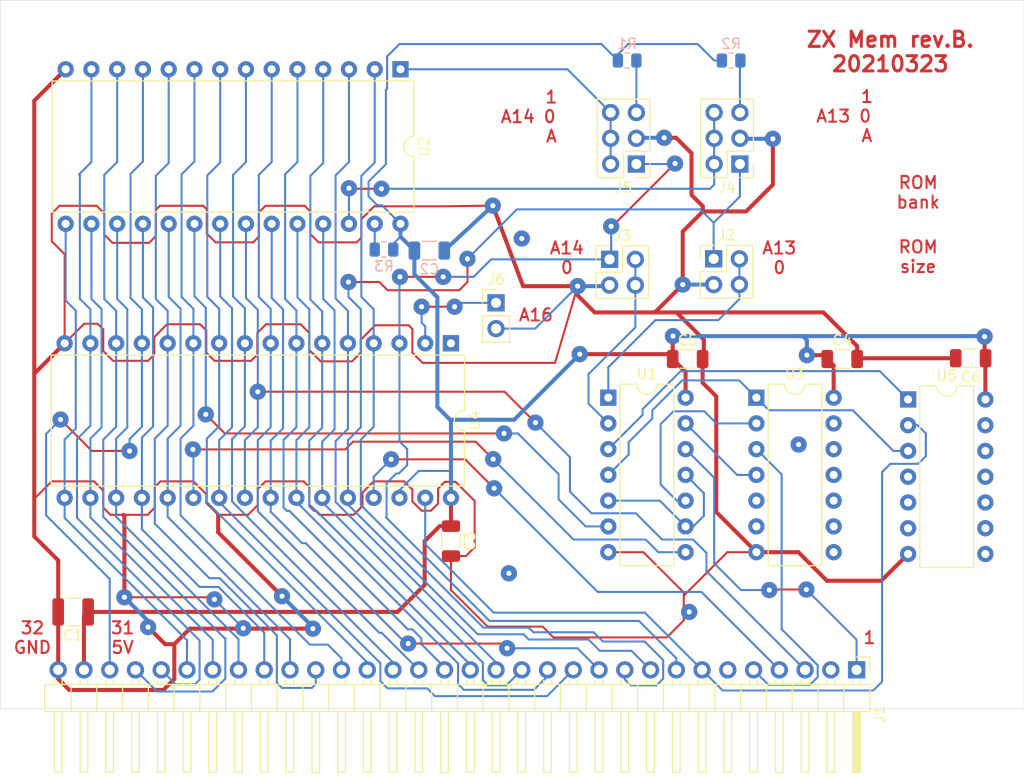
<source format=kicad_pcb>
(kicad_pcb (version 20171130) (host pcbnew "(5.1.7)-1")

  (general
    (thickness 1.6)
    (drawings 15)
    (tracks 730)
    (zones 0)
    (modules 20)
    (nets 46)
  )

  (page A4)
  (layers
    (0 F.Cu signal)
    (31 B.Cu signal)
    (32 B.Adhes user)
    (33 F.Adhes user)
    (34 B.Paste user)
    (35 F.Paste user)
    (36 B.SilkS user)
    (37 F.SilkS user)
    (38 B.Mask user)
    (39 F.Mask user)
    (40 Dwgs.User user)
    (41 Cmts.User user)
    (42 Eco1.User user)
    (43 Eco2.User user)
    (44 Edge.Cuts user)
    (45 Margin user)
    (46 B.CrtYd user)
    (47 F.CrtYd user)
    (48 B.Fab user)
    (49 F.Fab user)
  )

  (setup
    (last_trace_width 0.2)
    (user_trace_width 0.4)
    (trace_clearance 0.2)
    (zone_clearance 0.508)
    (zone_45_only no)
    (trace_min 0.2)
    (via_size 1.6)
    (via_drill 0.5)
    (via_min_size 0.4)
    (via_min_drill 0.3)
    (uvia_size 0.3)
    (uvia_drill 0.1)
    (uvias_allowed no)
    (uvia_min_size 0.2)
    (uvia_min_drill 0.1)
    (edge_width 0.05)
    (segment_width 0.2)
    (pcb_text_width 0.3)
    (pcb_text_size 1.5 1.5)
    (mod_edge_width 0.12)
    (mod_text_size 1 1)
    (mod_text_width 0.15)
    (pad_size 1.524 1.524)
    (pad_drill 0.762)
    (pad_to_mask_clearance 0)
    (aux_axis_origin 0 0)
    (visible_elements 7FFFFFFF)
    (pcbplotparams
      (layerselection 0x010fc_ffffffff)
      (usegerberextensions false)
      (usegerberattributes true)
      (usegerberadvancedattributes true)
      (creategerberjobfile true)
      (excludeedgelayer true)
      (linewidth 0.100000)
      (plotframeref false)
      (viasonmask false)
      (mode 1)
      (useauxorigin false)
      (hpglpennumber 1)
      (hpglpenspeed 20)
      (hpglpendiameter 15.000000)
      (psnegative false)
      (psa4output false)
      (plotreference true)
      (plotvalue true)
      (plotinvisibletext false)
      (padsonsilk false)
      (subtractmaskfromsilk false)
      (outputformat 1)
      (mirror false)
      (drillshape 1)
      (scaleselection 1)
      (outputdirectory ""))
  )

  (net 0 "")
  (net 1 /5V)
  (net 2 /GND)
  (net 3 /~MREQ)
  (net 4 /~RD)
  (net 5 /~WR)
  (net 6 /~RFSH)
  (net 7 /A15)
  (net 8 /A14)
  (net 9 /A13)
  (net 10 /A12)
  (net 11 /A11)
  (net 12 /A10)
  (net 13 /A9)
  (net 14 /A8)
  (net 15 /A7)
  (net 16 /A6)
  (net 17 /A5)
  (net 18 /A4)
  (net 19 /A3)
  (net 20 /A2)
  (net 21 /A1)
  (net 22 /A0)
  (net 23 /D7)
  (net 24 /D6)
  (net 25 /D5)
  (net 26 /D4)
  (net 27 /D3)
  (net 28 /D2)
  (net 29 /D1)
  (net 30 /D0)
  (net 31 /A13DEC)
  (net 32 /A14DEC)
  (net 33 /A13ROM)
  (net 34 "Net-(J4-Pad5)")
  (net 35 /A14ROM)
  (net 36 "Net-(J5-Pad5)")
  (net 37 "Net-(R3-Pad1)")
  (net 38 /~RAM_EN)
  (net 39 /~ROM_RANGE)
  (net 40 "Net-(U1-Pad10)")
  (net 41 /~ROM_EN)
  (net 42 /A16)
  (net 43 /~MEM_EN)
  (net 44 "Net-(U1-Pad13)")
  (net 45 "Net-(U1-Pad3)")

  (net_class Default "This is the default net class."
    (clearance 0.2)
    (trace_width 0.2)
    (via_dia 1.6)
    (via_drill 0.5)
    (uvia_dia 0.3)
    (uvia_drill 0.1)
    (add_net /5V)
    (add_net /A0)
    (add_net /A1)
    (add_net /A10)
    (add_net /A11)
    (add_net /A12)
    (add_net /A13)
    (add_net /A13DEC)
    (add_net /A13ROM)
    (add_net /A14)
    (add_net /A14DEC)
    (add_net /A14ROM)
    (add_net /A15)
    (add_net /A16)
    (add_net /A2)
    (add_net /A3)
    (add_net /A4)
    (add_net /A5)
    (add_net /A6)
    (add_net /A7)
    (add_net /A8)
    (add_net /A9)
    (add_net /D0)
    (add_net /D1)
    (add_net /D2)
    (add_net /D3)
    (add_net /D4)
    (add_net /D5)
    (add_net /D6)
    (add_net /D7)
    (add_net /GND)
    (add_net /~MEM_EN)
    (add_net /~MREQ)
    (add_net /~RAM_EN)
    (add_net /~RD)
    (add_net /~RFSH)
    (add_net /~ROM_EN)
    (add_net /~ROM_RANGE)
    (add_net /~WR)
    (add_net "Net-(J4-Pad5)")
    (add_net "Net-(J5-Pad5)")
    (add_net "Net-(R3-Pad1)")
    (add_net "Net-(U1-Pad10)")
    (add_net "Net-(U1-Pad13)")
    (add_net "Net-(U1-Pad3)")
  )

  (module Connector_PinHeader_2.54mm:PinHeader_1x32_P2.54mm_Horizontal (layer F.Cu) (tedit 59FED5CB) (tstamp 604AF66E)
    (at 174.625 127 270)
    (descr "Through hole angled pin header, 1x32, 2.54mm pitch, 6mm pin length, single row")
    (tags "Through hole angled pin header THT 1x32 2.54mm single row")
    (path /6040D1BA)
    (fp_text reference J1 (at 4.385 -2.27 90) (layer F.SilkS)
      (effects (font (size 1 1) (thickness 0.15)))
    )
    (fp_text value Conn_01x32 (at 4.385 81.01 90) (layer F.Fab)
      (effects (font (size 1 1) (thickness 0.15)))
    )
    (fp_line (start 10.55 -1.8) (end -1.8 -1.8) (layer F.CrtYd) (width 0.05))
    (fp_line (start 10.55 80.55) (end 10.55 -1.8) (layer F.CrtYd) (width 0.05))
    (fp_line (start -1.8 80.55) (end 10.55 80.55) (layer F.CrtYd) (width 0.05))
    (fp_line (start -1.8 -1.8) (end -1.8 80.55) (layer F.CrtYd) (width 0.05))
    (fp_line (start -1.27 -1.27) (end 0 -1.27) (layer F.SilkS) (width 0.12))
    (fp_line (start -1.27 0) (end -1.27 -1.27) (layer F.SilkS) (width 0.12))
    (fp_line (start 1.042929 79.12) (end 1.44 79.12) (layer F.SilkS) (width 0.12))
    (fp_line (start 1.042929 78.36) (end 1.44 78.36) (layer F.SilkS) (width 0.12))
    (fp_line (start 10.1 79.12) (end 4.1 79.12) (layer F.SilkS) (width 0.12))
    (fp_line (start 10.1 78.36) (end 10.1 79.12) (layer F.SilkS) (width 0.12))
    (fp_line (start 4.1 78.36) (end 10.1 78.36) (layer F.SilkS) (width 0.12))
    (fp_line (start 1.44 77.47) (end 4.1 77.47) (layer F.SilkS) (width 0.12))
    (fp_line (start 1.042929 76.58) (end 1.44 76.58) (layer F.SilkS) (width 0.12))
    (fp_line (start 1.042929 75.82) (end 1.44 75.82) (layer F.SilkS) (width 0.12))
    (fp_line (start 10.1 76.58) (end 4.1 76.58) (layer F.SilkS) (width 0.12))
    (fp_line (start 10.1 75.82) (end 10.1 76.58) (layer F.SilkS) (width 0.12))
    (fp_line (start 4.1 75.82) (end 10.1 75.82) (layer F.SilkS) (width 0.12))
    (fp_line (start 1.44 74.93) (end 4.1 74.93) (layer F.SilkS) (width 0.12))
    (fp_line (start 1.042929 74.04) (end 1.44 74.04) (layer F.SilkS) (width 0.12))
    (fp_line (start 1.042929 73.28) (end 1.44 73.28) (layer F.SilkS) (width 0.12))
    (fp_line (start 10.1 74.04) (end 4.1 74.04) (layer F.SilkS) (width 0.12))
    (fp_line (start 10.1 73.28) (end 10.1 74.04) (layer F.SilkS) (width 0.12))
    (fp_line (start 4.1 73.28) (end 10.1 73.28) (layer F.SilkS) (width 0.12))
    (fp_line (start 1.44 72.39) (end 4.1 72.39) (layer F.SilkS) (width 0.12))
    (fp_line (start 1.042929 71.5) (end 1.44 71.5) (layer F.SilkS) (width 0.12))
    (fp_line (start 1.042929 70.74) (end 1.44 70.74) (layer F.SilkS) (width 0.12))
    (fp_line (start 10.1 71.5) (end 4.1 71.5) (layer F.SilkS) (width 0.12))
    (fp_line (start 10.1 70.74) (end 10.1 71.5) (layer F.SilkS) (width 0.12))
    (fp_line (start 4.1 70.74) (end 10.1 70.74) (layer F.SilkS) (width 0.12))
    (fp_line (start 1.44 69.85) (end 4.1 69.85) (layer F.SilkS) (width 0.12))
    (fp_line (start 1.042929 68.96) (end 1.44 68.96) (layer F.SilkS) (width 0.12))
    (fp_line (start 1.042929 68.2) (end 1.44 68.2) (layer F.SilkS) (width 0.12))
    (fp_line (start 10.1 68.96) (end 4.1 68.96) (layer F.SilkS) (width 0.12))
    (fp_line (start 10.1 68.2) (end 10.1 68.96) (layer F.SilkS) (width 0.12))
    (fp_line (start 4.1 68.2) (end 10.1 68.2) (layer F.SilkS) (width 0.12))
    (fp_line (start 1.44 67.31) (end 4.1 67.31) (layer F.SilkS) (width 0.12))
    (fp_line (start 1.042929 66.42) (end 1.44 66.42) (layer F.SilkS) (width 0.12))
    (fp_line (start 1.042929 65.66) (end 1.44 65.66) (layer F.SilkS) (width 0.12))
    (fp_line (start 10.1 66.42) (end 4.1 66.42) (layer F.SilkS) (width 0.12))
    (fp_line (start 10.1 65.66) (end 10.1 66.42) (layer F.SilkS) (width 0.12))
    (fp_line (start 4.1 65.66) (end 10.1 65.66) (layer F.SilkS) (width 0.12))
    (fp_line (start 1.44 64.77) (end 4.1 64.77) (layer F.SilkS) (width 0.12))
    (fp_line (start 1.042929 63.88) (end 1.44 63.88) (layer F.SilkS) (width 0.12))
    (fp_line (start 1.042929 63.12) (end 1.44 63.12) (layer F.SilkS) (width 0.12))
    (fp_line (start 10.1 63.88) (end 4.1 63.88) (layer F.SilkS) (width 0.12))
    (fp_line (start 10.1 63.12) (end 10.1 63.88) (layer F.SilkS) (width 0.12))
    (fp_line (start 4.1 63.12) (end 10.1 63.12) (layer F.SilkS) (width 0.12))
    (fp_line (start 1.44 62.23) (end 4.1 62.23) (layer F.SilkS) (width 0.12))
    (fp_line (start 1.042929 61.34) (end 1.44 61.34) (layer F.SilkS) (width 0.12))
    (fp_line (start 1.042929 60.58) (end 1.44 60.58) (layer F.SilkS) (width 0.12))
    (fp_line (start 10.1 61.34) (end 4.1 61.34) (layer F.SilkS) (width 0.12))
    (fp_line (start 10.1 60.58) (end 10.1 61.34) (layer F.SilkS) (width 0.12))
    (fp_line (start 4.1 60.58) (end 10.1 60.58) (layer F.SilkS) (width 0.12))
    (fp_line (start 1.44 59.69) (end 4.1 59.69) (layer F.SilkS) (width 0.12))
    (fp_line (start 1.042929 58.8) (end 1.44 58.8) (layer F.SilkS) (width 0.12))
    (fp_line (start 1.042929 58.04) (end 1.44 58.04) (layer F.SilkS) (width 0.12))
    (fp_line (start 10.1 58.8) (end 4.1 58.8) (layer F.SilkS) (width 0.12))
    (fp_line (start 10.1 58.04) (end 10.1 58.8) (layer F.SilkS) (width 0.12))
    (fp_line (start 4.1 58.04) (end 10.1 58.04) (layer F.SilkS) (width 0.12))
    (fp_line (start 1.44 57.15) (end 4.1 57.15) (layer F.SilkS) (width 0.12))
    (fp_line (start 1.042929 56.26) (end 1.44 56.26) (layer F.SilkS) (width 0.12))
    (fp_line (start 1.042929 55.5) (end 1.44 55.5) (layer F.SilkS) (width 0.12))
    (fp_line (start 10.1 56.26) (end 4.1 56.26) (layer F.SilkS) (width 0.12))
    (fp_line (start 10.1 55.5) (end 10.1 56.26) (layer F.SilkS) (width 0.12))
    (fp_line (start 4.1 55.5) (end 10.1 55.5) (layer F.SilkS) (width 0.12))
    (fp_line (start 1.44 54.61) (end 4.1 54.61) (layer F.SilkS) (width 0.12))
    (fp_line (start 1.042929 53.72) (end 1.44 53.72) (layer F.SilkS) (width 0.12))
    (fp_line (start 1.042929 52.96) (end 1.44 52.96) (layer F.SilkS) (width 0.12))
    (fp_line (start 10.1 53.72) (end 4.1 53.72) (layer F.SilkS) (width 0.12))
    (fp_line (start 10.1 52.96) (end 10.1 53.72) (layer F.SilkS) (width 0.12))
    (fp_line (start 4.1 52.96) (end 10.1 52.96) (layer F.SilkS) (width 0.12))
    (fp_line (start 1.44 52.07) (end 4.1 52.07) (layer F.SilkS) (width 0.12))
    (fp_line (start 1.042929 51.18) (end 1.44 51.18) (layer F.SilkS) (width 0.12))
    (fp_line (start 1.042929 50.42) (end 1.44 50.42) (layer F.SilkS) (width 0.12))
    (fp_line (start 10.1 51.18) (end 4.1 51.18) (layer F.SilkS) (width 0.12))
    (fp_line (start 10.1 50.42) (end 10.1 51.18) (layer F.SilkS) (width 0.12))
    (fp_line (start 4.1 50.42) (end 10.1 50.42) (layer F.SilkS) (width 0.12))
    (fp_line (start 1.44 49.53) (end 4.1 49.53) (layer F.SilkS) (width 0.12))
    (fp_line (start 1.042929 48.64) (end 1.44 48.64) (layer F.SilkS) (width 0.12))
    (fp_line (start 1.042929 47.88) (end 1.44 47.88) (layer F.SilkS) (width 0.12))
    (fp_line (start 10.1 48.64) (end 4.1 48.64) (layer F.SilkS) (width 0.12))
    (fp_line (start 10.1 47.88) (end 10.1 48.64) (layer F.SilkS) (width 0.12))
    (fp_line (start 4.1 47.88) (end 10.1 47.88) (layer F.SilkS) (width 0.12))
    (fp_line (start 1.44 46.99) (end 4.1 46.99) (layer F.SilkS) (width 0.12))
    (fp_line (start 1.042929 46.1) (end 1.44 46.1) (layer F.SilkS) (width 0.12))
    (fp_line (start 1.042929 45.34) (end 1.44 45.34) (layer F.SilkS) (width 0.12))
    (fp_line (start 10.1 46.1) (end 4.1 46.1) (layer F.SilkS) (width 0.12))
    (fp_line (start 10.1 45.34) (end 10.1 46.1) (layer F.SilkS) (width 0.12))
    (fp_line (start 4.1 45.34) (end 10.1 45.34) (layer F.SilkS) (width 0.12))
    (fp_line (start 1.44 44.45) (end 4.1 44.45) (layer F.SilkS) (width 0.12))
    (fp_line (start 1.042929 43.56) (end 1.44 43.56) (layer F.SilkS) (width 0.12))
    (fp_line (start 1.042929 42.8) (end 1.44 42.8) (layer F.SilkS) (width 0.12))
    (fp_line (start 10.1 43.56) (end 4.1 43.56) (layer F.SilkS) (width 0.12))
    (fp_line (start 10.1 42.8) (end 10.1 43.56) (layer F.SilkS) (width 0.12))
    (fp_line (start 4.1 42.8) (end 10.1 42.8) (layer F.SilkS) (width 0.12))
    (fp_line (start 1.44 41.91) (end 4.1 41.91) (layer F.SilkS) (width 0.12))
    (fp_line (start 1.042929 41.02) (end 1.44 41.02) (layer F.SilkS) (width 0.12))
    (fp_line (start 1.042929 40.26) (end 1.44 40.26) (layer F.SilkS) (width 0.12))
    (fp_line (start 10.1 41.02) (end 4.1 41.02) (layer F.SilkS) (width 0.12))
    (fp_line (start 10.1 40.26) (end 10.1 41.02) (layer F.SilkS) (width 0.12))
    (fp_line (start 4.1 40.26) (end 10.1 40.26) (layer F.SilkS) (width 0.12))
    (fp_line (start 1.44 39.37) (end 4.1 39.37) (layer F.SilkS) (width 0.12))
    (fp_line (start 1.042929 38.48) (end 1.44 38.48) (layer F.SilkS) (width 0.12))
    (fp_line (start 1.042929 37.72) (end 1.44 37.72) (layer F.SilkS) (width 0.12))
    (fp_line (start 10.1 38.48) (end 4.1 38.48) (layer F.SilkS) (width 0.12))
    (fp_line (start 10.1 37.72) (end 10.1 38.48) (layer F.SilkS) (width 0.12))
    (fp_line (start 4.1 37.72) (end 10.1 37.72) (layer F.SilkS) (width 0.12))
    (fp_line (start 1.44 36.83) (end 4.1 36.83) (layer F.SilkS) (width 0.12))
    (fp_line (start 1.042929 35.94) (end 1.44 35.94) (layer F.SilkS) (width 0.12))
    (fp_line (start 1.042929 35.18) (end 1.44 35.18) (layer F.SilkS) (width 0.12))
    (fp_line (start 10.1 35.94) (end 4.1 35.94) (layer F.SilkS) (width 0.12))
    (fp_line (start 10.1 35.18) (end 10.1 35.94) (layer F.SilkS) (width 0.12))
    (fp_line (start 4.1 35.18) (end 10.1 35.18) (layer F.SilkS) (width 0.12))
    (fp_line (start 1.44 34.29) (end 4.1 34.29) (layer F.SilkS) (width 0.12))
    (fp_line (start 1.042929 33.4) (end 1.44 33.4) (layer F.SilkS) (width 0.12))
    (fp_line (start 1.042929 32.64) (end 1.44 32.64) (layer F.SilkS) (width 0.12))
    (fp_line (start 10.1 33.4) (end 4.1 33.4) (layer F.SilkS) (width 0.12))
    (fp_line (start 10.1 32.64) (end 10.1 33.4) (layer F.SilkS) (width 0.12))
    (fp_line (start 4.1 32.64) (end 10.1 32.64) (layer F.SilkS) (width 0.12))
    (fp_line (start 1.44 31.75) (end 4.1 31.75) (layer F.SilkS) (width 0.12))
    (fp_line (start 1.042929 30.86) (end 1.44 30.86) (layer F.SilkS) (width 0.12))
    (fp_line (start 1.042929 30.1) (end 1.44 30.1) (layer F.SilkS) (width 0.12))
    (fp_line (start 10.1 30.86) (end 4.1 30.86) (layer F.SilkS) (width 0.12))
    (fp_line (start 10.1 30.1) (end 10.1 30.86) (layer F.SilkS) (width 0.12))
    (fp_line (start 4.1 30.1) (end 10.1 30.1) (layer F.SilkS) (width 0.12))
    (fp_line (start 1.44 29.21) (end 4.1 29.21) (layer F.SilkS) (width 0.12))
    (fp_line (start 1.042929 28.32) (end 1.44 28.32) (layer F.SilkS) (width 0.12))
    (fp_line (start 1.042929 27.56) (end 1.44 27.56) (layer F.SilkS) (width 0.12))
    (fp_line (start 10.1 28.32) (end 4.1 28.32) (layer F.SilkS) (width 0.12))
    (fp_line (start 10.1 27.56) (end 10.1 28.32) (layer F.SilkS) (width 0.12))
    (fp_line (start 4.1 27.56) (end 10.1 27.56) (layer F.SilkS) (width 0.12))
    (fp_line (start 1.44 26.67) (end 4.1 26.67) (layer F.SilkS) (width 0.12))
    (fp_line (start 1.042929 25.78) (end 1.44 25.78) (layer F.SilkS) (width 0.12))
    (fp_line (start 1.042929 25.02) (end 1.44 25.02) (layer F.SilkS) (width 0.12))
    (fp_line (start 10.1 25.78) (end 4.1 25.78) (layer F.SilkS) (width 0.12))
    (fp_line (start 10.1 25.02) (end 10.1 25.78) (layer F.SilkS) (width 0.12))
    (fp_line (start 4.1 25.02) (end 10.1 25.02) (layer F.SilkS) (width 0.12))
    (fp_line (start 1.44 24.13) (end 4.1 24.13) (layer F.SilkS) (width 0.12))
    (fp_line (start 1.042929 23.24) (end 1.44 23.24) (layer F.SilkS) (width 0.12))
    (fp_line (start 1.042929 22.48) (end 1.44 22.48) (layer F.SilkS) (width 0.12))
    (fp_line (start 10.1 23.24) (end 4.1 23.24) (layer F.SilkS) (width 0.12))
    (fp_line (start 10.1 22.48) (end 10.1 23.24) (layer F.SilkS) (width 0.12))
    (fp_line (start 4.1 22.48) (end 10.1 22.48) (layer F.SilkS) (width 0.12))
    (fp_line (start 1.44 21.59) (end 4.1 21.59) (layer F.SilkS) (width 0.12))
    (fp_line (start 1.042929 20.7) (end 1.44 20.7) (layer F.SilkS) (width 0.12))
    (fp_line (start 1.042929 19.94) (end 1.44 19.94) (layer F.SilkS) (width 0.12))
    (fp_line (start 10.1 20.7) (end 4.1 20.7) (layer F.SilkS) (width 0.12))
    (fp_line (start 10.1 19.94) (end 10.1 20.7) (layer F.SilkS) (width 0.12))
    (fp_line (start 4.1 19.94) (end 10.1 19.94) (layer F.SilkS) (width 0.12))
    (fp_line (start 1.44 19.05) (end 4.1 19.05) (layer F.SilkS) (width 0.12))
    (fp_line (start 1.042929 18.16) (end 1.44 18.16) (layer F.SilkS) (width 0.12))
    (fp_line (start 1.042929 17.4) (end 1.44 17.4) (layer F.SilkS) (width 0.12))
    (fp_line (start 10.1 18.16) (end 4.1 18.16) (layer F.SilkS) (width 0.12))
    (fp_line (start 10.1 17.4) (end 10.1 18.16) (layer F.SilkS) (width 0.12))
    (fp_line (start 4.1 17.4) (end 10.1 17.4) (layer F.SilkS) (width 0.12))
    (fp_line (start 1.44 16.51) (end 4.1 16.51) (layer F.SilkS) (width 0.12))
    (fp_line (start 1.042929 15.62) (end 1.44 15.62) (layer F.SilkS) (width 0.12))
    (fp_line (start 1.042929 14.86) (end 1.44 14.86) (layer F.SilkS) (width 0.12))
    (fp_line (start 10.1 15.62) (end 4.1 15.62) (layer F.SilkS) (width 0.12))
    (fp_line (start 10.1 14.86) (end 10.1 15.62) (layer F.SilkS) (width 0.12))
    (fp_line (start 4.1 14.86) (end 10.1 14.86) (layer F.SilkS) (width 0.12))
    (fp_line (start 1.44 13.97) (end 4.1 13.97) (layer F.SilkS) (width 0.12))
    (fp_line (start 1.042929 13.08) (end 1.44 13.08) (layer F.SilkS) (width 0.12))
    (fp_line (start 1.042929 12.32) (end 1.44 12.32) (layer F.SilkS) (width 0.12))
    (fp_line (start 10.1 13.08) (end 4.1 13.08) (layer F.SilkS) (width 0.12))
    (fp_line (start 10.1 12.32) (end 10.1 13.08) (layer F.SilkS) (width 0.12))
    (fp_line (start 4.1 12.32) (end 10.1 12.32) (layer F.SilkS) (width 0.12))
    (fp_line (start 1.44 11.43) (end 4.1 11.43) (layer F.SilkS) (width 0.12))
    (fp_line (start 1.042929 10.54) (end 1.44 10.54) (layer F.SilkS) (width 0.12))
    (fp_line (start 1.042929 9.78) (end 1.44 9.78) (layer F.SilkS) (width 0.12))
    (fp_line (start 10.1 10.54) (end 4.1 10.54) (layer F.SilkS) (width 0.12))
    (fp_line (start 10.1 9.78) (end 10.1 10.54) (layer F.SilkS) (width 0.12))
    (fp_line (start 4.1 9.78) (end 10.1 9.78) (layer F.SilkS) (width 0.12))
    (fp_line (start 1.44 8.89) (end 4.1 8.89) (layer F.SilkS) (width 0.12))
    (fp_line (start 1.042929 8) (end 1.44 8) (layer F.SilkS) (width 0.12))
    (fp_line (start 1.042929 7.24) (end 1.44 7.24) (layer F.SilkS) (width 0.12))
    (fp_line (start 10.1 8) (end 4.1 8) (layer F.SilkS) (width 0.12))
    (fp_line (start 10.1 7.24) (end 10.1 8) (layer F.SilkS) (width 0.12))
    (fp_line (start 4.1 7.24) (end 10.1 7.24) (layer F.SilkS) (width 0.12))
    (fp_line (start 1.44 6.35) (end 4.1 6.35) (layer F.SilkS) (width 0.12))
    (fp_line (start 1.042929 5.46) (end 1.44 5.46) (layer F.SilkS) (width 0.12))
    (fp_line (start 1.042929 4.7) (end 1.44 4.7) (layer F.SilkS) (width 0.12))
    (fp_line (start 10.1 5.46) (end 4.1 5.46) (layer F.SilkS) (width 0.12))
    (fp_line (start 10.1 4.7) (end 10.1 5.46) (layer F.SilkS) (width 0.12))
    (fp_line (start 4.1 4.7) (end 10.1 4.7) (layer F.SilkS) (width 0.12))
    (fp_line (start 1.44 3.81) (end 4.1 3.81) (layer F.SilkS) (width 0.12))
    (fp_line (start 1.042929 2.92) (end 1.44 2.92) (layer F.SilkS) (width 0.12))
    (fp_line (start 1.042929 2.16) (end 1.44 2.16) (layer F.SilkS) (width 0.12))
    (fp_line (start 10.1 2.92) (end 4.1 2.92) (layer F.SilkS) (width 0.12))
    (fp_line (start 10.1 2.16) (end 10.1 2.92) (layer F.SilkS) (width 0.12))
    (fp_line (start 4.1 2.16) (end 10.1 2.16) (layer F.SilkS) (width 0.12))
    (fp_line (start 1.44 1.27) (end 4.1 1.27) (layer F.SilkS) (width 0.12))
    (fp_line (start 1.11 0.38) (end 1.44 0.38) (layer F.SilkS) (width 0.12))
    (fp_line (start 1.11 -0.38) (end 1.44 -0.38) (layer F.SilkS) (width 0.12))
    (fp_line (start 4.1 0.28) (end 10.1 0.28) (layer F.SilkS) (width 0.12))
    (fp_line (start 4.1 0.16) (end 10.1 0.16) (layer F.SilkS) (width 0.12))
    (fp_line (start 4.1 0.04) (end 10.1 0.04) (layer F.SilkS) (width 0.12))
    (fp_line (start 4.1 -0.08) (end 10.1 -0.08) (layer F.SilkS) (width 0.12))
    (fp_line (start 4.1 -0.2) (end 10.1 -0.2) (layer F.SilkS) (width 0.12))
    (fp_line (start 4.1 -0.32) (end 10.1 -0.32) (layer F.SilkS) (width 0.12))
    (fp_line (start 10.1 0.38) (end 4.1 0.38) (layer F.SilkS) (width 0.12))
    (fp_line (start 10.1 -0.38) (end 10.1 0.38) (layer F.SilkS) (width 0.12))
    (fp_line (start 4.1 -0.38) (end 10.1 -0.38) (layer F.SilkS) (width 0.12))
    (fp_line (start 4.1 -1.33) (end 1.44 -1.33) (layer F.SilkS) (width 0.12))
    (fp_line (start 4.1 80.07) (end 4.1 -1.33) (layer F.SilkS) (width 0.12))
    (fp_line (start 1.44 80.07) (end 4.1 80.07) (layer F.SilkS) (width 0.12))
    (fp_line (start 1.44 -1.33) (end 1.44 80.07) (layer F.SilkS) (width 0.12))
    (fp_line (start 4.04 79.06) (end 10.04 79.06) (layer F.Fab) (width 0.1))
    (fp_line (start 10.04 78.42) (end 10.04 79.06) (layer F.Fab) (width 0.1))
    (fp_line (start 4.04 78.42) (end 10.04 78.42) (layer F.Fab) (width 0.1))
    (fp_line (start -0.32 79.06) (end 1.5 79.06) (layer F.Fab) (width 0.1))
    (fp_line (start -0.32 78.42) (end -0.32 79.06) (layer F.Fab) (width 0.1))
    (fp_line (start -0.32 78.42) (end 1.5 78.42) (layer F.Fab) (width 0.1))
    (fp_line (start 4.04 76.52) (end 10.04 76.52) (layer F.Fab) (width 0.1))
    (fp_line (start 10.04 75.88) (end 10.04 76.52) (layer F.Fab) (width 0.1))
    (fp_line (start 4.04 75.88) (end 10.04 75.88) (layer F.Fab) (width 0.1))
    (fp_line (start -0.32 76.52) (end 1.5 76.52) (layer F.Fab) (width 0.1))
    (fp_line (start -0.32 75.88) (end -0.32 76.52) (layer F.Fab) (width 0.1))
    (fp_line (start -0.32 75.88) (end 1.5 75.88) (layer F.Fab) (width 0.1))
    (fp_line (start 4.04 73.98) (end 10.04 73.98) (layer F.Fab) (width 0.1))
    (fp_line (start 10.04 73.34) (end 10.04 73.98) (layer F.Fab) (width 0.1))
    (fp_line (start 4.04 73.34) (end 10.04 73.34) (layer F.Fab) (width 0.1))
    (fp_line (start -0.32 73.98) (end 1.5 73.98) (layer F.Fab) (width 0.1))
    (fp_line (start -0.32 73.34) (end -0.32 73.98) (layer F.Fab) (width 0.1))
    (fp_line (start -0.32 73.34) (end 1.5 73.34) (layer F.Fab) (width 0.1))
    (fp_line (start 4.04 71.44) (end 10.04 71.44) (layer F.Fab) (width 0.1))
    (fp_line (start 10.04 70.8) (end 10.04 71.44) (layer F.Fab) (width 0.1))
    (fp_line (start 4.04 70.8) (end 10.04 70.8) (layer F.Fab) (width 0.1))
    (fp_line (start -0.32 71.44) (end 1.5 71.44) (layer F.Fab) (width 0.1))
    (fp_line (start -0.32 70.8) (end -0.32 71.44) (layer F.Fab) (width 0.1))
    (fp_line (start -0.32 70.8) (end 1.5 70.8) (layer F.Fab) (width 0.1))
    (fp_line (start 4.04 68.9) (end 10.04 68.9) (layer F.Fab) (width 0.1))
    (fp_line (start 10.04 68.26) (end 10.04 68.9) (layer F.Fab) (width 0.1))
    (fp_line (start 4.04 68.26) (end 10.04 68.26) (layer F.Fab) (width 0.1))
    (fp_line (start -0.32 68.9) (end 1.5 68.9) (layer F.Fab) (width 0.1))
    (fp_line (start -0.32 68.26) (end -0.32 68.9) (layer F.Fab) (width 0.1))
    (fp_line (start -0.32 68.26) (end 1.5 68.26) (layer F.Fab) (width 0.1))
    (fp_line (start 4.04 66.36) (end 10.04 66.36) (layer F.Fab) (width 0.1))
    (fp_line (start 10.04 65.72) (end 10.04 66.36) (layer F.Fab) (width 0.1))
    (fp_line (start 4.04 65.72) (end 10.04 65.72) (layer F.Fab) (width 0.1))
    (fp_line (start -0.32 66.36) (end 1.5 66.36) (layer F.Fab) (width 0.1))
    (fp_line (start -0.32 65.72) (end -0.32 66.36) (layer F.Fab) (width 0.1))
    (fp_line (start -0.32 65.72) (end 1.5 65.72) (layer F.Fab) (width 0.1))
    (fp_line (start 4.04 63.82) (end 10.04 63.82) (layer F.Fab) (width 0.1))
    (fp_line (start 10.04 63.18) (end 10.04 63.82) (layer F.Fab) (width 0.1))
    (fp_line (start 4.04 63.18) (end 10.04 63.18) (layer F.Fab) (width 0.1))
    (fp_line (start -0.32 63.82) (end 1.5 63.82) (layer F.Fab) (width 0.1))
    (fp_line (start -0.32 63.18) (end -0.32 63.82) (layer F.Fab) (width 0.1))
    (fp_line (start -0.32 63.18) (end 1.5 63.18) (layer F.Fab) (width 0.1))
    (fp_line (start 4.04 61.28) (end 10.04 61.28) (layer F.Fab) (width 0.1))
    (fp_line (start 10.04 60.64) (end 10.04 61.28) (layer F.Fab) (width 0.1))
    (fp_line (start 4.04 60.64) (end 10.04 60.64) (layer F.Fab) (width 0.1))
    (fp_line (start -0.32 61.28) (end 1.5 61.28) (layer F.Fab) (width 0.1))
    (fp_line (start -0.32 60.64) (end -0.32 61.28) (layer F.Fab) (width 0.1))
    (fp_line (start -0.32 60.64) (end 1.5 60.64) (layer F.Fab) (width 0.1))
    (fp_line (start 4.04 58.74) (end 10.04 58.74) (layer F.Fab) (width 0.1))
    (fp_line (start 10.04 58.1) (end 10.04 58.74) (layer F.Fab) (width 0.1))
    (fp_line (start 4.04 58.1) (end 10.04 58.1) (layer F.Fab) (width 0.1))
    (fp_line (start -0.32 58.74) (end 1.5 58.74) (layer F.Fab) (width 0.1))
    (fp_line (start -0.32 58.1) (end -0.32 58.74) (layer F.Fab) (width 0.1))
    (fp_line (start -0.32 58.1) (end 1.5 58.1) (layer F.Fab) (width 0.1))
    (fp_line (start 4.04 56.2) (end 10.04 56.2) (layer F.Fab) (width 0.1))
    (fp_line (start 10.04 55.56) (end 10.04 56.2) (layer F.Fab) (width 0.1))
    (fp_line (start 4.04 55.56) (end 10.04 55.56) (layer F.Fab) (width 0.1))
    (fp_line (start -0.32 56.2) (end 1.5 56.2) (layer F.Fab) (width 0.1))
    (fp_line (start -0.32 55.56) (end -0.32 56.2) (layer F.Fab) (width 0.1))
    (fp_line (start -0.32 55.56) (end 1.5 55.56) (layer F.Fab) (width 0.1))
    (fp_line (start 4.04 53.66) (end 10.04 53.66) (layer F.Fab) (width 0.1))
    (fp_line (start 10.04 53.02) (end 10.04 53.66) (layer F.Fab) (width 0.1))
    (fp_line (start 4.04 53.02) (end 10.04 53.02) (layer F.Fab) (width 0.1))
    (fp_line (start -0.32 53.66) (end 1.5 53.66) (layer F.Fab) (width 0.1))
    (fp_line (start -0.32 53.02) (end -0.32 53.66) (layer F.Fab) (width 0.1))
    (fp_line (start -0.32 53.02) (end 1.5 53.02) (layer F.Fab) (width 0.1))
    (fp_line (start 4.04 51.12) (end 10.04 51.12) (layer F.Fab) (width 0.1))
    (fp_line (start 10.04 50.48) (end 10.04 51.12) (layer F.Fab) (width 0.1))
    (fp_line (start 4.04 50.48) (end 10.04 50.48) (layer F.Fab) (width 0.1))
    (fp_line (start -0.32 51.12) (end 1.5 51.12) (layer F.Fab) (width 0.1))
    (fp_line (start -0.32 50.48) (end -0.32 51.12) (layer F.Fab) (width 0.1))
    (fp_line (start -0.32 50.48) (end 1.5 50.48) (layer F.Fab) (width 0.1))
    (fp_line (start 4.04 48.58) (end 10.04 48.58) (layer F.Fab) (width 0.1))
    (fp_line (start 10.04 47.94) (end 10.04 48.58) (layer F.Fab) (width 0.1))
    (fp_line (start 4.04 47.94) (end 10.04 47.94) (layer F.Fab) (width 0.1))
    (fp_line (start -0.32 48.58) (end 1.5 48.58) (layer F.Fab) (width 0.1))
    (fp_line (start -0.32 47.94) (end -0.32 48.58) (layer F.Fab) (width 0.1))
    (fp_line (start -0.32 47.94) (end 1.5 47.94) (layer F.Fab) (width 0.1))
    (fp_line (start 4.04 46.04) (end 10.04 46.04) (layer F.Fab) (width 0.1))
    (fp_line (start 10.04 45.4) (end 10.04 46.04) (layer F.Fab) (width 0.1))
    (fp_line (start 4.04 45.4) (end 10.04 45.4) (layer F.Fab) (width 0.1))
    (fp_line (start -0.32 46.04) (end 1.5 46.04) (layer F.Fab) (width 0.1))
    (fp_line (start -0.32 45.4) (end -0.32 46.04) (layer F.Fab) (width 0.1))
    (fp_line (start -0.32 45.4) (end 1.5 45.4) (layer F.Fab) (width 0.1))
    (fp_line (start 4.04 43.5) (end 10.04 43.5) (layer F.Fab) (width 0.1))
    (fp_line (start 10.04 42.86) (end 10.04 43.5) (layer F.Fab) (width 0.1))
    (fp_line (start 4.04 42.86) (end 10.04 42.86) (layer F.Fab) (width 0.1))
    (fp_line (start -0.32 43.5) (end 1.5 43.5) (layer F.Fab) (width 0.1))
    (fp_line (start -0.32 42.86) (end -0.32 43.5) (layer F.Fab) (width 0.1))
    (fp_line (start -0.32 42.86) (end 1.5 42.86) (layer F.Fab) (width 0.1))
    (fp_line (start 4.04 40.96) (end 10.04 40.96) (layer F.Fab) (width 0.1))
    (fp_line (start 10.04 40.32) (end 10.04 40.96) (layer F.Fab) (width 0.1))
    (fp_line (start 4.04 40.32) (end 10.04 40.32) (layer F.Fab) (width 0.1))
    (fp_line (start -0.32 40.96) (end 1.5 40.96) (layer F.Fab) (width 0.1))
    (fp_line (start -0.32 40.32) (end -0.32 40.96) (layer F.Fab) (width 0.1))
    (fp_line (start -0.32 40.32) (end 1.5 40.32) (layer F.Fab) (width 0.1))
    (fp_line (start 4.04 38.42) (end 10.04 38.42) (layer F.Fab) (width 0.1))
    (fp_line (start 10.04 37.78) (end 10.04 38.42) (layer F.Fab) (width 0.1))
    (fp_line (start 4.04 37.78) (end 10.04 37.78) (layer F.Fab) (width 0.1))
    (fp_line (start -0.32 38.42) (end 1.5 38.42) (layer F.Fab) (width 0.1))
    (fp_line (start -0.32 37.78) (end -0.32 38.42) (layer F.Fab) (width 0.1))
    (fp_line (start -0.32 37.78) (end 1.5 37.78) (layer F.Fab) (width 0.1))
    (fp_line (start 4.04 35.88) (end 10.04 35.88) (layer F.Fab) (width 0.1))
    (fp_line (start 10.04 35.24) (end 10.04 35.88) (layer F.Fab) (width 0.1))
    (fp_line (start 4.04 35.24) (end 10.04 35.24) (layer F.Fab) (width 0.1))
    (fp_line (start -0.32 35.88) (end 1.5 35.88) (layer F.Fab) (width 0.1))
    (fp_line (start -0.32 35.24) (end -0.32 35.88) (layer F.Fab) (width 0.1))
    (fp_line (start -0.32 35.24) (end 1.5 35.24) (layer F.Fab) (width 0.1))
    (fp_line (start 4.04 33.34) (end 10.04 33.34) (layer F.Fab) (width 0.1))
    (fp_line (start 10.04 32.7) (end 10.04 33.34) (layer F.Fab) (width 0.1))
    (fp_line (start 4.04 32.7) (end 10.04 32.7) (layer F.Fab) (width 0.1))
    (fp_line (start -0.32 33.34) (end 1.5 33.34) (layer F.Fab) (width 0.1))
    (fp_line (start -0.32 32.7) (end -0.32 33.34) (layer F.Fab) (width 0.1))
    (fp_line (start -0.32 32.7) (end 1.5 32.7) (layer F.Fab) (width 0.1))
    (fp_line (start 4.04 30.8) (end 10.04 30.8) (layer F.Fab) (width 0.1))
    (fp_line (start 10.04 30.16) (end 10.04 30.8) (layer F.Fab) (width 0.1))
    (fp_line (start 4.04 30.16) (end 10.04 30.16) (layer F.Fab) (width 0.1))
    (fp_line (start -0.32 30.8) (end 1.5 30.8) (layer F.Fab) (width 0.1))
    (fp_line (start -0.32 30.16) (end -0.32 30.8) (layer F.Fab) (width 0.1))
    (fp_line (start -0.32 30.16) (end 1.5 30.16) (layer F.Fab) (width 0.1))
    (fp_line (start 4.04 28.26) (end 10.04 28.26) (layer F.Fab) (width 0.1))
    (fp_line (start 10.04 27.62) (end 10.04 28.26) (layer F.Fab) (width 0.1))
    (fp_line (start 4.04 27.62) (end 10.04 27.62) (layer F.Fab) (width 0.1))
    (fp_line (start -0.32 28.26) (end 1.5 28.26) (layer F.Fab) (width 0.1))
    (fp_line (start -0.32 27.62) (end -0.32 28.26) (layer F.Fab) (width 0.1))
    (fp_line (start -0.32 27.62) (end 1.5 27.62) (layer F.Fab) (width 0.1))
    (fp_line (start 4.04 25.72) (end 10.04 25.72) (layer F.Fab) (width 0.1))
    (fp_line (start 10.04 25.08) (end 10.04 25.72) (layer F.Fab) (width 0.1))
    (fp_line (start 4.04 25.08) (end 10.04 25.08) (layer F.Fab) (width 0.1))
    (fp_line (start -0.32 25.72) (end 1.5 25.72) (layer F.Fab) (width 0.1))
    (fp_line (start -0.32 25.08) (end -0.32 25.72) (layer F.Fab) (width 0.1))
    (fp_line (start -0.32 25.08) (end 1.5 25.08) (layer F.Fab) (width 0.1))
    (fp_line (start 4.04 23.18) (end 10.04 23.18) (layer F.Fab) (width 0.1))
    (fp_line (start 10.04 22.54) (end 10.04 23.18) (layer F.Fab) (width 0.1))
    (fp_line (start 4.04 22.54) (end 10.04 22.54) (layer F.Fab) (width 0.1))
    (fp_line (start -0.32 23.18) (end 1.5 23.18) (layer F.Fab) (width 0.1))
    (fp_line (start -0.32 22.54) (end -0.32 23.18) (layer F.Fab) (width 0.1))
    (fp_line (start -0.32 22.54) (end 1.5 22.54) (layer F.Fab) (width 0.1))
    (fp_line (start 4.04 20.64) (end 10.04 20.64) (layer F.Fab) (width 0.1))
    (fp_line (start 10.04 20) (end 10.04 20.64) (layer F.Fab) (width 0.1))
    (fp_line (start 4.04 20) (end 10.04 20) (layer F.Fab) (width 0.1))
    (fp_line (start -0.32 20.64) (end 1.5 20.64) (layer F.Fab) (width 0.1))
    (fp_line (start -0.32 20) (end -0.32 20.64) (layer F.Fab) (width 0.1))
    (fp_line (start -0.32 20) (end 1.5 20) (layer F.Fab) (width 0.1))
    (fp_line (start 4.04 18.1) (end 10.04 18.1) (layer F.Fab) (width 0.1))
    (fp_line (start 10.04 17.46) (end 10.04 18.1) (layer F.Fab) (width 0.1))
    (fp_line (start 4.04 17.46) (end 10.04 17.46) (layer F.Fab) (width 0.1))
    (fp_line (start -0.32 18.1) (end 1.5 18.1) (layer F.Fab) (width 0.1))
    (fp_line (start -0.32 17.46) (end -0.32 18.1) (layer F.Fab) (width 0.1))
    (fp_line (start -0.32 17.46) (end 1.5 17.46) (layer F.Fab) (width 0.1))
    (fp_line (start 4.04 15.56) (end 10.04 15.56) (layer F.Fab) (width 0.1))
    (fp_line (start 10.04 14.92) (end 10.04 15.56) (layer F.Fab) (width 0.1))
    (fp_line (start 4.04 14.92) (end 10.04 14.92) (layer F.Fab) (width 0.1))
    (fp_line (start -0.32 15.56) (end 1.5 15.56) (layer F.Fab) (width 0.1))
    (fp_line (start -0.32 14.92) (end -0.32 15.56) (layer F.Fab) (width 0.1))
    (fp_line (start -0.32 14.92) (end 1.5 14.92) (layer F.Fab) (width 0.1))
    (fp_line (start 4.04 13.02) (end 10.04 13.02) (layer F.Fab) (width 0.1))
    (fp_line (start 10.04 12.38) (end 10.04 13.02) (layer F.Fab) (width 0.1))
    (fp_line (start 4.04 12.38) (end 10.04 12.38) (layer F.Fab) (width 0.1))
    (fp_line (start -0.32 13.02) (end 1.5 13.02) (layer F.Fab) (width 0.1))
    (fp_line (start -0.32 12.38) (end -0.32 13.02) (layer F.Fab) (width 0.1))
    (fp_line (start -0.32 12.38) (end 1.5 12.38) (layer F.Fab) (width 0.1))
    (fp_line (start 4.04 10.48) (end 10.04 10.48) (layer F.Fab) (width 0.1))
    (fp_line (start 10.04 9.84) (end 10.04 10.48) (layer F.Fab) (width 0.1))
    (fp_line (start 4.04 9.84) (end 10.04 9.84) (layer F.Fab) (width 0.1))
    (fp_line (start -0.32 10.48) (end 1.5 10.48) (layer F.Fab) (width 0.1))
    (fp_line (start -0.32 9.84) (end -0.32 10.48) (layer F.Fab) (width 0.1))
    (fp_line (start -0.32 9.84) (end 1.5 9.84) (layer F.Fab) (width 0.1))
    (fp_line (start 4.04 7.94) (end 10.04 7.94) (layer F.Fab) (width 0.1))
    (fp_line (start 10.04 7.3) (end 10.04 7.94) (layer F.Fab) (width 0.1))
    (fp_line (start 4.04 7.3) (end 10.04 7.3) (layer F.Fab) (width 0.1))
    (fp_line (start -0.32 7.94) (end 1.5 7.94) (layer F.Fab) (width 0.1))
    (fp_line (start -0.32 7.3) (end -0.32 7.94) (layer F.Fab) (width 0.1))
    (fp_line (start -0.32 7.3) (end 1.5 7.3) (layer F.Fab) (width 0.1))
    (fp_line (start 4.04 5.4) (end 10.04 5.4) (layer F.Fab) (width 0.1))
    (fp_line (start 10.04 4.76) (end 10.04 5.4) (layer F.Fab) (width 0.1))
    (fp_line (start 4.04 4.76) (end 10.04 4.76) (layer F.Fab) (width 0.1))
    (fp_line (start -0.32 5.4) (end 1.5 5.4) (layer F.Fab) (width 0.1))
    (fp_line (start -0.32 4.76) (end -0.32 5.4) (layer F.Fab) (width 0.1))
    (fp_line (start -0.32 4.76) (end 1.5 4.76) (layer F.Fab) (width 0.1))
    (fp_line (start 4.04 2.86) (end 10.04 2.86) (layer F.Fab) (width 0.1))
    (fp_line (start 10.04 2.22) (end 10.04 2.86) (layer F.Fab) (width 0.1))
    (fp_line (start 4.04 2.22) (end 10.04 2.22) (layer F.Fab) (width 0.1))
    (fp_line (start -0.32 2.86) (end 1.5 2.86) (layer F.Fab) (width 0.1))
    (fp_line (start -0.32 2.22) (end -0.32 2.86) (layer F.Fab) (width 0.1))
    (fp_line (start -0.32 2.22) (end 1.5 2.22) (layer F.Fab) (width 0.1))
    (fp_line (start 4.04 0.32) (end 10.04 0.32) (layer F.Fab) (width 0.1))
    (fp_line (start 10.04 -0.32) (end 10.04 0.32) (layer F.Fab) (width 0.1))
    (fp_line (start 4.04 -0.32) (end 10.04 -0.32) (layer F.Fab) (width 0.1))
    (fp_line (start -0.32 0.32) (end 1.5 0.32) (layer F.Fab) (width 0.1))
    (fp_line (start -0.32 -0.32) (end -0.32 0.32) (layer F.Fab) (width 0.1))
    (fp_line (start -0.32 -0.32) (end 1.5 -0.32) (layer F.Fab) (width 0.1))
    (fp_line (start 1.5 -0.635) (end 2.135 -1.27) (layer F.Fab) (width 0.1))
    (fp_line (start 1.5 80.01) (end 1.5 -0.635) (layer F.Fab) (width 0.1))
    (fp_line (start 4.04 80.01) (end 1.5 80.01) (layer F.Fab) (width 0.1))
    (fp_line (start 4.04 -1.27) (end 4.04 80.01) (layer F.Fab) (width 0.1))
    (fp_line (start 2.135 -1.27) (end 4.04 -1.27) (layer F.Fab) (width 0.1))
    (fp_text user %R (at 2.77 39.37) (layer F.Fab)
      (effects (font (size 1 1) (thickness 0.15)))
    )
    (pad 1 thru_hole rect (at 0 0 270) (size 1.7 1.7) (drill 1) (layers *.Cu *.Mask)
      (net 3 /~MREQ))
    (pad 2 thru_hole oval (at 0 2.54 270) (size 1.7 1.7) (drill 1) (layers *.Cu *.Mask))
    (pad 3 thru_hole oval (at 0 5.08 270) (size 1.7 1.7) (drill 1) (layers *.Cu *.Mask)
      (net 4 /~RD))
    (pad 4 thru_hole oval (at 0 7.62 270) (size 1.7 1.7) (drill 1) (layers *.Cu *.Mask)
      (net 5 /~WR))
    (pad 5 thru_hole oval (at 0 10.16 270) (size 1.7 1.7) (drill 1) (layers *.Cu *.Mask)
      (net 6 /~RFSH))
    (pad 6 thru_hole oval (at 0 12.7 270) (size 1.7 1.7) (drill 1) (layers *.Cu *.Mask))
    (pad 7 thru_hole oval (at 0 15.24 270) (size 1.7 1.7) (drill 1) (layers *.Cu *.Mask)
      (net 7 /A15))
    (pad 8 thru_hole oval (at 0 17.78 270) (size 1.7 1.7) (drill 1) (layers *.Cu *.Mask)
      (net 8 /A14))
    (pad 9 thru_hole oval (at 0 20.32 270) (size 1.7 1.7) (drill 1) (layers *.Cu *.Mask)
      (net 9 /A13))
    (pad 10 thru_hole oval (at 0 22.86 270) (size 1.7 1.7) (drill 1) (layers *.Cu *.Mask)
      (net 10 /A12))
    (pad 11 thru_hole oval (at 0 25.4 270) (size 1.7 1.7) (drill 1) (layers *.Cu *.Mask)
      (net 11 /A11))
    (pad 12 thru_hole oval (at 0 27.94 270) (size 1.7 1.7) (drill 1) (layers *.Cu *.Mask)
      (net 12 /A10))
    (pad 13 thru_hole oval (at 0 30.48 270) (size 1.7 1.7) (drill 1) (layers *.Cu *.Mask)
      (net 13 /A9))
    (pad 14 thru_hole oval (at 0 33.02 270) (size 1.7 1.7) (drill 1) (layers *.Cu *.Mask)
      (net 14 /A8))
    (pad 15 thru_hole oval (at 0 35.56 270) (size 1.7 1.7) (drill 1) (layers *.Cu *.Mask)
      (net 15 /A7))
    (pad 16 thru_hole oval (at 0 38.1 270) (size 1.7 1.7) (drill 1) (layers *.Cu *.Mask)
      (net 16 /A6))
    (pad 17 thru_hole oval (at 0 40.64 270) (size 1.7 1.7) (drill 1) (layers *.Cu *.Mask)
      (net 17 /A5))
    (pad 18 thru_hole oval (at 0 43.18 270) (size 1.7 1.7) (drill 1) (layers *.Cu *.Mask)
      (net 18 /A4))
    (pad 19 thru_hole oval (at 0 45.72 270) (size 1.7 1.7) (drill 1) (layers *.Cu *.Mask)
      (net 19 /A3))
    (pad 20 thru_hole oval (at 0 48.26 270) (size 1.7 1.7) (drill 1) (layers *.Cu *.Mask)
      (net 20 /A2))
    (pad 21 thru_hole oval (at 0 50.8 270) (size 1.7 1.7) (drill 1) (layers *.Cu *.Mask)
      (net 21 /A1))
    (pad 22 thru_hole oval (at 0 53.34 270) (size 1.7 1.7) (drill 1) (layers *.Cu *.Mask)
      (net 22 /A0))
    (pad 23 thru_hole oval (at 0 55.88 270) (size 1.7 1.7) (drill 1) (layers *.Cu *.Mask)
      (net 23 /D7))
    (pad 24 thru_hole oval (at 0 58.42 270) (size 1.7 1.7) (drill 1) (layers *.Cu *.Mask)
      (net 24 /D6))
    (pad 25 thru_hole oval (at 0 60.96 270) (size 1.7 1.7) (drill 1) (layers *.Cu *.Mask)
      (net 25 /D5))
    (pad 26 thru_hole oval (at 0 63.5 270) (size 1.7 1.7) (drill 1) (layers *.Cu *.Mask)
      (net 26 /D4))
    (pad 27 thru_hole oval (at 0 66.04 270) (size 1.7 1.7) (drill 1) (layers *.Cu *.Mask)
      (net 27 /D3))
    (pad 28 thru_hole oval (at 0 68.58 270) (size 1.7 1.7) (drill 1) (layers *.Cu *.Mask)
      (net 28 /D2))
    (pad 29 thru_hole oval (at 0 71.12 270) (size 1.7 1.7) (drill 1) (layers *.Cu *.Mask)
      (net 29 /D1))
    (pad 30 thru_hole oval (at 0 73.66 270) (size 1.7 1.7) (drill 1) (layers *.Cu *.Mask)
      (net 30 /D0))
    (pad 31 thru_hole oval (at 0 76.2 270) (size 1.7 1.7) (drill 1) (layers *.Cu *.Mask)
      (net 1 /5V))
    (pad 32 thru_hole oval (at 0 78.74 270) (size 1.7 1.7) (drill 1) (layers *.Cu *.Mask)
      (net 2 /GND))
    (model ${KISYS3DMOD}/Connector_PinHeader_2.54mm.3dshapes/PinHeader_1x32_P2.54mm_Horizontal.wrl
      (at (xyz 0 0 0))
      (scale (xyz 1 1 1))
      (rotate (xyz 0 0 0))
    )
  )

  (module Capacitor_SMD:C_1210_3225Metric (layer F.Cu) (tedit 5F68FEEE) (tstamp 604AF471)
    (at 97.36 121.285 180)
    (descr "Capacitor SMD 1210 (3225 Metric), square (rectangular) end terminal, IPC_7351 nominal, (Body size source: IPC-SM-782 page 76, https://www.pcb-3d.com/wordpress/wp-content/uploads/ipc-sm-782a_amendment_1_and_2.pdf), generated with kicad-footprint-generator")
    (tags capacitor)
    (path /60415A54)
    (attr smd)
    (fp_text reference C1 (at 0 -2.3) (layer F.SilkS)
      (effects (font (size 1 1) (thickness 0.15)))
    )
    (fp_text value CP (at 0 2.3) (layer F.Fab)
      (effects (font (size 1 1) (thickness 0.15)))
    )
    (fp_line (start 2.3 1.6) (end -2.3 1.6) (layer F.CrtYd) (width 0.05))
    (fp_line (start 2.3 -1.6) (end 2.3 1.6) (layer F.CrtYd) (width 0.05))
    (fp_line (start -2.3 -1.6) (end 2.3 -1.6) (layer F.CrtYd) (width 0.05))
    (fp_line (start -2.3 1.6) (end -2.3 -1.6) (layer F.CrtYd) (width 0.05))
    (fp_line (start -0.711252 1.36) (end 0.711252 1.36) (layer F.SilkS) (width 0.12))
    (fp_line (start -0.711252 -1.36) (end 0.711252 -1.36) (layer F.SilkS) (width 0.12))
    (fp_line (start 1.6 1.25) (end -1.6 1.25) (layer F.Fab) (width 0.1))
    (fp_line (start 1.6 -1.25) (end 1.6 1.25) (layer F.Fab) (width 0.1))
    (fp_line (start -1.6 -1.25) (end 1.6 -1.25) (layer F.Fab) (width 0.1))
    (fp_line (start -1.6 1.25) (end -1.6 -1.25) (layer F.Fab) (width 0.1))
    (fp_text user %R (at 0 0) (layer F.Fab)
      (effects (font (size 0.8 0.8) (thickness 0.12)))
    )
    (pad 1 smd roundrect (at -1.475 0 180) (size 1.15 2.7) (layers F.Cu F.Paste F.Mask) (roundrect_rratio 0.217391)
      (net 1 /5V))
    (pad 2 smd roundrect (at 1.475 0 180) (size 1.15 2.7) (layers F.Cu F.Paste F.Mask) (roundrect_rratio 0.217391)
      (net 2 /GND))
    (model ${KISYS3DMOD}/Capacitor_SMD.3dshapes/C_1210_3225Metric.wrl
      (at (xyz 0 0 0))
      (scale (xyz 1 1 1))
      (rotate (xyz 0 0 0))
    )
  )

  (module Capacitor_SMD:C_1206_3216Metric (layer B.Cu) (tedit 5F68FEEE) (tstamp 604B254D)
    (at 132.4882 85.6488)
    (descr "Capacitor SMD 1206 (3216 Metric), square (rectangular) end terminal, IPC_7351 nominal, (Body size source: IPC-SM-782 page 76, https://www.pcb-3d.com/wordpress/wp-content/uploads/ipc-sm-782a_amendment_1_and_2.pdf), generated with kicad-footprint-generator")
    (tags capacitor)
    (path /6044D8F1)
    (attr smd)
    (fp_text reference C2 (at 0 1.85) (layer B.SilkS)
      (effects (font (size 1 1) (thickness 0.15)) (justify mirror))
    )
    (fp_text value 100n (at 0 -1.85) (layer B.Fab)
      (effects (font (size 1 1) (thickness 0.15)) (justify mirror))
    )
    (fp_line (start 2.3 -1.15) (end -2.3 -1.15) (layer B.CrtYd) (width 0.05))
    (fp_line (start 2.3 1.15) (end 2.3 -1.15) (layer B.CrtYd) (width 0.05))
    (fp_line (start -2.3 1.15) (end 2.3 1.15) (layer B.CrtYd) (width 0.05))
    (fp_line (start -2.3 -1.15) (end -2.3 1.15) (layer B.CrtYd) (width 0.05))
    (fp_line (start -0.711252 -0.91) (end 0.711252 -0.91) (layer B.SilkS) (width 0.12))
    (fp_line (start -0.711252 0.91) (end 0.711252 0.91) (layer B.SilkS) (width 0.12))
    (fp_line (start 1.6 -0.8) (end -1.6 -0.8) (layer B.Fab) (width 0.1))
    (fp_line (start 1.6 0.8) (end 1.6 -0.8) (layer B.Fab) (width 0.1))
    (fp_line (start -1.6 0.8) (end 1.6 0.8) (layer B.Fab) (width 0.1))
    (fp_line (start -1.6 -0.8) (end -1.6 0.8) (layer B.Fab) (width 0.1))
    (fp_text user %R (at 0 0) (layer B.Fab)
      (effects (font (size 0.8 0.8) (thickness 0.12)) (justify mirror))
    )
    (pad 1 smd roundrect (at -1.475 0) (size 1.15 1.8) (layers B.Cu B.Paste B.Mask) (roundrect_rratio 0.217391)
      (net 1 /5V))
    (pad 2 smd roundrect (at 1.475 0) (size 1.15 1.8) (layers B.Cu B.Paste B.Mask) (roundrect_rratio 0.217391)
      (net 2 /GND))
    (model ${KISYS3DMOD}/Capacitor_SMD.3dshapes/C_1206_3216Metric.wrl
      (at (xyz 0 0 0))
      (scale (xyz 1 1 1))
      (rotate (xyz 0 0 0))
    )
  )

  (module Capacitor_SMD:C_1206_3216Metric (layer F.Cu) (tedit 5F68FEEE) (tstamp 604AF493)
    (at 134.62 114.3 270)
    (descr "Capacitor SMD 1206 (3216 Metric), square (rectangular) end terminal, IPC_7351 nominal, (Body size source: IPC-SM-782 page 76, https://www.pcb-3d.com/wordpress/wp-content/uploads/ipc-sm-782a_amendment_1_and_2.pdf), generated with kicad-footprint-generator")
    (tags capacitor)
    (path /6061E265)
    (attr smd)
    (fp_text reference C3 (at 0 -1.85 90) (layer F.SilkS)
      (effects (font (size 1 1) (thickness 0.15)))
    )
    (fp_text value 100n (at 0 1.85 90) (layer F.Fab)
      (effects (font (size 1 1) (thickness 0.15)))
    )
    (fp_line (start -1.6 0.8) (end -1.6 -0.8) (layer F.Fab) (width 0.1))
    (fp_line (start -1.6 -0.8) (end 1.6 -0.8) (layer F.Fab) (width 0.1))
    (fp_line (start 1.6 -0.8) (end 1.6 0.8) (layer F.Fab) (width 0.1))
    (fp_line (start 1.6 0.8) (end -1.6 0.8) (layer F.Fab) (width 0.1))
    (fp_line (start -0.711252 -0.91) (end 0.711252 -0.91) (layer F.SilkS) (width 0.12))
    (fp_line (start -0.711252 0.91) (end 0.711252 0.91) (layer F.SilkS) (width 0.12))
    (fp_line (start -2.3 1.15) (end -2.3 -1.15) (layer F.CrtYd) (width 0.05))
    (fp_line (start -2.3 -1.15) (end 2.3 -1.15) (layer F.CrtYd) (width 0.05))
    (fp_line (start 2.3 -1.15) (end 2.3 1.15) (layer F.CrtYd) (width 0.05))
    (fp_line (start 2.3 1.15) (end -2.3 1.15) (layer F.CrtYd) (width 0.05))
    (fp_text user %R (at 0 0 90) (layer F.Fab)
      (effects (font (size 0.8 0.8) (thickness 0.12)))
    )
    (pad 2 smd roundrect (at 1.475 0 270) (size 1.15 1.8) (layers F.Cu F.Paste F.Mask) (roundrect_rratio 0.217391)
      (net 2 /GND))
    (pad 1 smd roundrect (at -1.475 0 270) (size 1.15 1.8) (layers F.Cu F.Paste F.Mask) (roundrect_rratio 0.217391)
      (net 1 /5V))
    (model ${KISYS3DMOD}/Capacitor_SMD.3dshapes/C_1206_3216Metric.wrl
      (at (xyz 0 0 0))
      (scale (xyz 1 1 1))
      (rotate (xyz 0 0 0))
    )
  )

  (module Capacitor_SMD:C_1206_3216Metric (layer F.Cu) (tedit 5F68FEEE) (tstamp 604AF4A4)
    (at 173.2044 96.3422)
    (descr "Capacitor SMD 1206 (3216 Metric), square (rectangular) end terminal, IPC_7351 nominal, (Body size source: IPC-SM-782 page 76, https://www.pcb-3d.com/wordpress/wp-content/uploads/ipc-sm-782a_amendment_1_and_2.pdf), generated with kicad-footprint-generator")
    (tags capacitor)
    (path /6064B67B)
    (attr smd)
    (fp_text reference C4 (at 0 -1.85) (layer F.SilkS)
      (effects (font (size 1 1) (thickness 0.15)))
    )
    (fp_text value 100n (at 0 1.85) (layer F.Fab)
      (effects (font (size 1 1) (thickness 0.15)))
    )
    (fp_line (start 2.3 1.15) (end -2.3 1.15) (layer F.CrtYd) (width 0.05))
    (fp_line (start 2.3 -1.15) (end 2.3 1.15) (layer F.CrtYd) (width 0.05))
    (fp_line (start -2.3 -1.15) (end 2.3 -1.15) (layer F.CrtYd) (width 0.05))
    (fp_line (start -2.3 1.15) (end -2.3 -1.15) (layer F.CrtYd) (width 0.05))
    (fp_line (start -0.711252 0.91) (end 0.711252 0.91) (layer F.SilkS) (width 0.12))
    (fp_line (start -0.711252 -0.91) (end 0.711252 -0.91) (layer F.SilkS) (width 0.12))
    (fp_line (start 1.6 0.8) (end -1.6 0.8) (layer F.Fab) (width 0.1))
    (fp_line (start 1.6 -0.8) (end 1.6 0.8) (layer F.Fab) (width 0.1))
    (fp_line (start -1.6 -0.8) (end 1.6 -0.8) (layer F.Fab) (width 0.1))
    (fp_line (start -1.6 0.8) (end -1.6 -0.8) (layer F.Fab) (width 0.1))
    (fp_text user %R (at 0 0) (layer F.Fab)
      (effects (font (size 0.8 0.8) (thickness 0.12)))
    )
    (pad 1 smd roundrect (at -1.475 0) (size 1.15 1.8) (layers F.Cu F.Paste F.Mask) (roundrect_rratio 0.217391)
      (net 1 /5V))
    (pad 2 smd roundrect (at 1.475 0) (size 1.15 1.8) (layers F.Cu F.Paste F.Mask) (roundrect_rratio 0.217391)
      (net 2 /GND))
    (model ${KISYS3DMOD}/Capacitor_SMD.3dshapes/C_1206_3216Metric.wrl
      (at (xyz 0 0 0))
      (scale (xyz 1 1 1))
      (rotate (xyz 0 0 0))
    )
  )

  (module Capacitor_SMD:C_1206_3216Metric (layer F.Cu) (tedit 5F68FEEE) (tstamp 604AF4B5)
    (at 157.9644 96.3422)
    (descr "Capacitor SMD 1206 (3216 Metric), square (rectangular) end terminal, IPC_7351 nominal, (Body size source: IPC-SM-782 page 76, https://www.pcb-3d.com/wordpress/wp-content/uploads/ipc-sm-782a_amendment_1_and_2.pdf), generated with kicad-footprint-generator")
    (tags capacitor)
    (path /6064BC06)
    (attr smd)
    (fp_text reference C5 (at 0 -1.85) (layer F.SilkS)
      (effects (font (size 1 1) (thickness 0.15)))
    )
    (fp_text value 100n (at 0 1.85) (layer F.Fab)
      (effects (font (size 1 1) (thickness 0.15)))
    )
    (fp_line (start -1.6 0.8) (end -1.6 -0.8) (layer F.Fab) (width 0.1))
    (fp_line (start -1.6 -0.8) (end 1.6 -0.8) (layer F.Fab) (width 0.1))
    (fp_line (start 1.6 -0.8) (end 1.6 0.8) (layer F.Fab) (width 0.1))
    (fp_line (start 1.6 0.8) (end -1.6 0.8) (layer F.Fab) (width 0.1))
    (fp_line (start -0.711252 -0.91) (end 0.711252 -0.91) (layer F.SilkS) (width 0.12))
    (fp_line (start -0.711252 0.91) (end 0.711252 0.91) (layer F.SilkS) (width 0.12))
    (fp_line (start -2.3 1.15) (end -2.3 -1.15) (layer F.CrtYd) (width 0.05))
    (fp_line (start -2.3 -1.15) (end 2.3 -1.15) (layer F.CrtYd) (width 0.05))
    (fp_line (start 2.3 -1.15) (end 2.3 1.15) (layer F.CrtYd) (width 0.05))
    (fp_line (start 2.3 1.15) (end -2.3 1.15) (layer F.CrtYd) (width 0.05))
    (fp_text user %R (at 0 0) (layer F.Fab)
      (effects (font (size 0.8 0.8) (thickness 0.12)))
    )
    (pad 2 smd roundrect (at 1.475 0) (size 1.15 1.8) (layers F.Cu F.Paste F.Mask) (roundrect_rratio 0.217391)
      (net 2 /GND))
    (pad 1 smd roundrect (at -1.475 0) (size 1.15 1.8) (layers F.Cu F.Paste F.Mask) (roundrect_rratio 0.217391)
      (net 1 /5V))
    (model ${KISYS3DMOD}/Capacitor_SMD.3dshapes/C_1206_3216Metric.wrl
      (at (xyz 0 0 0))
      (scale (xyz 1 1 1))
      (rotate (xyz 0 0 0))
    )
  )

  (module Connector_PinHeader_2.54mm:PinHeader_2x02_P2.54mm_Vertical (layer F.Cu) (tedit 59FED5CC) (tstamp 604B2F1D)
    (at 160.528 86.4616)
    (descr "Through hole straight pin header, 2x02, 2.54mm pitch, double rows")
    (tags "Through hole pin header THT 2x02 2.54mm double row")
    (path /604AD81C)
    (fp_text reference J2 (at 1.27 -2.33) (layer F.SilkS)
      (effects (font (size 1 1) (thickness 0.15)))
    )
    (fp_text value A13_DECODER (at 1.27 4.87) (layer F.Fab)
      (effects (font (size 1 1) (thickness 0.15)))
    )
    (fp_line (start 4.35 -1.8) (end -1.8 -1.8) (layer F.CrtYd) (width 0.05))
    (fp_line (start 4.35 4.35) (end 4.35 -1.8) (layer F.CrtYd) (width 0.05))
    (fp_line (start -1.8 4.35) (end 4.35 4.35) (layer F.CrtYd) (width 0.05))
    (fp_line (start -1.8 -1.8) (end -1.8 4.35) (layer F.CrtYd) (width 0.05))
    (fp_line (start -1.33 -1.33) (end 0 -1.33) (layer F.SilkS) (width 0.12))
    (fp_line (start -1.33 0) (end -1.33 -1.33) (layer F.SilkS) (width 0.12))
    (fp_line (start 1.27 -1.33) (end 3.87 -1.33) (layer F.SilkS) (width 0.12))
    (fp_line (start 1.27 1.27) (end 1.27 -1.33) (layer F.SilkS) (width 0.12))
    (fp_line (start -1.33 1.27) (end 1.27 1.27) (layer F.SilkS) (width 0.12))
    (fp_line (start 3.87 -1.33) (end 3.87 3.87) (layer F.SilkS) (width 0.12))
    (fp_line (start -1.33 1.27) (end -1.33 3.87) (layer F.SilkS) (width 0.12))
    (fp_line (start -1.33 3.87) (end 3.87 3.87) (layer F.SilkS) (width 0.12))
    (fp_line (start -1.27 0) (end 0 -1.27) (layer F.Fab) (width 0.1))
    (fp_line (start -1.27 3.81) (end -1.27 0) (layer F.Fab) (width 0.1))
    (fp_line (start 3.81 3.81) (end -1.27 3.81) (layer F.Fab) (width 0.1))
    (fp_line (start 3.81 -1.27) (end 3.81 3.81) (layer F.Fab) (width 0.1))
    (fp_line (start 0 -1.27) (end 3.81 -1.27) (layer F.Fab) (width 0.1))
    (fp_text user %R (at 1.27 1.27 90) (layer F.Fab)
      (effects (font (size 1 1) (thickness 0.15)))
    )
    (pad 1 thru_hole rect (at 0 0) (size 1.7 1.7) (drill 1) (layers *.Cu *.Mask)
      (net 9 /A13))
    (pad 2 thru_hole oval (at 2.54 0) (size 1.7 1.7) (drill 1) (layers *.Cu *.Mask)
      (net 31 /A13DEC))
    (pad 3 thru_hole oval (at 0 2.54) (size 1.7 1.7) (drill 1) (layers *.Cu *.Mask)
      (net 2 /GND))
    (pad 4 thru_hole oval (at 2.54 2.54) (size 1.7 1.7) (drill 1) (layers *.Cu *.Mask)
      (net 31 /A13DEC))
    (model ${KISYS3DMOD}/Connector_PinHeader_2.54mm.3dshapes/PinHeader_2x02_P2.54mm_Vertical.wrl
      (at (xyz 0 0 0))
      (scale (xyz 1 1 1))
      (rotate (xyz 0 0 0))
    )
  )

  (module Connector_PinHeader_2.54mm:PinHeader_2x02_P2.54mm_Vertical (layer F.Cu) (tedit 59FED5CC) (tstamp 604AF6A2)
    (at 150.2664 86.5124)
    (descr "Through hole straight pin header, 2x02, 2.54mm pitch, double rows")
    (tags "Through hole pin header THT 2x02 2.54mm double row")
    (path /604ADF5C)
    (fp_text reference J3 (at 1.27 -2.33) (layer F.SilkS)
      (effects (font (size 1 1) (thickness 0.15)))
    )
    (fp_text value A14_DECODER (at 1.27 4.87) (layer F.Fab)
      (effects (font (size 1 1) (thickness 0.15)))
    )
    (fp_line (start 0 -1.27) (end 3.81 -1.27) (layer F.Fab) (width 0.1))
    (fp_line (start 3.81 -1.27) (end 3.81 3.81) (layer F.Fab) (width 0.1))
    (fp_line (start 3.81 3.81) (end -1.27 3.81) (layer F.Fab) (width 0.1))
    (fp_line (start -1.27 3.81) (end -1.27 0) (layer F.Fab) (width 0.1))
    (fp_line (start -1.27 0) (end 0 -1.27) (layer F.Fab) (width 0.1))
    (fp_line (start -1.33 3.87) (end 3.87 3.87) (layer F.SilkS) (width 0.12))
    (fp_line (start -1.33 1.27) (end -1.33 3.87) (layer F.SilkS) (width 0.12))
    (fp_line (start 3.87 -1.33) (end 3.87 3.87) (layer F.SilkS) (width 0.12))
    (fp_line (start -1.33 1.27) (end 1.27 1.27) (layer F.SilkS) (width 0.12))
    (fp_line (start 1.27 1.27) (end 1.27 -1.33) (layer F.SilkS) (width 0.12))
    (fp_line (start 1.27 -1.33) (end 3.87 -1.33) (layer F.SilkS) (width 0.12))
    (fp_line (start -1.33 0) (end -1.33 -1.33) (layer F.SilkS) (width 0.12))
    (fp_line (start -1.33 -1.33) (end 0 -1.33) (layer F.SilkS) (width 0.12))
    (fp_line (start -1.8 -1.8) (end -1.8 4.35) (layer F.CrtYd) (width 0.05))
    (fp_line (start -1.8 4.35) (end 4.35 4.35) (layer F.CrtYd) (width 0.05))
    (fp_line (start 4.35 4.35) (end 4.35 -1.8) (layer F.CrtYd) (width 0.05))
    (fp_line (start 4.35 -1.8) (end -1.8 -1.8) (layer F.CrtYd) (width 0.05))
    (fp_text user %R (at 1.27 1.27 90) (layer F.Fab)
      (effects (font (size 1 1) (thickness 0.15)))
    )
    (pad 4 thru_hole oval (at 2.54 2.54) (size 1.7 1.7) (drill 1) (layers *.Cu *.Mask)
      (net 32 /A14DEC))
    (pad 3 thru_hole oval (at 0 2.54) (size 1.7 1.7) (drill 1) (layers *.Cu *.Mask)
      (net 2 /GND))
    (pad 2 thru_hole oval (at 2.54 0) (size 1.7 1.7) (drill 1) (layers *.Cu *.Mask)
      (net 32 /A14DEC))
    (pad 1 thru_hole rect (at 0 0) (size 1.7 1.7) (drill 1) (layers *.Cu *.Mask)
      (net 8 /A14))
    (model ${KISYS3DMOD}/Connector_PinHeader_2.54mm.3dshapes/PinHeader_2x02_P2.54mm_Vertical.wrl
      (at (xyz 0 0 0))
      (scale (xyz 1 1 1))
      (rotate (xyz 0 0 0))
    )
  )

  (module Connector_PinHeader_2.54mm:PinHeader_2x03_P2.54mm_Vertical (layer F.Cu) (tedit 59FED5CC) (tstamp 604B1AC2)
    (at 163.1188 77.1144 180)
    (descr "Through hole straight pin header, 2x03, 2.54mm pitch, double rows")
    (tags "Through hole pin header THT 2x03 2.54mm double row")
    (path /604AE5AC)
    (fp_text reference J4 (at 1.27 -2.33) (layer F.SilkS)
      (effects (font (size 1 1) (thickness 0.15)))
    )
    (fp_text value A13_ROM (at 1.27 7.41) (layer F.Fab)
      (effects (font (size 1 1) (thickness 0.15)))
    )
    (fp_line (start 4.35 -1.8) (end -1.8 -1.8) (layer F.CrtYd) (width 0.05))
    (fp_line (start 4.35 6.85) (end 4.35 -1.8) (layer F.CrtYd) (width 0.05))
    (fp_line (start -1.8 6.85) (end 4.35 6.85) (layer F.CrtYd) (width 0.05))
    (fp_line (start -1.8 -1.8) (end -1.8 6.85) (layer F.CrtYd) (width 0.05))
    (fp_line (start -1.33 -1.33) (end 0 -1.33) (layer F.SilkS) (width 0.12))
    (fp_line (start -1.33 0) (end -1.33 -1.33) (layer F.SilkS) (width 0.12))
    (fp_line (start 1.27 -1.33) (end 3.87 -1.33) (layer F.SilkS) (width 0.12))
    (fp_line (start 1.27 1.27) (end 1.27 -1.33) (layer F.SilkS) (width 0.12))
    (fp_line (start -1.33 1.27) (end 1.27 1.27) (layer F.SilkS) (width 0.12))
    (fp_line (start 3.87 -1.33) (end 3.87 6.41) (layer F.SilkS) (width 0.12))
    (fp_line (start -1.33 1.27) (end -1.33 6.41) (layer F.SilkS) (width 0.12))
    (fp_line (start -1.33 6.41) (end 3.87 6.41) (layer F.SilkS) (width 0.12))
    (fp_line (start -1.27 0) (end 0 -1.27) (layer F.Fab) (width 0.1))
    (fp_line (start -1.27 6.35) (end -1.27 0) (layer F.Fab) (width 0.1))
    (fp_line (start 3.81 6.35) (end -1.27 6.35) (layer F.Fab) (width 0.1))
    (fp_line (start 3.81 -1.27) (end 3.81 6.35) (layer F.Fab) (width 0.1))
    (fp_line (start 0 -1.27) (end 3.81 -1.27) (layer F.Fab) (width 0.1))
    (fp_text user %R (at 1.27 2.54 90) (layer F.Fab)
      (effects (font (size 1 1) (thickness 0.15)))
    )
    (pad 1 thru_hole rect (at 0 0 180) (size 1.7 1.7) (drill 1) (layers *.Cu *.Mask)
      (net 9 /A13))
    (pad 2 thru_hole oval (at 2.54 0 180) (size 1.7 1.7) (drill 1) (layers *.Cu *.Mask)
      (net 33 /A13ROM))
    (pad 3 thru_hole oval (at 0 2.54 180) (size 1.7 1.7) (drill 1) (layers *.Cu *.Mask)
      (net 2 /GND))
    (pad 4 thru_hole oval (at 2.54 2.54 180) (size 1.7 1.7) (drill 1) (layers *.Cu *.Mask)
      (net 33 /A13ROM))
    (pad 5 thru_hole oval (at 0 5.08 180) (size 1.7 1.7) (drill 1) (layers *.Cu *.Mask)
      (net 34 "Net-(J4-Pad5)"))
    (pad 6 thru_hole oval (at 2.54 5.08 180) (size 1.7 1.7) (drill 1) (layers *.Cu *.Mask)
      (net 33 /A13ROM))
    (model ${KISYS3DMOD}/Connector_PinHeader_2.54mm.3dshapes/PinHeader_2x03_P2.54mm_Vertical.wrl
      (at (xyz 0 0 0))
      (scale (xyz 1 1 1))
      (rotate (xyz 0 0 0))
    )
  )

  (module Connector_PinHeader_2.54mm:PinHeader_2x03_P2.54mm_Vertical (layer F.Cu) (tedit 59FED5CC) (tstamp 604B18C3)
    (at 152.908 77.1144 180)
    (descr "Through hole straight pin header, 2x03, 2.54mm pitch, double rows")
    (tags "Through hole pin header THT 2x03 2.54mm double row")
    (path /604AF20B)
    (fp_text reference J5 (at 1.27 -2.33) (layer F.SilkS)
      (effects (font (size 1 1) (thickness 0.15)))
    )
    (fp_text value A14_ROM (at 1.27 7.41) (layer F.Fab)
      (effects (font (size 1 1) (thickness 0.15)))
    )
    (fp_line (start 0 -1.27) (end 3.81 -1.27) (layer F.Fab) (width 0.1))
    (fp_line (start 3.81 -1.27) (end 3.81 6.35) (layer F.Fab) (width 0.1))
    (fp_line (start 3.81 6.35) (end -1.27 6.35) (layer F.Fab) (width 0.1))
    (fp_line (start -1.27 6.35) (end -1.27 0) (layer F.Fab) (width 0.1))
    (fp_line (start -1.27 0) (end 0 -1.27) (layer F.Fab) (width 0.1))
    (fp_line (start -1.33 6.41) (end 3.87 6.41) (layer F.SilkS) (width 0.12))
    (fp_line (start -1.33 1.27) (end -1.33 6.41) (layer F.SilkS) (width 0.12))
    (fp_line (start 3.87 -1.33) (end 3.87 6.41) (layer F.SilkS) (width 0.12))
    (fp_line (start -1.33 1.27) (end 1.27 1.27) (layer F.SilkS) (width 0.12))
    (fp_line (start 1.27 1.27) (end 1.27 -1.33) (layer F.SilkS) (width 0.12))
    (fp_line (start 1.27 -1.33) (end 3.87 -1.33) (layer F.SilkS) (width 0.12))
    (fp_line (start -1.33 0) (end -1.33 -1.33) (layer F.SilkS) (width 0.12))
    (fp_line (start -1.33 -1.33) (end 0 -1.33) (layer F.SilkS) (width 0.12))
    (fp_line (start -1.8 -1.8) (end -1.8 6.85) (layer F.CrtYd) (width 0.05))
    (fp_line (start -1.8 6.85) (end 4.35 6.85) (layer F.CrtYd) (width 0.05))
    (fp_line (start 4.35 6.85) (end 4.35 -1.8) (layer F.CrtYd) (width 0.05))
    (fp_line (start 4.35 -1.8) (end -1.8 -1.8) (layer F.CrtYd) (width 0.05))
    (fp_text user %R (at 1.27 2.54 90) (layer F.Fab)
      (effects (font (size 1 1) (thickness 0.15)))
    )
    (pad 6 thru_hole oval (at 2.54 5.08 180) (size 1.7 1.7) (drill 1) (layers *.Cu *.Mask)
      (net 35 /A14ROM))
    (pad 5 thru_hole oval (at 0 5.08 180) (size 1.7 1.7) (drill 1) (layers *.Cu *.Mask)
      (net 36 "Net-(J5-Pad5)"))
    (pad 4 thru_hole oval (at 2.54 2.54 180) (size 1.7 1.7) (drill 1) (layers *.Cu *.Mask)
      (net 35 /A14ROM))
    (pad 3 thru_hole oval (at 0 2.54 180) (size 1.7 1.7) (drill 1) (layers *.Cu *.Mask)
      (net 2 /GND))
    (pad 2 thru_hole oval (at 2.54 0 180) (size 1.7 1.7) (drill 1) (layers *.Cu *.Mask)
      (net 35 /A14ROM))
    (pad 1 thru_hole rect (at 0 0 180) (size 1.7 1.7) (drill 1) (layers *.Cu *.Mask)
      (net 8 /A14))
    (model ${KISYS3DMOD}/Connector_PinHeader_2.54mm.3dshapes/PinHeader_2x03_P2.54mm_Vertical.wrl
      (at (xyz 0 0 0))
      (scale (xyz 1 1 1))
      (rotate (xyz 0 0 0))
    )
  )

  (module Resistor_SMD:R_0805_2012Metric (layer B.Cu) (tedit 5F68FEEE) (tstamp 604AF6EB)
    (at 151.9955 66.9036 180)
    (descr "Resistor SMD 0805 (2012 Metric), square (rectangular) end terminal, IPC_7351 nominal, (Body size source: IPC-SM-782 page 72, https://www.pcb-3d.com/wordpress/wp-content/uploads/ipc-sm-782a_amendment_1_and_2.pdf), generated with kicad-footprint-generator")
    (tags resistor)
    (path /605EC4DA)
    (attr smd)
    (fp_text reference R1 (at 0 1.65) (layer B.SilkS)
      (effects (font (size 1 1) (thickness 0.15)) (justify mirror))
    )
    (fp_text value R (at 0 -1.65) (layer B.Fab)
      (effects (font (size 1 1) (thickness 0.15)) (justify mirror))
    )
    (fp_line (start 1.68 -0.95) (end -1.68 -0.95) (layer B.CrtYd) (width 0.05))
    (fp_line (start 1.68 0.95) (end 1.68 -0.95) (layer B.CrtYd) (width 0.05))
    (fp_line (start -1.68 0.95) (end 1.68 0.95) (layer B.CrtYd) (width 0.05))
    (fp_line (start -1.68 -0.95) (end -1.68 0.95) (layer B.CrtYd) (width 0.05))
    (fp_line (start -0.227064 -0.735) (end 0.227064 -0.735) (layer B.SilkS) (width 0.12))
    (fp_line (start -0.227064 0.735) (end 0.227064 0.735) (layer B.SilkS) (width 0.12))
    (fp_line (start 1 -0.625) (end -1 -0.625) (layer B.Fab) (width 0.1))
    (fp_line (start 1 0.625) (end 1 -0.625) (layer B.Fab) (width 0.1))
    (fp_line (start -1 0.625) (end 1 0.625) (layer B.Fab) (width 0.1))
    (fp_line (start -1 -0.625) (end -1 0.625) (layer B.Fab) (width 0.1))
    (fp_text user %R (at 0 0) (layer B.Fab)
      (effects (font (size 0.5 0.5) (thickness 0.08)) (justify mirror))
    )
    (pad 1 smd roundrect (at -0.9125 0 180) (size 1.025 1.4) (layers B.Cu B.Paste B.Mask) (roundrect_rratio 0.243902)
      (net 36 "Net-(J5-Pad5)"))
    (pad 2 smd roundrect (at 0.9125 0 180) (size 1.025 1.4) (layers B.Cu B.Paste B.Mask) (roundrect_rratio 0.243902)
      (net 1 /5V))
    (model ${KISYS3DMOD}/Resistor_SMD.3dshapes/R_0805_2012Metric.wrl
      (at (xyz 0 0 0))
      (scale (xyz 1 1 1))
      (rotate (xyz 0 0 0))
    )
  )

  (module Resistor_SMD:R_0805_2012Metric (layer B.Cu) (tedit 5F68FEEE) (tstamp 604AF6FC)
    (at 162.2533 66.9036 180)
    (descr "Resistor SMD 0805 (2012 Metric), square (rectangular) end terminal, IPC_7351 nominal, (Body size source: IPC-SM-782 page 72, https://www.pcb-3d.com/wordpress/wp-content/uploads/ipc-sm-782a_amendment_1_and_2.pdf), generated with kicad-footprint-generator")
    (tags resistor)
    (path /605EBCBF)
    (attr smd)
    (fp_text reference R2 (at 0 1.65) (layer B.SilkS)
      (effects (font (size 1 1) (thickness 0.15)) (justify mirror))
    )
    (fp_text value R (at 0 -1.65) (layer B.Fab)
      (effects (font (size 1 1) (thickness 0.15)) (justify mirror))
    )
    (fp_line (start -1 -0.625) (end -1 0.625) (layer B.Fab) (width 0.1))
    (fp_line (start -1 0.625) (end 1 0.625) (layer B.Fab) (width 0.1))
    (fp_line (start 1 0.625) (end 1 -0.625) (layer B.Fab) (width 0.1))
    (fp_line (start 1 -0.625) (end -1 -0.625) (layer B.Fab) (width 0.1))
    (fp_line (start -0.227064 0.735) (end 0.227064 0.735) (layer B.SilkS) (width 0.12))
    (fp_line (start -0.227064 -0.735) (end 0.227064 -0.735) (layer B.SilkS) (width 0.12))
    (fp_line (start -1.68 -0.95) (end -1.68 0.95) (layer B.CrtYd) (width 0.05))
    (fp_line (start -1.68 0.95) (end 1.68 0.95) (layer B.CrtYd) (width 0.05))
    (fp_line (start 1.68 0.95) (end 1.68 -0.95) (layer B.CrtYd) (width 0.05))
    (fp_line (start 1.68 -0.95) (end -1.68 -0.95) (layer B.CrtYd) (width 0.05))
    (fp_text user %R (at 0 0) (layer B.Fab)
      (effects (font (size 0.5 0.5) (thickness 0.08)) (justify mirror))
    )
    (pad 2 smd roundrect (at 0.9125 0 180) (size 1.025 1.4) (layers B.Cu B.Paste B.Mask) (roundrect_rratio 0.243902)
      (net 1 /5V))
    (pad 1 smd roundrect (at -0.9125 0 180) (size 1.025 1.4) (layers B.Cu B.Paste B.Mask) (roundrect_rratio 0.243902)
      (net 34 "Net-(J4-Pad5)"))
    (model ${KISYS3DMOD}/Resistor_SMD.3dshapes/R_0805_2012Metric.wrl
      (at (xyz 0 0 0))
      (scale (xyz 1 1 1))
      (rotate (xyz 0 0 0))
    )
  )

  (module Resistor_SMD:R_0805_2012Metric (layer B.Cu) (tedit 5F68FEEE) (tstamp 604B24FC)
    (at 128.0141 85.5472)
    (descr "Resistor SMD 0805 (2012 Metric), square (rectangular) end terminal, IPC_7351 nominal, (Body size source: IPC-SM-782 page 72, https://www.pcb-3d.com/wordpress/wp-content/uploads/ipc-sm-782a_amendment_1_and_2.pdf), generated with kicad-footprint-generator")
    (tags resistor)
    (path /6059B139)
    (attr smd)
    (fp_text reference R3 (at 0 1.65) (layer B.SilkS)
      (effects (font (size 1 1) (thickness 0.15)) (justify mirror))
    )
    (fp_text value R (at 0 -1.65) (layer B.Fab)
      (effects (font (size 1 1) (thickness 0.15)) (justify mirror))
    )
    (fp_line (start -1 -0.625) (end -1 0.625) (layer B.Fab) (width 0.1))
    (fp_line (start -1 0.625) (end 1 0.625) (layer B.Fab) (width 0.1))
    (fp_line (start 1 0.625) (end 1 -0.625) (layer B.Fab) (width 0.1))
    (fp_line (start 1 -0.625) (end -1 -0.625) (layer B.Fab) (width 0.1))
    (fp_line (start -0.227064 0.735) (end 0.227064 0.735) (layer B.SilkS) (width 0.12))
    (fp_line (start -0.227064 -0.735) (end 0.227064 -0.735) (layer B.SilkS) (width 0.12))
    (fp_line (start -1.68 -0.95) (end -1.68 0.95) (layer B.CrtYd) (width 0.05))
    (fp_line (start -1.68 0.95) (end 1.68 0.95) (layer B.CrtYd) (width 0.05))
    (fp_line (start 1.68 0.95) (end 1.68 -0.95) (layer B.CrtYd) (width 0.05))
    (fp_line (start 1.68 -0.95) (end -1.68 -0.95) (layer B.CrtYd) (width 0.05))
    (fp_text user %R (at 0 0) (layer B.Fab)
      (effects (font (size 0.5 0.5) (thickness 0.08)) (justify mirror))
    )
    (pad 2 smd roundrect (at 0.9125 0) (size 1.025 1.4) (layers B.Cu B.Paste B.Mask) (roundrect_rratio 0.243902)
      (net 1 /5V))
    (pad 1 smd roundrect (at -0.9125 0) (size 1.025 1.4) (layers B.Cu B.Paste B.Mask) (roundrect_rratio 0.243902)
      (net 37 "Net-(R3-Pad1)"))
    (model ${KISYS3DMOD}/Resistor_SMD.3dshapes/R_0805_2012Metric.wrl
      (at (xyz 0 0 0))
      (scale (xyz 1 1 1))
      (rotate (xyz 0 0 0))
    )
  )

  (module Package_DIP:DIP-14_W7.62mm (layer F.Cu) (tedit 5A02E8C5) (tstamp 604AF740)
    (at 150.1394 100.1522)
    (descr "14-lead though-hole mounted DIP package, row spacing 7.62 mm (300 mils)")
    (tags "THT DIP DIL PDIP 2.54mm 7.62mm 300mil")
    (path /604E4739)
    (fp_text reference U1 (at 3.81 -2.33) (layer F.SilkS)
      (effects (font (size 1 1) (thickness 0.15)))
    )
    (fp_text value 74LS32 (at 3.81 17.57) (layer F.Fab)
      (effects (font (size 1 1) (thickness 0.15)))
    )
    (fp_line (start 8.7 -1.55) (end -1.1 -1.55) (layer F.CrtYd) (width 0.05))
    (fp_line (start 8.7 16.8) (end 8.7 -1.55) (layer F.CrtYd) (width 0.05))
    (fp_line (start -1.1 16.8) (end 8.7 16.8) (layer F.CrtYd) (width 0.05))
    (fp_line (start -1.1 -1.55) (end -1.1 16.8) (layer F.CrtYd) (width 0.05))
    (fp_line (start 6.46 -1.33) (end 4.81 -1.33) (layer F.SilkS) (width 0.12))
    (fp_line (start 6.46 16.57) (end 6.46 -1.33) (layer F.SilkS) (width 0.12))
    (fp_line (start 1.16 16.57) (end 6.46 16.57) (layer F.SilkS) (width 0.12))
    (fp_line (start 1.16 -1.33) (end 1.16 16.57) (layer F.SilkS) (width 0.12))
    (fp_line (start 2.81 -1.33) (end 1.16 -1.33) (layer F.SilkS) (width 0.12))
    (fp_line (start 0.635 -0.27) (end 1.635 -1.27) (layer F.Fab) (width 0.1))
    (fp_line (start 0.635 16.51) (end 0.635 -0.27) (layer F.Fab) (width 0.1))
    (fp_line (start 6.985 16.51) (end 0.635 16.51) (layer F.Fab) (width 0.1))
    (fp_line (start 6.985 -1.27) (end 6.985 16.51) (layer F.Fab) (width 0.1))
    (fp_line (start 1.635 -1.27) (end 6.985 -1.27) (layer F.Fab) (width 0.1))
    (fp_arc (start 3.81 -1.33) (end 2.81 -1.33) (angle -180) (layer F.SilkS) (width 0.12))
    (fp_text user %R (at 3.81 7.62) (layer F.Fab)
      (effects (font (size 1 1) (thickness 0.15)))
    )
    (pad 1 thru_hole rect (at 0 0) (size 1.6 1.6) (drill 0.8) (layers *.Cu *.Mask)
      (net 31 /A13DEC))
    (pad 8 thru_hole oval (at 7.62 15.24) (size 1.6 1.6) (drill 0.8) (layers *.Cu *.Mask)
      (net 38 /~RAM_EN))
    (pad 2 thru_hole oval (at 0 2.54) (size 1.6 1.6) (drill 0.8) (layers *.Cu *.Mask)
      (net 32 /A14DEC))
    (pad 9 thru_hole oval (at 7.62 12.7) (size 1.6 1.6) (drill 0.8) (layers *.Cu *.Mask)
      (net 43 /~MEM_EN))
    (pad 3 thru_hole oval (at 0 5.08) (size 1.6 1.6) (drill 0.8) (layers *.Cu *.Mask)
      (net 45 "Net-(U1-Pad3)"))
    (pad 10 thru_hole oval (at 7.62 10.16) (size 1.6 1.6) (drill 0.8) (layers *.Cu *.Mask)
      (net 40 "Net-(U1-Pad10)"))
    (pad 4 thru_hole oval (at 0 7.62) (size 1.6 1.6) (drill 0.8) (layers *.Cu *.Mask)
      (net 39 /~ROM_RANGE))
    (pad 11 thru_hole oval (at 7.62 7.62) (size 1.6 1.6) (drill 0.8) (layers *.Cu *.Mask)
      (net 43 /~MEM_EN))
    (pad 5 thru_hole oval (at 0 10.16) (size 1.6 1.6) (drill 0.8) (layers *.Cu *.Mask)
      (net 43 /~MEM_EN))
    (pad 12 thru_hole oval (at 7.62 5.08) (size 1.6 1.6) (drill 0.8) (layers *.Cu *.Mask)
      (net 3 /~MREQ))
    (pad 6 thru_hole oval (at 0 12.7) (size 1.6 1.6) (drill 0.8) (layers *.Cu *.Mask)
      (net 41 /~ROM_EN))
    (pad 13 thru_hole oval (at 7.62 2.54) (size 1.6 1.6) (drill 0.8) (layers *.Cu *.Mask)
      (net 44 "Net-(U1-Pad13)"))
    (pad 7 thru_hole oval (at 0 15.24) (size 1.6 1.6) (drill 0.8) (layers *.Cu *.Mask)
      (net 2 /GND))
    (pad 14 thru_hole oval (at 7.62 0) (size 1.6 1.6) (drill 0.8) (layers *.Cu *.Mask)
      (net 1 /5V))
    (model ${KISYS3DMOD}/Package_DIP.3dshapes/DIP-14_W7.62mm.wrl
      (at (xyz 0 0 0))
      (scale (xyz 1 1 1))
      (rotate (xyz 0 0 0))
    )
  )

  (module Package_DIP:DIP-28_W15.24mm (layer F.Cu) (tedit 5A02E8C5) (tstamp 604B248E)
    (at 129.6416 67.7672 270)
    (descr "28-lead though-hole mounted DIP package, row spacing 15.24 mm (600 mils)")
    (tags "THT DIP DIL PDIP 2.54mm 15.24mm 600mil")
    (path /604F7410)
    (fp_text reference U2 (at 7.62 -2.33 90) (layer F.SilkS)
      (effects (font (size 1 1) (thickness 0.15)))
    )
    (fp_text value 28C256 (at 7.62 35.35 90) (layer F.Fab)
      (effects (font (size 1 1) (thickness 0.15)))
    )
    (fp_line (start 16.3 -1.55) (end -1.05 -1.55) (layer F.CrtYd) (width 0.05))
    (fp_line (start 16.3 34.55) (end 16.3 -1.55) (layer F.CrtYd) (width 0.05))
    (fp_line (start -1.05 34.55) (end 16.3 34.55) (layer F.CrtYd) (width 0.05))
    (fp_line (start -1.05 -1.55) (end -1.05 34.55) (layer F.CrtYd) (width 0.05))
    (fp_line (start 14.08 -1.33) (end 8.62 -1.33) (layer F.SilkS) (width 0.12))
    (fp_line (start 14.08 34.35) (end 14.08 -1.33) (layer F.SilkS) (width 0.12))
    (fp_line (start 1.16 34.35) (end 14.08 34.35) (layer F.SilkS) (width 0.12))
    (fp_line (start 1.16 -1.33) (end 1.16 34.35) (layer F.SilkS) (width 0.12))
    (fp_line (start 6.62 -1.33) (end 1.16 -1.33) (layer F.SilkS) (width 0.12))
    (fp_line (start 0.255 -0.27) (end 1.255 -1.27) (layer F.Fab) (width 0.1))
    (fp_line (start 0.255 34.29) (end 0.255 -0.27) (layer F.Fab) (width 0.1))
    (fp_line (start 14.985 34.29) (end 0.255 34.29) (layer F.Fab) (width 0.1))
    (fp_line (start 14.985 -1.27) (end 14.985 34.29) (layer F.Fab) (width 0.1))
    (fp_line (start 1.255 -1.27) (end 14.985 -1.27) (layer F.Fab) (width 0.1))
    (fp_arc (start 7.62 -1.33) (end 6.62 -1.33) (angle -180) (layer F.SilkS) (width 0.12))
    (fp_text user %R (at 7.62 16.51 90) (layer F.Fab)
      (effects (font (size 1 1) (thickness 0.15)))
    )
    (pad 1 thru_hole rect (at 0 0 270) (size 1.6 1.6) (drill 0.8) (layers *.Cu *.Mask)
      (net 35 /A14ROM))
    (pad 15 thru_hole oval (at 15.24 33.02 270) (size 1.6 1.6) (drill 0.8) (layers *.Cu *.Mask)
      (net 27 /D3))
    (pad 2 thru_hole oval (at 0 2.54 270) (size 1.6 1.6) (drill 0.8) (layers *.Cu *.Mask)
      (net 10 /A12))
    (pad 16 thru_hole oval (at 15.24 30.48 270) (size 1.6 1.6) (drill 0.8) (layers *.Cu *.Mask)
      (net 26 /D4))
    (pad 3 thru_hole oval (at 0 5.08 270) (size 1.6 1.6) (drill 0.8) (layers *.Cu *.Mask)
      (net 15 /A7))
    (pad 17 thru_hole oval (at 15.24 27.94 270) (size 1.6 1.6) (drill 0.8) (layers *.Cu *.Mask)
      (net 25 /D5))
    (pad 4 thru_hole oval (at 0 7.62 270) (size 1.6 1.6) (drill 0.8) (layers *.Cu *.Mask)
      (net 16 /A6))
    (pad 18 thru_hole oval (at 15.24 25.4 270) (size 1.6 1.6) (drill 0.8) (layers *.Cu *.Mask)
      (net 24 /D6))
    (pad 5 thru_hole oval (at 0 10.16 270) (size 1.6 1.6) (drill 0.8) (layers *.Cu *.Mask)
      (net 17 /A5))
    (pad 19 thru_hole oval (at 15.24 22.86 270) (size 1.6 1.6) (drill 0.8) (layers *.Cu *.Mask)
      (net 23 /D7))
    (pad 6 thru_hole oval (at 0 12.7 270) (size 1.6 1.6) (drill 0.8) (layers *.Cu *.Mask)
      (net 18 /A4))
    (pad 20 thru_hole oval (at 15.24 20.32 270) (size 1.6 1.6) (drill 0.8) (layers *.Cu *.Mask)
      (net 41 /~ROM_EN))
    (pad 7 thru_hole oval (at 0 15.24 270) (size 1.6 1.6) (drill 0.8) (layers *.Cu *.Mask)
      (net 19 /A3))
    (pad 21 thru_hole oval (at 15.24 17.78 270) (size 1.6 1.6) (drill 0.8) (layers *.Cu *.Mask)
      (net 12 /A10))
    (pad 8 thru_hole oval (at 0 17.78 270) (size 1.6 1.6) (drill 0.8) (layers *.Cu *.Mask)
      (net 20 /A2))
    (pad 22 thru_hole oval (at 15.24 15.24 270) (size 1.6 1.6) (drill 0.8) (layers *.Cu *.Mask)
      (net 4 /~RD))
    (pad 9 thru_hole oval (at 0 20.32 270) (size 1.6 1.6) (drill 0.8) (layers *.Cu *.Mask)
      (net 21 /A1))
    (pad 23 thru_hole oval (at 15.24 12.7 270) (size 1.6 1.6) (drill 0.8) (layers *.Cu *.Mask)
      (net 11 /A11))
    (pad 10 thru_hole oval (at 0 22.86 270) (size 1.6 1.6) (drill 0.8) (layers *.Cu *.Mask)
      (net 22 /A0))
    (pad 24 thru_hole oval (at 15.24 10.16 270) (size 1.6 1.6) (drill 0.8) (layers *.Cu *.Mask)
      (net 13 /A9))
    (pad 11 thru_hole oval (at 0 25.4 270) (size 1.6 1.6) (drill 0.8) (layers *.Cu *.Mask)
      (net 30 /D0))
    (pad 25 thru_hole oval (at 15.24 7.62 270) (size 1.6 1.6) (drill 0.8) (layers *.Cu *.Mask)
      (net 14 /A8))
    (pad 12 thru_hole oval (at 0 27.94 270) (size 1.6 1.6) (drill 0.8) (layers *.Cu *.Mask)
      (net 29 /D1))
    (pad 26 thru_hole oval (at 15.24 5.08 270) (size 1.6 1.6) (drill 0.8) (layers *.Cu *.Mask)
      (net 33 /A13ROM))
    (pad 13 thru_hole oval (at 0 30.48 270) (size 1.6 1.6) (drill 0.8) (layers *.Cu *.Mask)
      (net 28 /D2))
    (pad 27 thru_hole oval (at 15.24 2.54 270) (size 1.6 1.6) (drill 0.8) (layers *.Cu *.Mask)
      (net 37 "Net-(R3-Pad1)"))
    (pad 14 thru_hole oval (at 0 33.02 270) (size 1.6 1.6) (drill 0.8) (layers *.Cu *.Mask)
      (net 2 /GND))
    (pad 28 thru_hole oval (at 15.24 0 270) (size 1.6 1.6) (drill 0.8) (layers *.Cu *.Mask)
      (net 1 /5V))
    (model ${KISYS3DMOD}/Package_DIP.3dshapes/DIP-28_W15.24mm.wrl
      (at (xyz 0 0 0))
      (scale (xyz 1 1 1))
      (rotate (xyz 0 0 0))
    )
  )

  (module Package_DIP:DIP-14_W7.62mm (layer F.Cu) (tedit 5A02E8C5) (tstamp 604AF792)
    (at 164.7444 100.1522)
    (descr "14-lead though-hole mounted DIP package, row spacing 7.62 mm (300 mils)")
    (tags "THT DIP DIL PDIP 2.54mm 7.62mm 300mil")
    (path /604EFD96)
    (fp_text reference U3 (at 3.81 -2.33) (layer F.SilkS)
      (effects (font (size 1 1) (thickness 0.15)))
    )
    (fp_text value 74HC04 (at 3.81 17.57) (layer F.Fab)
      (effects (font (size 1 1) (thickness 0.15)))
    )
    (fp_line (start 1.635 -1.27) (end 6.985 -1.27) (layer F.Fab) (width 0.1))
    (fp_line (start 6.985 -1.27) (end 6.985 16.51) (layer F.Fab) (width 0.1))
    (fp_line (start 6.985 16.51) (end 0.635 16.51) (layer F.Fab) (width 0.1))
    (fp_line (start 0.635 16.51) (end 0.635 -0.27) (layer F.Fab) (width 0.1))
    (fp_line (start 0.635 -0.27) (end 1.635 -1.27) (layer F.Fab) (width 0.1))
    (fp_line (start 2.81 -1.33) (end 1.16 -1.33) (layer F.SilkS) (width 0.12))
    (fp_line (start 1.16 -1.33) (end 1.16 16.57) (layer F.SilkS) (width 0.12))
    (fp_line (start 1.16 16.57) (end 6.46 16.57) (layer F.SilkS) (width 0.12))
    (fp_line (start 6.46 16.57) (end 6.46 -1.33) (layer F.SilkS) (width 0.12))
    (fp_line (start 6.46 -1.33) (end 4.81 -1.33) (layer F.SilkS) (width 0.12))
    (fp_line (start -1.1 -1.55) (end -1.1 16.8) (layer F.CrtYd) (width 0.05))
    (fp_line (start -1.1 16.8) (end 8.7 16.8) (layer F.CrtYd) (width 0.05))
    (fp_line (start 8.7 16.8) (end 8.7 -1.55) (layer F.CrtYd) (width 0.05))
    (fp_line (start 8.7 -1.55) (end -1.1 -1.55) (layer F.CrtYd) (width 0.05))
    (fp_text user %R (at 3.81 7.62) (layer F.Fab)
      (effects (font (size 1 1) (thickness 0.15)))
    )
    (fp_arc (start 3.81 -1.33) (end 2.81 -1.33) (angle -180) (layer F.SilkS) (width 0.12))
    (pad 14 thru_hole oval (at 7.62 0) (size 1.6 1.6) (drill 0.8) (layers *.Cu *.Mask)
      (net 1 /5V))
    (pad 7 thru_hole oval (at 0 15.24) (size 1.6 1.6) (drill 0.8) (layers *.Cu *.Mask)
      (net 2 /GND))
    (pad 13 thru_hole oval (at 7.62 2.54) (size 1.6 1.6) (drill 0.8) (layers *.Cu *.Mask))
    (pad 6 thru_hole oval (at 0 12.7) (size 1.6 1.6) (drill 0.8) (layers *.Cu *.Mask))
    (pad 12 thru_hole oval (at 7.62 5.08) (size 1.6 1.6) (drill 0.8) (layers *.Cu *.Mask))
    (pad 5 thru_hole oval (at 0 10.16) (size 1.6 1.6) (drill 0.8) (layers *.Cu *.Mask))
    (pad 11 thru_hole oval (at 7.62 7.62) (size 1.6 1.6) (drill 0.8) (layers *.Cu *.Mask))
    (pad 4 thru_hole oval (at 0 7.62) (size 1.6 1.6) (drill 0.8) (layers *.Cu *.Mask)
      (net 44 "Net-(U1-Pad13)"))
    (pad 10 thru_hole oval (at 7.62 10.16) (size 1.6 1.6) (drill 0.8) (layers *.Cu *.Mask))
    (pad 3 thru_hole oval (at 0 5.08) (size 1.6 1.6) (drill 0.8) (layers *.Cu *.Mask)
      (net 6 /~RFSH))
    (pad 9 thru_hole oval (at 7.62 12.7) (size 1.6 1.6) (drill 0.8) (layers *.Cu *.Mask))
    (pad 2 thru_hole oval (at 0 2.54) (size 1.6 1.6) (drill 0.8) (layers *.Cu *.Mask)
      (net 40 "Net-(U1-Pad10)"))
    (pad 8 thru_hole oval (at 7.62 15.24) (size 1.6 1.6) (drill 0.8) (layers *.Cu *.Mask))
    (pad 1 thru_hole rect (at 0 0) (size 1.6 1.6) (drill 0.8) (layers *.Cu *.Mask)
      (net 39 /~ROM_RANGE))
    (model ${KISYS3DMOD}/Package_DIP.3dshapes/DIP-14_W7.62mm.wrl
      (at (xyz 0 0 0))
      (scale (xyz 1 1 1))
      (rotate (xyz 0 0 0))
    )
  )

  (module Package_DIP:DIP-32_W15.24mm (layer F.Cu) (tedit 5A02E8C5) (tstamp 604AF7C6)
    (at 134.62 94.7928 270)
    (descr "32-lead though-hole mounted DIP package, row spacing 15.24 mm (600 mils)")
    (tags "THT DIP DIL PDIP 2.54mm 15.24mm 600mil")
    (path /604F8CF9)
    (fp_text reference U4 (at 7.62 -2.33 90) (layer F.SilkS)
      (effects (font (size 1 1) (thickness 0.15)))
    )
    (fp_text value AS6C1008-55PCN (at 7.62 40.43 90) (layer F.Fab)
      (effects (font (size 1 1) (thickness 0.15)))
    )
    (fp_line (start 16.3 -1.55) (end -1.05 -1.55) (layer F.CrtYd) (width 0.05))
    (fp_line (start 16.3 39.65) (end 16.3 -1.55) (layer F.CrtYd) (width 0.05))
    (fp_line (start -1.05 39.65) (end 16.3 39.65) (layer F.CrtYd) (width 0.05))
    (fp_line (start -1.05 -1.55) (end -1.05 39.65) (layer F.CrtYd) (width 0.05))
    (fp_line (start 14.08 -1.33) (end 8.62 -1.33) (layer F.SilkS) (width 0.12))
    (fp_line (start 14.08 39.43) (end 14.08 -1.33) (layer F.SilkS) (width 0.12))
    (fp_line (start 1.16 39.43) (end 14.08 39.43) (layer F.SilkS) (width 0.12))
    (fp_line (start 1.16 -1.33) (end 1.16 39.43) (layer F.SilkS) (width 0.12))
    (fp_line (start 6.62 -1.33) (end 1.16 -1.33) (layer F.SilkS) (width 0.12))
    (fp_line (start 0.255 -0.27) (end 1.255 -1.27) (layer F.Fab) (width 0.1))
    (fp_line (start 0.255 39.37) (end 0.255 -0.27) (layer F.Fab) (width 0.1))
    (fp_line (start 14.985 39.37) (end 0.255 39.37) (layer F.Fab) (width 0.1))
    (fp_line (start 14.985 -1.27) (end 14.985 39.37) (layer F.Fab) (width 0.1))
    (fp_line (start 1.255 -1.27) (end 14.985 -1.27) (layer F.Fab) (width 0.1))
    (fp_arc (start 7.62 -1.33) (end 6.62 -1.33) (angle -180) (layer F.SilkS) (width 0.12))
    (fp_text user %R (at 7.62 19.05 90) (layer F.Fab)
      (effects (font (size 1 1) (thickness 0.15)))
    )
    (pad 1 thru_hole rect (at 0 0 270) (size 1.6 1.6) (drill 0.8) (layers *.Cu *.Mask))
    (pad 17 thru_hole oval (at 15.24 38.1 270) (size 1.6 1.6) (drill 0.8) (layers *.Cu *.Mask)
      (net 27 /D3))
    (pad 2 thru_hole oval (at 0 2.54 270) (size 1.6 1.6) (drill 0.8) (layers *.Cu *.Mask)
      (net 42 /A16))
    (pad 18 thru_hole oval (at 15.24 35.56 270) (size 1.6 1.6) (drill 0.8) (layers *.Cu *.Mask)
      (net 26 /D4))
    (pad 3 thru_hole oval (at 0 5.08 270) (size 1.6 1.6) (drill 0.8) (layers *.Cu *.Mask)
      (net 8 /A14))
    (pad 19 thru_hole oval (at 15.24 33.02 270) (size 1.6 1.6) (drill 0.8) (layers *.Cu *.Mask)
      (net 25 /D5))
    (pad 4 thru_hole oval (at 0 7.62 270) (size 1.6 1.6) (drill 0.8) (layers *.Cu *.Mask)
      (net 10 /A12))
    (pad 20 thru_hole oval (at 15.24 30.48 270) (size 1.6 1.6) (drill 0.8) (layers *.Cu *.Mask)
      (net 24 /D6))
    (pad 5 thru_hole oval (at 0 10.16 270) (size 1.6 1.6) (drill 0.8) (layers *.Cu *.Mask)
      (net 15 /A7))
    (pad 21 thru_hole oval (at 15.24 27.94 270) (size 1.6 1.6) (drill 0.8) (layers *.Cu *.Mask)
      (net 23 /D7))
    (pad 6 thru_hole oval (at 0 12.7 270) (size 1.6 1.6) (drill 0.8) (layers *.Cu *.Mask)
      (net 16 /A6))
    (pad 22 thru_hole oval (at 15.24 25.4 270) (size 1.6 1.6) (drill 0.8) (layers *.Cu *.Mask)
      (net 38 /~RAM_EN))
    (pad 7 thru_hole oval (at 0 15.24 270) (size 1.6 1.6) (drill 0.8) (layers *.Cu *.Mask)
      (net 17 /A5))
    (pad 23 thru_hole oval (at 15.24 22.86 270) (size 1.6 1.6) (drill 0.8) (layers *.Cu *.Mask)
      (net 12 /A10))
    (pad 8 thru_hole oval (at 0 17.78 270) (size 1.6 1.6) (drill 0.8) (layers *.Cu *.Mask)
      (net 18 /A4))
    (pad 24 thru_hole oval (at 15.24 20.32 270) (size 1.6 1.6) (drill 0.8) (layers *.Cu *.Mask)
      (net 4 /~RD))
    (pad 9 thru_hole oval (at 0 20.32 270) (size 1.6 1.6) (drill 0.8) (layers *.Cu *.Mask)
      (net 19 /A3))
    (pad 25 thru_hole oval (at 15.24 17.78 270) (size 1.6 1.6) (drill 0.8) (layers *.Cu *.Mask)
      (net 11 /A11))
    (pad 10 thru_hole oval (at 0 22.86 270) (size 1.6 1.6) (drill 0.8) (layers *.Cu *.Mask)
      (net 20 /A2))
    (pad 26 thru_hole oval (at 15.24 15.24 270) (size 1.6 1.6) (drill 0.8) (layers *.Cu *.Mask)
      (net 13 /A9))
    (pad 11 thru_hole oval (at 0 25.4 270) (size 1.6 1.6) (drill 0.8) (layers *.Cu *.Mask)
      (net 21 /A1))
    (pad 27 thru_hole oval (at 15.24 12.7 270) (size 1.6 1.6) (drill 0.8) (layers *.Cu *.Mask)
      (net 14 /A8))
    (pad 12 thru_hole oval (at 0 27.94 270) (size 1.6 1.6) (drill 0.8) (layers *.Cu *.Mask)
      (net 22 /A0))
    (pad 28 thru_hole oval (at 15.24 10.16 270) (size 1.6 1.6) (drill 0.8) (layers *.Cu *.Mask)
      (net 9 /A13))
    (pad 13 thru_hole oval (at 0 30.48 270) (size 1.6 1.6) (drill 0.8) (layers *.Cu *.Mask)
      (net 30 /D0))
    (pad 29 thru_hole oval (at 15.24 7.62 270) (size 1.6 1.6) (drill 0.8) (layers *.Cu *.Mask)
      (net 5 /~WR))
    (pad 14 thru_hole oval (at 0 33.02 270) (size 1.6 1.6) (drill 0.8) (layers *.Cu *.Mask)
      (net 29 /D1))
    (pad 30 thru_hole oval (at 15.24 5.08 270) (size 1.6 1.6) (drill 0.8) (layers *.Cu *.Mask)
      (net 1 /5V))
    (pad 15 thru_hole oval (at 0 35.56 270) (size 1.6 1.6) (drill 0.8) (layers *.Cu *.Mask)
      (net 28 /D2))
    (pad 31 thru_hole oval (at 15.24 2.54 270) (size 1.6 1.6) (drill 0.8) (layers *.Cu *.Mask)
      (net 7 /A15))
    (pad 16 thru_hole oval (at 0 38.1 270) (size 1.6 1.6) (drill 0.8) (layers *.Cu *.Mask)
      (net 2 /GND))
    (pad 32 thru_hole oval (at 15.24 0 270) (size 1.6 1.6) (drill 0.8) (layers *.Cu *.Mask)
      (net 1 /5V))
    (model ${KISYS3DMOD}/Package_DIP.3dshapes/DIP-32_W15.24mm.wrl
      (at (xyz 0 0 0))
      (scale (xyz 1 1 1))
      (rotate (xyz 0 0 0))
    )
  )

  (module Connector_PinHeader_2.54mm:PinHeader_1x02_P2.54mm_Vertical (layer F.Cu) (tedit 59FED5CC) (tstamp 604B2D58)
    (at 139.065 90.805)
    (descr "Through hole straight pin header, 1x02, 2.54mm pitch, single row")
    (tags "Through hole pin header THT 1x02 2.54mm single row")
    (path /606A3CAC)
    (fp_text reference J6 (at 0 -2.33) (layer F.SilkS)
      (effects (font (size 1 1) (thickness 0.15)))
    )
    (fp_text value A16 (at 0 4.87) (layer F.Fab)
      (effects (font (size 1 1) (thickness 0.15)))
    )
    (fp_line (start -0.635 -1.27) (end 1.27 -1.27) (layer F.Fab) (width 0.1))
    (fp_line (start 1.27 -1.27) (end 1.27 3.81) (layer F.Fab) (width 0.1))
    (fp_line (start 1.27 3.81) (end -1.27 3.81) (layer F.Fab) (width 0.1))
    (fp_line (start -1.27 3.81) (end -1.27 -0.635) (layer F.Fab) (width 0.1))
    (fp_line (start -1.27 -0.635) (end -0.635 -1.27) (layer F.Fab) (width 0.1))
    (fp_line (start -1.33 3.87) (end 1.33 3.87) (layer F.SilkS) (width 0.12))
    (fp_line (start -1.33 1.27) (end -1.33 3.87) (layer F.SilkS) (width 0.12))
    (fp_line (start 1.33 1.27) (end 1.33 3.87) (layer F.SilkS) (width 0.12))
    (fp_line (start -1.33 1.27) (end 1.33 1.27) (layer F.SilkS) (width 0.12))
    (fp_line (start -1.33 0) (end -1.33 -1.33) (layer F.SilkS) (width 0.12))
    (fp_line (start -1.33 -1.33) (end 0 -1.33) (layer F.SilkS) (width 0.12))
    (fp_line (start -1.8 -1.8) (end -1.8 4.35) (layer F.CrtYd) (width 0.05))
    (fp_line (start -1.8 4.35) (end 1.8 4.35) (layer F.CrtYd) (width 0.05))
    (fp_line (start 1.8 4.35) (end 1.8 -1.8) (layer F.CrtYd) (width 0.05))
    (fp_line (start 1.8 -1.8) (end -1.8 -1.8) (layer F.CrtYd) (width 0.05))
    (fp_text user %R (at 0 1.27 90) (layer F.Fab)
      (effects (font (size 1 1) (thickness 0.15)))
    )
    (pad 1 thru_hole rect (at 0 0) (size 1.7 1.7) (drill 1) (layers *.Cu *.Mask)
      (net 42 /A16))
    (pad 2 thru_hole oval (at 0 2.54) (size 1.7 1.7) (drill 1) (layers *.Cu *.Mask)
      (net 2 /GND))
    (model ${KISYS3DMOD}/Connector_PinHeader_2.54mm.3dshapes/PinHeader_1x02_P2.54mm_Vertical.wrl
      (at (xyz 0 0 0))
      (scale (xyz 1 1 1))
      (rotate (xyz 0 0 0))
    )
  )

  (module Capacitor_SMD:C_1206_3216Metric (layer F.Cu) (tedit 5F68FEEE) (tstamp 604B2B6D)
    (at 185.8754 96.266 180)
    (descr "Capacitor SMD 1206 (3216 Metric), square (rectangular) end terminal, IPC_7351 nominal, (Body size source: IPC-SM-782 page 76, https://www.pcb-3d.com/wordpress/wp-content/uploads/ipc-sm-782a_amendment_1_and_2.pdf), generated with kicad-footprint-generator")
    (tags capacitor)
    (path /604D0077)
    (attr smd)
    (fp_text reference C6 (at 0 -1.85) (layer F.SilkS)
      (effects (font (size 1 1) (thickness 0.15)))
    )
    (fp_text value 100n (at 0 1.85) (layer F.Fab)
      (effects (font (size 1 1) (thickness 0.15)))
    )
    (fp_line (start -1.6 0.8) (end -1.6 -0.8) (layer F.Fab) (width 0.1))
    (fp_line (start -1.6 -0.8) (end 1.6 -0.8) (layer F.Fab) (width 0.1))
    (fp_line (start 1.6 -0.8) (end 1.6 0.8) (layer F.Fab) (width 0.1))
    (fp_line (start 1.6 0.8) (end -1.6 0.8) (layer F.Fab) (width 0.1))
    (fp_line (start -0.711252 -0.91) (end 0.711252 -0.91) (layer F.SilkS) (width 0.12))
    (fp_line (start -0.711252 0.91) (end 0.711252 0.91) (layer F.SilkS) (width 0.12))
    (fp_line (start -2.3 1.15) (end -2.3 -1.15) (layer F.CrtYd) (width 0.05))
    (fp_line (start -2.3 -1.15) (end 2.3 -1.15) (layer F.CrtYd) (width 0.05))
    (fp_line (start 2.3 -1.15) (end 2.3 1.15) (layer F.CrtYd) (width 0.05))
    (fp_line (start 2.3 1.15) (end -2.3 1.15) (layer F.CrtYd) (width 0.05))
    (fp_text user %R (at 0 0) (layer F.Fab)
      (effects (font (size 0.8 0.8) (thickness 0.12)))
    )
    (pad 1 smd roundrect (at -1.475 0 180) (size 1.15 1.8) (layers F.Cu F.Paste F.Mask) (roundrect_rratio 0.217391)
      (net 1 /5V))
    (pad 2 smd roundrect (at 1.475 0 180) (size 1.15 1.8) (layers F.Cu F.Paste F.Mask) (roundrect_rratio 0.217391)
      (net 2 /GND))
    (model ${KISYS3DMOD}/Capacitor_SMD.3dshapes/C_1206_3216Metric.wrl
      (at (xyz 0 0 0))
      (scale (xyz 1 1 1))
      (rotate (xyz 0 0 0))
    )
  )

  (module Package_DIP:DIP-14_W7.62mm (layer F.Cu) (tedit 5A02E8C5) (tstamp 604B2A32)
    (at 179.705 100.33)
    (descr "14-lead though-hole mounted DIP package, row spacing 7.62 mm (300 mils)")
    (tags "THT DIP DIL PDIP 2.54mm 7.62mm 300mil")
    (path /604CC7AC)
    (fp_text reference U5 (at 3.81 -2.33) (layer F.SilkS)
      (effects (font (size 1 1) (thickness 0.15)))
    )
    (fp_text value 74LS32 (at 3.81 17.57) (layer F.Fab)
      (effects (font (size 1 1) (thickness 0.15)))
    )
    (fp_line (start 1.635 -1.27) (end 6.985 -1.27) (layer F.Fab) (width 0.1))
    (fp_line (start 6.985 -1.27) (end 6.985 16.51) (layer F.Fab) (width 0.1))
    (fp_line (start 6.985 16.51) (end 0.635 16.51) (layer F.Fab) (width 0.1))
    (fp_line (start 0.635 16.51) (end 0.635 -0.27) (layer F.Fab) (width 0.1))
    (fp_line (start 0.635 -0.27) (end 1.635 -1.27) (layer F.Fab) (width 0.1))
    (fp_line (start 2.81 -1.33) (end 1.16 -1.33) (layer F.SilkS) (width 0.12))
    (fp_line (start 1.16 -1.33) (end 1.16 16.57) (layer F.SilkS) (width 0.12))
    (fp_line (start 1.16 16.57) (end 6.46 16.57) (layer F.SilkS) (width 0.12))
    (fp_line (start 6.46 16.57) (end 6.46 -1.33) (layer F.SilkS) (width 0.12))
    (fp_line (start 6.46 -1.33) (end 4.81 -1.33) (layer F.SilkS) (width 0.12))
    (fp_line (start -1.1 -1.55) (end -1.1 16.8) (layer F.CrtYd) (width 0.05))
    (fp_line (start -1.1 16.8) (end 8.7 16.8) (layer F.CrtYd) (width 0.05))
    (fp_line (start 8.7 16.8) (end 8.7 -1.55) (layer F.CrtYd) (width 0.05))
    (fp_line (start 8.7 -1.55) (end -1.1 -1.55) (layer F.CrtYd) (width 0.05))
    (fp_arc (start 3.81 -1.33) (end 2.81 -1.33) (angle -180) (layer F.SilkS) (width 0.12))
    (fp_text user %R (at 3.81 7.62) (layer F.Fab)
      (effects (font (size 1 1) (thickness 0.15)))
    )
    (pad 1 thru_hole rect (at 0 0) (size 1.6 1.6) (drill 0.8) (layers *.Cu *.Mask)
      (net 45 "Net-(U1-Pad3)"))
    (pad 8 thru_hole oval (at 7.62 15.24) (size 1.6 1.6) (drill 0.8) (layers *.Cu *.Mask))
    (pad 2 thru_hole oval (at 0 2.54) (size 1.6 1.6) (drill 0.8) (layers *.Cu *.Mask)
      (net 7 /A15))
    (pad 9 thru_hole oval (at 7.62 12.7) (size 1.6 1.6) (drill 0.8) (layers *.Cu *.Mask))
    (pad 3 thru_hole oval (at 0 5.08) (size 1.6 1.6) (drill 0.8) (layers *.Cu *.Mask)
      (net 39 /~ROM_RANGE))
    (pad 10 thru_hole oval (at 7.62 10.16) (size 1.6 1.6) (drill 0.8) (layers *.Cu *.Mask))
    (pad 4 thru_hole oval (at 0 7.62) (size 1.6 1.6) (drill 0.8) (layers *.Cu *.Mask))
    (pad 11 thru_hole oval (at 7.62 7.62) (size 1.6 1.6) (drill 0.8) (layers *.Cu *.Mask))
    (pad 5 thru_hole oval (at 0 10.16) (size 1.6 1.6) (drill 0.8) (layers *.Cu *.Mask))
    (pad 12 thru_hole oval (at 7.62 5.08) (size 1.6 1.6) (drill 0.8) (layers *.Cu *.Mask))
    (pad 6 thru_hole oval (at 0 12.7) (size 1.6 1.6) (drill 0.8) (layers *.Cu *.Mask))
    (pad 13 thru_hole oval (at 7.62 2.54) (size 1.6 1.6) (drill 0.8) (layers *.Cu *.Mask))
    (pad 7 thru_hole oval (at 0 15.24) (size 1.6 1.6) (drill 0.8) (layers *.Cu *.Mask)
      (net 2 /GND))
    (pad 14 thru_hole oval (at 7.62 0) (size 1.6 1.6) (drill 0.8) (layers *.Cu *.Mask)
      (net 1 /5V))
    (model ${KISYS3DMOD}/Package_DIP.3dshapes/DIP-14_W7.62mm.wrl
      (at (xyz 0 0 0))
      (scale (xyz 1 1 1))
      (rotate (xyz 0 0 0))
    )
  )

  (gr_line (start 90.17 60.96) (end 90.17 130.81) (layer Edge.Cuts) (width 0.05) (tstamp 604B2FBB))
  (gr_line (start 191.135 60.96) (end 90.17 60.96) (layer Edge.Cuts) (width 0.05))
  (gr_line (start 191.135 130.81) (end 191.135 60.96) (layer Edge.Cuts) (width 0.05))
  (gr_line (start 90.17 130.81) (end 191.135 130.81) (layer Edge.Cuts) (width 0.05))
  (gr_text A16 (at 143.002 91.9988) (layer F.Cu)
    (effects (font (size 1.2 1.2) (thickness 0.2)))
  )
  (gr_text "A13\n0" (at 167.005 86.36) (layer F.Cu) (tstamp 604B387E)
    (effects (font (size 1.2 1.2) (thickness 0.2)))
  )
  (gr_text "A14\n0" (at 146.05 86.36) (layer F.Cu) (tstamp 604B387A)
    (effects (font (size 1.2 1.2) (thickness 0.2)))
  )
  (gr_text "ROM\nsize" (at 180.6956 86.2584) (layer F.Cu) (tstamp 604B2FB6)
    (effects (font (size 1.2 1.2) (thickness 0.2)))
  )
  (gr_text "ROM\nbank" (at 180.6956 79.9084) (layer F.Cu) (tstamp 604B2FB3)
    (effects (font (size 1.2 1.2) (thickness 0.2)))
  )
  (gr_text "     1\nA13 0\n     A" (at 173.355 72.39) (layer F.Cu) (tstamp 604B3862)
    (effects (font (size 1.2 1.2) (thickness 0.2)))
  )
  (gr_text "     1\nA14 0\n     A" (at 142.24 72.4408) (layer F.Cu) (tstamp 604B3889)
    (effects (font (size 1.2 1.2) (thickness 0.2)))
  )
  (gr_text "ZX Mem rev.B.\n20210323" (at 177.9524 66.04) (layer F.Cu)
    (effects (font (size 1.5 1.5) (thickness 0.3)))
  )
  (gr_text "31\n5V" (at 102.235 123.825) (layer F.Cu) (tstamp 604B384B)
    (effects (font (size 1.2 1.2) (thickness 0.2)))
  )
  (gr_text "32\nGND" (at 93.345 123.825) (layer F.Cu) (tstamp 604B3848)
    (effects (font (size 1.2 1.2) (thickness 0.2)))
  )
  (gr_text 1 (at 175.895 123.825) (layer F.Cu)
    (effects (font (size 1.2 1.2) (thickness 0.2)))
  )

  (segment (start 128.9266 85.5472) (end 128.9266 84.9922) (width 0.2) (layer B.Cu) (net 1) (tstamp 604B245A) (status 30))
  (segment (start 128.9266 84.9922) (end 129.6416 84.2772) (width 0.2) (layer B.Cu) (net 1) (tstamp 604B2457) (status 10))
  (segment (start 134.62 112.825) (end 134.62 110.0328) (width 0.4) (layer F.Cu) (net 1) (status 30))
  (segment (start 131.0132 85.6488) (end 129.6416 84.2772) (width 0.4) (layer B.Cu) (net 1) (status 10))
  (segment (start 129.6416 84.2772) (end 129.6416 83.0072) (width 0.4) (layer B.Cu) (net 1) (status 20))
  (segment (start 98.425 121.695) (end 98.835 121.285) (width 0.4) (layer F.Cu) (net 1) (status 30))
  (segment (start 98.425 127) (end 98.425 121.695) (width 0.4) (layer F.Cu) (net 1) (status 30))
  (segment (start 133.280001 101.072801) (end 133.280001 90.252401) (width 0.4) (layer B.Cu) (net 1))
  (segment (start 131.0132 87.9856) (end 131.0132 85.6488) (width 0.4) (layer B.Cu) (net 1) (status 20))
  (segment (start 133.280001 90.252401) (end 131.0132 87.9856) (width 0.4) (layer B.Cu) (net 1))
  (segment (start 151.083 66.9036) (end 151.083 66.2902) (width 0.2) (layer B.Cu) (net 1) (status 30))
  (segment (start 151.083 66.2902) (end 152.0952 65.278) (width 0.2) (layer B.Cu) (net 1) (status 10))
  (segment (start 152.0952 65.278) (end 158.9532 65.278) (width 0.2) (layer B.Cu) (net 1))
  (segment (start 160.5788 66.9036) (end 161.3408 66.9036) (width 0.2) (layer B.Cu) (net 1) (status 20))
  (segment (start 158.9532 65.278) (end 160.5788 66.9036) (width 0.2) (layer B.Cu) (net 1))
  (segment (start 129.6416 83.0072) (end 127.8128 81.1784) (width 0.2) (layer B.Cu) (net 1) (status 10))
  (segment (start 127.8128 81.1784) (end 127.3556 81.1784) (width 0.2) (layer B.Cu) (net 1))
  (segment (start 127.3556 81.1784) (end 126.492 80.3148) (width 0.2) (layer B.Cu) (net 1))
  (segment (start 126.492 80.3148) (end 126.492 78.8416) (width 0.2) (layer B.Cu) (net 1))
  (segment (start 128.201601 77.131999) (end 128.201601 69.816799) (width 0.2) (layer B.Cu) (net 1))
  (segment (start 126.492 78.8416) (end 128.201601 77.131999) (width 0.2) (layer B.Cu) (net 1))
  (segment (start 128.201601 69.816799) (end 128.3208 69.6976) (width 0.2) (layer B.Cu) (net 1))
  (segment (start 128.3208 69.6976) (end 128.3208 66.4972) (width 0.2) (layer B.Cu) (net 1))
  (segment (start 128.3208 66.4972) (end 129.54 65.278) (width 0.2) (layer B.Cu) (net 1))
  (segment (start 149.4574 65.278) (end 151.083 66.9036) (width 0.2) (layer B.Cu) (net 1) (status 20))
  (segment (start 129.54 65.278) (end 149.4574 65.278) (width 0.2) (layer B.Cu) (net 1))
  (segment (start 172.3644 96.9772) (end 171.7294 96.3422) (width 0.4) (layer F.Cu) (net 1) (status 20))
  (segment (start 172.3644 100.1522) (end 172.3644 96.9772) (width 0.4) (layer F.Cu) (net 1) (status 10))
  (segment (start 157.7594 97.6122) (end 156.4894 96.3422) (width 0.4) (layer F.Cu) (net 1) (status 20))
  (segment (start 157.7594 100.1522) (end 157.7594 97.6122) (width 0.4) (layer F.Cu) (net 1) (status 10))
  (via (at 147.32 95.8596) (size 1.6) (drill 0.5) (layers F.Cu B.Cu) (net 1))
  (segment (start 134.5438 102.3366) (end 140.843 102.3366) (width 0.4) (layer B.Cu) (net 1))
  (segment (start 140.843 102.3366) (end 147.32 95.8596) (width 0.4) (layer B.Cu) (net 1))
  (segment (start 134.62 102.4128) (end 134.5438 102.3366) (width 0.4) (layer B.Cu) (net 1))
  (segment (start 134.5438 102.3366) (end 133.280001 101.072801) (width 0.4) (layer B.Cu) (net 1))
  (segment (start 156.0068 95.8596) (end 156.4894 96.3422) (width 0.4) (layer F.Cu) (net 1) (status 30))
  (segment (start 147.32 95.8596) (end 156.0068 95.8596) (width 0.4) (layer F.Cu) (net 1) (status 20))
  (via (at 156.5148 94.0816) (size 1.6) (drill 0.5) (layers F.Cu B.Cu) (net 1))
  (segment (start 156.4894 94.107) (end 156.5148 94.0816) (width 0.4) (layer F.Cu) (net 1))
  (segment (start 156.4894 96.3422) (end 156.4894 94.107) (width 0.4) (layer F.Cu) (net 1) (status 10))
  (via (at 169.7228 95.9612) (size 1.6) (drill 0.5) (layers F.Cu B.Cu) (net 1))
  (segment (start 169.7228 94.488) (end 169.7228 95.9612) (width 0.4) (layer B.Cu) (net 1))
  (segment (start 169.3164 94.0816) (end 169.7228 94.488) (width 0.4) (layer B.Cu) (net 1))
  (segment (start 171.3484 95.9612) (end 171.7294 96.3422) (width 0.4) (layer F.Cu) (net 1) (status 30))
  (segment (start 169.7228 95.9612) (end 171.3484 95.9612) (width 0.4) (layer F.Cu) (net 1) (status 20))
  (segment (start 129.3622 121.285) (end 132.0292 118.618) (width 0.4) (layer F.Cu) (net 1))
  (segment (start 133.5042 112.825) (end 134.62 112.825) (width 0.4) (layer F.Cu) (net 1) (status 20))
  (segment (start 132.0292 118.618) (end 132.0292 114.3) (width 0.4) (layer F.Cu) (net 1))
  (segment (start 132.0292 114.3) (end 133.5042 112.825) (width 0.4) (layer F.Cu) (net 1))
  (segment (start 98.835 121.285) (end 129.3622 121.285) (width 0.4) (layer F.Cu) (net 1) (status 10))
  (segment (start 187.325 96.2914) (end 187.3504 96.266) (width 0.4) (layer F.Cu) (net 1) (status 30))
  (segment (start 187.325 100.33) (end 187.325 96.2914) (width 0.4) (layer F.Cu) (net 1) (status 30))
  (segment (start 169.0116 94.0816) (end 185.5216 94.0816) (width 0.4) (layer B.Cu) (net 1))
  (segment (start 156.5148 94.0816) (end 169.0116 94.0816) (width 0.4) (layer B.Cu) (net 1))
  (segment (start 169.0116 94.0816) (end 169.3164 94.0816) (width 0.4) (layer B.Cu) (net 1))
  (via (at 187.2488 94.1324) (size 1.6) (drill 0.5) (layers F.Cu B.Cu) (net 1))
  (segment (start 187.198 94.0816) (end 187.2488 94.1324) (width 0.4) (layer B.Cu) (net 1))
  (segment (start 185.5216 94.0816) (end 187.198 94.0816) (width 0.4) (layer B.Cu) (net 1))
  (segment (start 187.2488 96.1644) (end 187.3504 96.266) (width 0.4) (layer F.Cu) (net 1) (status 30))
  (segment (start 187.2488 94.1324) (end 187.2488 96.1644) (width 0.4) (layer F.Cu) (net 1) (status 20))
  (segment (start 129.54 110.0328) (end 129.54 109.2835) (width 0.2) (layer B.Cu) (net 1))
  (segment (start 131.445 107.3785) (end 134.62 107.3785) (width 0.2) (layer B.Cu) (net 1))
  (segment (start 129.54 109.2835) (end 131.445 107.3785) (width 0.2) (layer B.Cu) (net 1))
  (segment (start 134.62 107.3785) (end 134.62 102.4128) (width 0.4) (layer B.Cu) (net 1))
  (segment (start 134.62 110.0328) (end 134.62 107.3785) (width 0.4) (layer B.Cu) (net 1))
  (via (at 140.335 117.475) (size 1.6) (drill 0.5) (layers F.Cu B.Cu) (net 2))
  (via (at 158.115 121.285) (size 1.6) (drill 0.5) (layers F.Cu B.Cu) (net 2))
  (segment (start 95.885 127) (end 95.885 121.285) (width 0.4) (layer F.Cu) (net 2) (status 30))
  (segment (start 95.885 121.285) (end 95.885 116.205) (width 0.4) (layer F.Cu) (net 2) (status 10))
  (segment (start 95.885 116.205) (end 93.5228 113.8428) (width 0.4) (layer F.Cu) (net 2))
  (segment (start 93.5228 97.79) (end 96.52 94.7928) (width 0.4) (layer F.Cu) (net 2) (status 20))
  (segment (start 93.5228 70.866) (end 96.6216 67.7672) (width 0.4) (layer F.Cu) (net 2) (status 20))
  (segment (start 93.5228 97.79) (end 93.5228 70.866) (width 0.4) (layer F.Cu) (net 2))
  (via (at 147.1168 89.154) (size 1.6) (drill 0.5) (layers F.Cu B.Cu) (net 2))
  (segment (start 150.1648 89.154) (end 150.2664 89.0524) (width 0.4) (layer B.Cu) (net 2) (status 30))
  (segment (start 147.1168 89.154) (end 150.1648 89.154) (width 0.4) (layer B.Cu) (net 2) (status 20))
  (via (at 157.48 89.0016) (size 1.6) (drill 0.5) (layers F.Cu B.Cu) (net 2))
  (segment (start 160.528 89.0016) (end 157.48 89.0016) (width 0.4) (layer B.Cu) (net 2) (status 10))
  (segment (start 157.48 89.0016) (end 154.7368 91.7448) (width 0.4) (layer F.Cu) (net 2))
  (segment (start 147.1168 90.0684) (end 147.1168 89.154) (width 0.4) (layer F.Cu) (net 2))
  (segment (start 148.7932 91.7448) (end 147.1168 90.0684) (width 0.4) (layer F.Cu) (net 2))
  (segment (start 157.48 89.0016) (end 157.48 83.7692) (width 0.4) (layer F.Cu) (net 2))
  (segment (start 157.48 83.7692) (end 159.4612 81.788) (width 0.4) (layer F.Cu) (net 2))
  (segment (start 159.4612 81.788) (end 163.7284 81.788) (width 0.4) (layer F.Cu) (net 2))
  (via (at 166.37 74.6252) (size 1.6) (drill 0.5) (layers F.Cu B.Cu) (net 2))
  (segment (start 166.37 79.1464) (end 166.37 74.6252) (width 0.4) (layer F.Cu) (net 2))
  (segment (start 163.7284 81.788) (end 166.37 79.1464) (width 0.4) (layer F.Cu) (net 2))
  (segment (start 163.1696 74.6252) (end 163.1188 74.5744) (width 0.4) (layer B.Cu) (net 2) (status 30))
  (segment (start 166.37 74.6252) (end 163.1696 74.6252) (width 0.4) (layer B.Cu) (net 2) (status 20))
  (segment (start 159.4612 81.788) (end 159.4612 81.28) (width 0.4) (layer F.Cu) (net 2))
  (segment (start 159.4612 81.28) (end 158.3436 80.1624) (width 0.4) (layer F.Cu) (net 2))
  (segment (start 158.3436 80.1624) (end 158.3436 76.0476) (width 0.4) (layer F.Cu) (net 2))
  (via (at 155.6512 74.5236) (size 1.6) (drill 0.5) (layers F.Cu B.Cu) (net 2))
  (segment (start 156.8196 74.5236) (end 155.6512 74.5236) (width 0.4) (layer F.Cu) (net 2))
  (segment (start 158.3436 76.0476) (end 156.8196 74.5236) (width 0.4) (layer F.Cu) (net 2))
  (segment (start 152.9588 74.5236) (end 152.908 74.5744) (width 0.4) (layer B.Cu) (net 2) (status 30))
  (segment (start 155.6512 74.5236) (end 152.9588 74.5236) (width 0.4) (layer B.Cu) (net 2) (status 20))
  (segment (start 154.5336 91.7448) (end 156.8704 91.7448) (width 0.4) (layer F.Cu) (net 2))
  (segment (start 154.7368 91.7448) (end 154.5336 91.7448) (width 0.4) (layer F.Cu) (net 2))
  (segment (start 154.5336 91.7448) (end 148.7932 91.7448) (width 0.4) (layer F.Cu) (net 2))
  (segment (start 156.8704 91.7448) (end 159.5628 94.4372) (width 0.4) (layer F.Cu) (net 2))
  (segment (start 159.5628 96.2188) (end 159.4394 96.3422) (width 0.4) (layer F.Cu) (net 2) (status 30))
  (segment (start 159.5628 94.4372) (end 159.5628 96.2188) (width 0.4) (layer F.Cu) (net 2) (status 20))
  (segment (start 174.6794 96.3422) (end 174.6794 95.0758) (width 0.4) (layer F.Cu) (net 2) (status 10))
  (segment (start 171.3484 91.7448) (end 156.8704 91.7448) (width 0.4) (layer F.Cu) (net 2))
  (segment (start 174.6794 95.0758) (end 171.3484 91.7448) (width 0.4) (layer F.Cu) (net 2))
  (segment (start 164.7444 115.3922) (end 160.782 111.4298) (width 0.4) (layer F.Cu) (net 2) (status 10))
  (segment (start 160.782 111.4298) (end 160.782 100.0252) (width 0.4) (layer F.Cu) (net 2))
  (segment (start 159.4394 98.6826) (end 159.4394 96.3422) (width 0.4) (layer F.Cu) (net 2) (status 20))
  (segment (start 160.782 100.0252) (end 159.4394 98.6826) (width 0.4) (layer F.Cu) (net 2))
  (segment (start 150.1394 115.3922) (end 153.5938 115.3922) (width 0.2) (layer F.Cu) (net 2) (status 10))
  (segment (start 153.5938 115.3922) (end 157.5816 119.38) (width 0.2) (layer F.Cu) (net 2))
  (segment (start 161.8742 115.3922) (end 157.5816 119.6848) (width 0.2) (layer F.Cu) (net 2))
  (segment (start 164.7444 115.3922) (end 161.8742 115.3922) (width 0.2) (layer F.Cu) (net 2) (status 10))
  (segment (start 157.5816 119.38) (end 157.5816 119.6848) (width 0.2) (layer F.Cu) (net 2))
  (segment (start 155.9052 123.7996) (end 157.5816 122.1232) (width 0.2) (layer F.Cu) (net 2))
  (segment (start 144.7292 123.7996) (end 155.9052 123.7996) (width 0.2) (layer F.Cu) (net 2))
  (segment (start 143.6624 122.7328) (end 144.7292 123.7996) (width 0.2) (layer F.Cu) (net 2))
  (segment (start 138.2268 122.7328) (end 143.6624 122.7328) (width 0.2) (layer F.Cu) (net 2))
  (segment (start 134.62 119.126) (end 138.2268 122.7328) (width 0.2) (layer F.Cu) (net 2))
  (segment (start 157.5816 122.1232) (end 157.5816 119.6848) (width 0.2) (layer F.Cu) (net 2))
  (segment (start 134.62 115.775) (end 134.62 119.126) (width 0.2) (layer F.Cu) (net 2) (status 10))
  (segment (start 93.5228 109.9312) (end 93.726 109.9312) (width 0.2) (layer F.Cu) (net 2))
  (segment (start 93.5228 113.8428) (end 93.5228 109.9312) (width 0.4) (layer F.Cu) (net 2))
  (segment (start 93.5228 109.9312) (end 93.5228 97.79) (width 0.4) (layer F.Cu) (net 2))
  (segment (start 93.726 109.9312) (end 95.25 108.4072) (width 0.2) (layer F.Cu) (net 2))
  (segment (start 95.25 108.4072) (end 99.4156 108.4072) (width 0.2) (layer F.Cu) (net 2))
  (segment (start 99.4156 108.4072) (end 100.33 109.3216) (width 0.2) (layer F.Cu) (net 2))
  (segment (start 100.33 109.3216) (end 100.33 110.998) (width 0.2) (layer F.Cu) (net 2))
  (segment (start 100.33 110.998) (end 101.0412 111.7092) (width 0.2) (layer F.Cu) (net 2))
  (segment (start 104.6988 111.7092) (end 105.41 110.998) (width 0.2) (layer F.Cu) (net 2))
  (segment (start 105.41 110.998) (end 105.41 108.966) (width 0.2) (layer F.Cu) (net 2))
  (segment (start 105.41 108.966) (end 105.9688 108.4072) (width 0.2) (layer F.Cu) (net 2))
  (segment (start 109.222402 108.4072) (end 110.49 109.674798) (width 0.2) (layer F.Cu) (net 2))
  (segment (start 105.9688 108.4072) (end 109.222402 108.4072) (width 0.2) (layer F.Cu) (net 2))
  (segment (start 110.49 109.674798) (end 110.49 110.5408) (width 0.2) (layer F.Cu) (net 2))
  (segment (start 110.49 110.5408) (end 111.6584 111.7092) (width 0.2) (layer F.Cu) (net 2))
  (segment (start 111.6584 111.7092) (end 114.6048 111.7092) (width 0.2) (layer F.Cu) (net 2))
  (segment (start 114.6048 111.7092) (end 115.57 110.744) (width 0.2) (layer F.Cu) (net 2))
  (segment (start 115.57 110.744) (end 115.57 109.1692) (width 0.2) (layer F.Cu) (net 2))
  (segment (start 115.57 109.1692) (end 116.332 108.4072) (width 0.2) (layer F.Cu) (net 2))
  (segment (start 116.332 108.4072) (end 120.0912 108.4072) (width 0.2) (layer F.Cu) (net 2))
  (segment (start 120.0912 108.4072) (end 120.65 108.966) (width 0.2) (layer F.Cu) (net 2))
  (segment (start 120.65 108.966) (end 120.65 110.6932) (width 0.2) (layer F.Cu) (net 2))
  (segment (start 120.65 110.6932) (end 121.666 111.7092) (width 0.2) (layer F.Cu) (net 2))
  (segment (start 121.666 111.7092) (end 125.0188 111.7092) (width 0.2) (layer F.Cu) (net 2))
  (segment (start 125.899999 109.504799) (end 126.997598 108.4072) (width 0.2) (layer F.Cu) (net 2))
  (segment (start 125.899999 110.828001) (end 125.899999 109.504799) (width 0.2) (layer F.Cu) (net 2))
  (segment (start 125.0188 111.7092) (end 125.899999 110.828001) (width 0.2) (layer F.Cu) (net 2))
  (segment (start 126.997598 108.4072) (end 129.9972 108.4072) (width 0.2) (layer F.Cu) (net 2))
  (segment (start 129.9972 108.4072) (end 130.81 109.22) (width 0.2) (layer F.Cu) (net 2))
  (segment (start 130.81 110.390802) (end 131.721998 111.3028) (width 0.2) (layer F.Cu) (net 2))
  (segment (start 130.81 109.22) (end 130.81 110.390802) (width 0.2) (layer F.Cu) (net 2))
  (segment (start 131.721998 111.3028) (end 132.6388 111.3028) (width 0.2) (layer F.Cu) (net 2))
  (segment (start 132.6388 111.3028) (end 133.35 110.5916) (width 0.2) (layer F.Cu) (net 2))
  (segment (start 133.35 110.5916) (end 133.35 109.1184) (width 0.2) (layer F.Cu) (net 2))
  (segment (start 133.35 109.1184) (end 134.0104 108.458) (width 0.2) (layer F.Cu) (net 2))
  (segment (start 134.0104 108.458) (end 135.0772 108.458) (width 0.2) (layer F.Cu) (net 2))
  (segment (start 135.0772 108.458) (end 136.9568 110.3376) (width 0.2) (layer F.Cu) (net 2))
  (segment (start 136.9568 110.3376) (end 136.9568 114.9096) (width 0.2) (layer F.Cu) (net 2))
  (segment (start 136.0914 115.775) (end 134.62 115.775) (width 0.2) (layer F.Cu) (net 2) (status 20))
  (segment (start 136.9568 114.9096) (end 136.0914 115.775) (width 0.2) (layer F.Cu) (net 2))
  (segment (start 102.3112 111.7092) (end 104.6988 111.7092) (width 0.2) (layer F.Cu) (net 2))
  (segment (start 101.0412 111.7092) (end 102.3112 111.7092) (width 0.2) (layer F.Cu) (net 2))
  (segment (start 121.0056 122.7836) (end 121.0056 122.936) (width 0.4) (layer B.Cu) (net 2))
  (segment (start 107.334999 127.908999) (end 106.262798 128.9812) (width 0.4) (layer F.Cu) (net 2))
  (segment (start 106.262798 128.9812) (end 96.9772 128.9812) (width 0.4) (layer F.Cu) (net 2))
  (segment (start 117.9576 119.7356) (end 121.0056 122.7836) (width 0.4) (layer B.Cu) (net 2))
  (segment (start 96.9772 128.9812) (end 95.885 127.889) (width 0.4) (layer F.Cu) (net 2))
  (segment (start 111.6584 113.4364) (end 117.9576 119.7356) (width 0.4) (layer F.Cu) (net 2))
  (segment (start 121.0056 122.936) (end 108.8644 122.936) (width 0.4) (layer F.Cu) (net 2))
  (segment (start 95.885 127.889) (end 95.885 127) (width 0.4) (layer F.Cu) (net 2) (status 20))
  (segment (start 107.334999 124.465401) (end 107.334999 127.908999) (width 0.4) (layer F.Cu) (net 2))
  (segment (start 111.6584 111.7092) (end 111.6584 113.4364) (width 0.4) (layer F.Cu) (net 2))
  (segment (start 108.8644 122.936) (end 107.334999 124.465401) (width 0.4) (layer F.Cu) (net 2))
  (via (at 121.0056 122.936) (size 1.6) (drill 0.5) (layers F.Cu B.Cu) (net 2))
  (via (at 117.9576 119.7356) (size 1.6) (drill 0.5) (layers F.Cu B.Cu) (net 2))
  (segment (start 111.290118 120.046882) (end 114.138018 122.894782) (width 0.2) (layer B.Cu) (net 2))
  (segment (start 102.4128 119.8372) (end 111.080436 119.8372) (width 0.2) (layer F.Cu) (net 2))
  (segment (start 111.080436 119.8372) (end 111.290118 120.046882) (width 0.2) (layer F.Cu) (net 2))
  (via (at 111.290118 120.046882) (size 1.6) (drill 0.5) (layers F.Cu B.Cu) (net 2))
  (via (at 114.138018 122.894782) (size 1.6) (drill 0.5) (layers F.Cu B.Cu) (net 2))
  (segment (start 102.4128 119.8372) (end 102.4128 111.8108) (width 0.4) (layer F.Cu) (net 2))
  (segment (start 102.4128 111.8108) (end 102.3112 111.7092) (width 0.4) (layer F.Cu) (net 2))
  (segment (start 104.7496 122.7836) (end 104.7496 122.174) (width 0.4) (layer B.Cu) (net 2))
  (segment (start 104.7496 122.174) (end 102.4128 119.8372) (width 0.4) (layer B.Cu) (net 2))
  (segment (start 107.334999 124.465401) (end 106.431401 124.465401) (width 0.4) (layer F.Cu) (net 2))
  (segment (start 106.431401 124.465401) (end 104.7496 122.7836) (width 0.4) (layer F.Cu) (net 2))
  (via (at 104.7496 122.7836) (size 1.6) (drill 0.5) (layers F.Cu B.Cu) (net 2))
  (via (at 102.4128 119.8372) (size 1.6) (drill 0.5) (layers F.Cu B.Cu) (net 2))
  (segment (start 164.7444 115.3922) (end 168.8846 115.3922) (width 0.4) (layer F.Cu) (net 2) (status 10))
  (segment (start 168.8846 115.3922) (end 171.704 118.2116) (width 0.4) (layer F.Cu) (net 2))
  (segment (start 177.0634 118.2116) (end 179.705 115.57) (width 0.4) (layer F.Cu) (net 2) (status 20))
  (segment (start 171.704 118.2116) (end 177.0634 118.2116) (width 0.4) (layer F.Cu) (net 2))
  (segment (start 174.7556 96.266) (end 174.6794 96.3422) (width 0.4) (layer F.Cu) (net 2) (status 30))
  (segment (start 184.4004 96.266) (end 174.7556 96.266) (width 0.4) (layer F.Cu) (net 2) (status 30))
  (segment (start 142.9258 93.345) (end 147.1168 89.154) (width 0.2) (layer B.Cu) (net 2))
  (segment (start 139.065 93.345) (end 142.9258 93.345) (width 0.2) (layer B.Cu) (net 2) (status 10))
  (segment (start 144.8816 96.7232) (end 147.1168 89.154) (width 0.2) (layer F.Cu) (net 2))
  (segment (start 131.826 96.7232) (end 144.8816 96.7232) (width 0.2) (layer F.Cu) (net 2))
  (segment (start 110.49 93.5228) (end 110.49 95.7072) (width 0.2) (layer F.Cu) (net 2))
  (segment (start 121.7676 96.5708) (end 124.8664 96.5708) (width 0.2) (layer F.Cu) (net 2))
  (segment (start 104.7496 96.52) (end 105.3592 95.9104) (width 0.2) (layer F.Cu) (net 2))
  (segment (start 106.6292 92.9132) (end 109.8804 92.9132) (width 0.2) (layer F.Cu) (net 2))
  (segment (start 105.3592 94.1832) (end 106.6292 92.9132) (width 0.2) (layer F.Cu) (net 2))
  (segment (start 105.3592 95.9104) (end 105.3592 94.1832) (width 0.2) (layer F.Cu) (net 2))
  (segment (start 130.81 93.3704) (end 130.81 95.7072) (width 0.2) (layer F.Cu) (net 2))
  (segment (start 101.2952 96.52) (end 104.7496 96.52) (width 0.2) (layer F.Cu) (net 2))
  (segment (start 100.33 95.5548) (end 101.2952 96.52) (width 0.2) (layer F.Cu) (net 2))
  (segment (start 109.8804 92.9132) (end 110.49 93.5228) (width 0.2) (layer F.Cu) (net 2))
  (segment (start 100.33 93.4212) (end 100.33 95.5548) (width 0.2) (layer F.Cu) (net 2))
  (segment (start 125.73 95.7072) (end 125.73 94.434798) (width 0.2) (layer F.Cu) (net 2))
  (segment (start 98.4504 92.8624) (end 99.7712 92.8624) (width 0.2) (layer F.Cu) (net 2))
  (segment (start 110.49 95.7072) (end 111.3028 96.52) (width 0.2) (layer F.Cu) (net 2))
  (segment (start 120.65 93.7768) (end 120.65 95.4532) (width 0.2) (layer F.Cu) (net 2))
  (segment (start 96.52 94.7928) (end 98.4504 92.8624) (width 0.2) (layer F.Cu) (net 2) (status 10))
  (segment (start 111.3028 96.52) (end 114.9096 96.52) (width 0.2) (layer F.Cu) (net 2))
  (segment (start 114.9096 96.52) (end 115.5192 95.9104) (width 0.2) (layer F.Cu) (net 2))
  (segment (start 115.5192 95.9104) (end 115.5192 93.7768) (width 0.2) (layer F.Cu) (net 2))
  (segment (start 115.5192 93.7768) (end 116.3828 92.9132) (width 0.2) (layer F.Cu) (net 2))
  (segment (start 116.3828 92.9132) (end 119.7864 92.9132) (width 0.2) (layer F.Cu) (net 2))
  (segment (start 99.7712 92.8624) (end 100.33 93.4212) (width 0.2) (layer F.Cu) (net 2))
  (segment (start 120.65 95.4532) (end 121.7676 96.5708) (width 0.2) (layer F.Cu) (net 2))
  (segment (start 119.7864 92.9132) (end 120.65 93.7768) (width 0.2) (layer F.Cu) (net 2))
  (segment (start 124.8664 96.5708) (end 125.73 95.7072) (width 0.2) (layer F.Cu) (net 2))
  (segment (start 125.73 94.434798) (end 127.1524 93.012398) (width 0.2) (layer F.Cu) (net 2))
  (segment (start 127.1524 93.012398) (end 130.451998 93.012398) (width 0.2) (layer F.Cu) (net 2))
  (segment (start 130.451998 93.012398) (end 130.81 93.3704) (width 0.2) (layer F.Cu) (net 2))
  (segment (start 130.81 95.7072) (end 131.826 96.7232) (width 0.2) (layer F.Cu) (net 2))
  (via (at 141.605 84.455) (size 1.6) (drill 0.5) (layers F.Cu B.Cu) (net 2))
  (via (at 168.91 104.775) (size 1.6) (drill 0.5) (layers F.Cu B.Cu) (net 2))
  (segment (start 96.52 86.0044) (end 96.52 94.7928) (width 0.2) (layer F.Cu) (net 2))
  (segment (start 95.25 84.7344) (end 96.52 86.0044) (width 0.2) (layer F.Cu) (net 2))
  (segment (start 95.25 81.9912) (end 95.25 84.7344) (width 0.2) (layer F.Cu) (net 2))
  (segment (start 96.012 81.2292) (end 95.25 81.9912) (width 0.2) (layer F.Cu) (net 2))
  (segment (start 141.732 89.154) (end 147.1168 89.154) (width 0.4) (layer F.Cu) (net 2))
  (segment (start 120.1928 81.2292) (end 116.332 81.2292) (width 0.2) (layer F.Cu) (net 2))
  (segment (start 120.7516 84.0232) (end 120.7516 81.788) (width 0.2) (layer F.Cu) (net 2))
  (segment (start 120.7516 81.788) (end 120.1928 81.2292) (width 0.2) (layer F.Cu) (net 2))
  (segment (start 125.3236 84.836) (end 121.5644 84.836) (width 0.2) (layer F.Cu) (net 2))
  (segment (start 125.7808 84.3788) (end 125.3236 84.836) (width 0.2) (layer F.Cu) (net 2))
  (segment (start 133.858 81.28) (end 127.0508 81.28) (width 0.2) (layer F.Cu) (net 2))
  (via (at 138.7475 81.2165) (size 1.6) (drill 0.5) (layers F.Cu B.Cu) (net 2))
  (segment (start 105.5116 81.6356) (end 105.5116 84.2264) (width 0.2) (layer F.Cu) (net 2))
  (segment (start 121.5644 84.836) (end 120.7516 84.0232) (width 0.2) (layer F.Cu) (net 2))
  (segment (start 133.9632 85.6452) (end 133.9632 85.6488) (width 0.4) (layer B.Cu) (net 2))
  (segment (start 125.7808 82.55) (end 125.7808 84.3788) (width 0.2) (layer F.Cu) (net 2))
  (segment (start 138.7475 81.2165) (end 133.858 81.28) (width 0.2) (layer F.Cu) (net 2))
  (segment (start 138.7475 81.2165) (end 133.9632 85.6452) (width 0.4) (layer B.Cu) (net 2))
  (segment (start 127.0508 81.28) (end 125.7808 82.55) (width 0.2) (layer F.Cu) (net 2))
  (segment (start 116.332 81.2292) (end 115.6716 81.8896) (width 0.2) (layer F.Cu) (net 2))
  (segment (start 115.6716 81.8896) (end 115.6716 84.2772) (width 0.2) (layer F.Cu) (net 2))
  (segment (start 138.7475 81.2165) (end 141.732 89.154) (width 0.4) (layer F.Cu) (net 2))
  (segment (start 111.4044 84.836) (end 110.5408 83.9724) (width 0.2) (layer F.Cu) (net 2))
  (segment (start 115.6716 84.2772) (end 115.1128 84.836) (width 0.2) (layer F.Cu) (net 2))
  (segment (start 115.1128 84.836) (end 111.4044 84.836) (width 0.2) (layer F.Cu) (net 2))
  (segment (start 110.5408 83.9724) (end 110.5408 81.5848) (width 0.2) (layer F.Cu) (net 2))
  (segment (start 110.5408 81.5848) (end 110.1852 81.2292) (width 0.2) (layer F.Cu) (net 2))
  (segment (start 110.1852 81.2292) (end 105.918 81.2292) (width 0.2) (layer F.Cu) (net 2))
  (segment (start 105.918 81.2292) (end 105.5116 81.6356) (width 0.2) (layer F.Cu) (net 2))
  (segment (start 100.4316 81.9912) (end 99.6696 81.2292) (width 0.2) (layer F.Cu) (net 2))
  (segment (start 105.5116 84.2264) (end 104.8512 84.8868) (width 0.2) (layer F.Cu) (net 2))
  (segment (start 104.8512 84.8868) (end 101.2444 84.8868) (width 0.2) (layer F.Cu) (net 2))
  (segment (start 101.2444 84.8868) (end 100.4316 84.074) (width 0.2) (layer F.Cu) (net 2))
  (segment (start 100.4316 84.074) (end 100.4316 81.9912) (width 0.2) (layer F.Cu) (net 2))
  (segment (start 99.6696 81.2292) (end 96.012 81.2292) (width 0.2) (layer F.Cu) (net 2))
  (via (at 169.672 119.0752) (size 1.6) (drill 0.5) (layers F.Cu B.Cu) (net 3))
  (segment (start 174.625 124.0282) (end 169.672 119.0752) (width 0.2) (layer B.Cu) (net 3))
  (segment (start 174.625 127) (end 174.625 124.0282) (width 0.2) (layer B.Cu) (net 3) (status 10))
  (via (at 166.0144 119.126) (size 1.6) (drill 0.5) (layers F.Cu B.Cu) (net 3))
  (segment (start 166.0652 119.0752) (end 166.0144 119.126) (width 0.2) (layer F.Cu) (net 3))
  (segment (start 169.672 119.0752) (end 166.0652 119.0752) (width 0.2) (layer F.Cu) (net 3))
  (segment (start 166.0144 119.126) (end 163.2204 119.126) (width 0.2) (layer B.Cu) (net 3))
  (segment (start 163.2204 119.126) (end 160.5788 116.4844) (width 0.2) (layer B.Cu) (net 3))
  (segment (start 160.5788 108.0516) (end 157.7594 105.2322) (width 0.2) (layer B.Cu) (net 3) (status 20))
  (segment (start 160.5788 116.4844) (end 160.5788 108.0516) (width 0.2) (layer B.Cu) (net 3))
  (segment (start 114.4016 83.0072) (end 114.4016 90.3224) (width 0.2) (layer B.Cu) (net 4) (status 10))
  (segment (start 114.4016 90.3224) (end 115.57 91.4908) (width 0.2) (layer B.Cu) (net 4))
  (segment (start 114.3 104.3432) (end 114.3 110.0328) (width 0.2) (layer B.Cu) (net 4) (status 20))
  (segment (start 115.57 103.0732) (end 114.3 104.3432) (width 0.2) (layer B.Cu) (net 4))
  (via (at 115.57 99.568) (size 1.6) (drill 0.5) (layers F.Cu B.Cu) (net 4))
  (segment (start 115.57 91.4908) (end 115.57 99.568) (width 0.2) (layer B.Cu) (net 4))
  (segment (start 115.57 99.568) (end 115.57 103.0732) (width 0.2) (layer B.Cu) (net 4))
  (segment (start 139.9032 99.568) (end 142.9512 102.616) (width 0.2) (layer F.Cu) (net 4))
  (via (at 142.9512 102.616) (size 1.6) (drill 0.5) (layers F.Cu B.Cu) (net 4))
  (segment (start 115.57 99.568) (end 139.9032 99.568) (width 0.2) (layer F.Cu) (net 4))
  (segment (start 142.9512 102.616) (end 146.3548 106.0196) (width 0.2) (layer B.Cu) (net 4))
  (segment (start 146.3548 106.0196) (end 146.3548 109.4232) (width 0.2) (layer B.Cu) (net 4))
  (segment (start 146.3548 109.4232) (end 148.4884 111.5568) (width 0.2) (layer B.Cu) (net 4))
  (segment (start 148.4884 111.5568) (end 152.8572 111.5568) (width 0.2) (layer B.Cu) (net 4))
  (segment (start 152.8572 111.5568) (end 155.448 114.1476) (width 0.2) (layer B.Cu) (net 4))
  (segment (start 155.448 114.1476) (end 158.496 114.1476) (width 0.2) (layer B.Cu) (net 4))
  (segment (start 158.496 114.1476) (end 159.8168 115.4684) (width 0.2) (layer B.Cu) (net 4))
  (segment (start 159.8168 117.2718) (end 169.545 127) (width 0.2) (layer B.Cu) (net 4) (status 20))
  (segment (start 159.8168 115.4684) (end 159.8168 117.2718) (width 0.2) (layer B.Cu) (net 4))
  (via (at 128.7145 106.2355) (size 1.6) (drill 0.5) (layers F.Cu B.Cu) (net 5))
  (segment (start 127 107.95) (end 128.7145 106.2355) (width 0.2) (layer B.Cu) (net 5))
  (segment (start 127 110.0328) (end 127 107.95) (width 0.2) (layer B.Cu) (net 5) (status 10))
  (segment (start 128.7145 106.2355) (end 135.4455 106.2355) (width 0.2) (layer F.Cu) (net 5))
  (segment (start 135.4455 106.2355) (end 135.89 106.2355) (width 0.2) (layer F.Cu) (net 5))
  (segment (start 135.89 106.2355) (end 136.017 106.2355) (width 0.2) (layer F.Cu) (net 5))
  (via (at 138.8745 109.093) (size 1.6) (drill 0.5) (layers F.Cu B.Cu) (net 5))
  (segment (start 136.017 106.2355) (end 138.8745 109.093) (width 0.2) (layer F.Cu) (net 5))
  (segment (start 138.8745 109.093) (end 149.098 119.3165) (width 0.2) (layer B.Cu) (net 5))
  (segment (start 159.3215 119.3165) (end 167.005 127) (width 0.2) (layer B.Cu) (net 5) (status 20))
  (segment (start 149.098 119.3165) (end 159.3215 119.3165) (width 0.2) (layer B.Cu) (net 5))
  (segment (start 164.465 127) (end 165.9382 128.4732) (width 0.2) (layer B.Cu) (net 6) (status 10))
  (segment (start 165.9382 128.4732) (end 170.0276 128.4732) (width 0.2) (layer B.Cu) (net 6))
  (segment (start 170.0276 128.4732) (end 170.7896 127.7112) (width 0.2) (layer B.Cu) (net 6))
  (segment (start 170.7896 126.542598) (end 167.233802 122.9868) (width 0.2) (layer B.Cu) (net 6))
  (segment (start 170.7896 127.7112) (end 170.7896 126.542598) (width 0.2) (layer B.Cu) (net 6))
  (segment (start 167.233802 107.721602) (end 164.7444 105.2322) (width 0.2) (layer B.Cu) (net 6) (status 20))
  (segment (start 167.233802 122.9868) (end 167.233802 107.721602) (width 0.2) (layer B.Cu) (net 6))
  (segment (start 159.385 127) (end 153.7462 121.3612) (width 0.2) (layer B.Cu) (net 7) (status 10))
  (segment (start 153.7462 121.3612) (end 138.8364 121.3612) (width 0.2) (layer B.Cu) (net 7))
  (segment (start 138.8364 121.3612) (end 132.08 114.6048) (width 0.2) (layer B.Cu) (net 7))
  (segment (start 132.08 114.6048) (end 132.08 110.0328) (width 0.2) (layer B.Cu) (net 7) (status 20))
  (segment (start 159.385 127) (end 161.417 129.032) (width 0.2) (layer B.Cu) (net 7) (status 10))
  (segment (start 161.417 129.032) (end 176.276 129.032) (width 0.2) (layer B.Cu) (net 7))
  (segment (start 177.1396 128.1684) (end 177.1396 107.4928) (width 0.2) (layer B.Cu) (net 7))
  (segment (start 176.276 129.032) (end 177.1396 128.1684) (width 0.2) (layer B.Cu) (net 7))
  (segment (start 177.1396 107.4928) (end 177.9524 106.68) (width 0.2) (layer B.Cu) (net 7))
  (segment (start 177.9524 106.68) (end 180.6956 106.68) (width 0.2) (layer B.Cu) (net 7))
  (segment (start 180.6956 106.68) (end 181.4576 105.918) (width 0.2) (layer B.Cu) (net 7))
  (segment (start 181.4576 105.918) (end 181.4576 103.6828) (width 0.2) (layer B.Cu) (net 7))
  (segment (start 180.6448 102.87) (end 179.705 102.87) (width 0.2) (layer B.Cu) (net 7) (status 20))
  (segment (start 181.4576 103.6828) (end 180.6448 102.87) (width 0.2) (layer B.Cu) (net 7))
  (via (at 129.5908 88.2396) (size 1.6) (drill 0.5) (layers F.Cu B.Cu) (net 8))
  (segment (start 129.54 88.2904) (end 129.5908 88.2396) (width 0.2) (layer B.Cu) (net 8))
  (segment (start 129.54 94.7928) (end 129.54 88.2904) (width 0.2) (layer B.Cu) (net 8) (status 10))
  (via (at 133.858 88.2396) (size 1.6) (drill 0.5) (layers F.Cu B.Cu) (net 8))
  (segment (start 129.5908 88.2396) (end 133.858 88.2396) (width 0.2) (layer F.Cu) (net 8))
  (segment (start 133.858 88.2396) (end 136.8552 88.2396) (width 0.2) (layer B.Cu) (net 8))
  (segment (start 138.5824 86.5124) (end 150.2664 86.5124) (width 0.2) (layer B.Cu) (net 8) (status 20))
  (segment (start 136.8552 88.2396) (end 138.5824 86.5124) (width 0.2) (layer B.Cu) (net 8))
  (via (at 156.718 77.0636) (size 1.6) (drill 0.5) (layers F.Cu B.Cu) (net 8))
  (segment (start 156.6672 77.1144) (end 156.718 77.0636) (width 0.2) (layer B.Cu) (net 8))
  (segment (start 152.908 77.1144) (end 156.6672 77.1144) (width 0.2) (layer B.Cu) (net 8) (status 10))
  (via (at 150.4188 83.2612) (size 1.6) (drill 0.5) (layers F.Cu B.Cu) (net 8))
  (segment (start 150.5204 83.2612) (end 150.4188 83.2612) (width 0.2) (layer F.Cu) (net 8))
  (segment (start 156.718 77.0636) (end 150.5204 83.2612) (width 0.2) (layer F.Cu) (net 8))
  (segment (start 150.4188 86.36) (end 150.2664 86.5124) (width 0.2) (layer B.Cu) (net 8) (status 30))
  (segment (start 150.4188 83.2612) (end 150.4188 86.36) (width 0.2) (layer B.Cu) (net 8) (status 20))
  (segment (start 130.302 105.2195) (end 129.54 104.4575) (width 0.2) (layer B.Cu) (net 8))
  (segment (start 130.302 106.807) (end 130.302 105.2195) (width 0.2) (layer B.Cu) (net 8))
  (segment (start 129.4765 107.6325) (end 130.302 106.807) (width 0.2) (layer B.Cu) (net 8))
  (segment (start 129.2225 107.6325) (end 129.4765 107.6325) (width 0.2) (layer B.Cu) (net 8))
  (segment (start 128.27 111.887) (end 128.27 108.585) (width 0.2) (layer B.Cu) (net 8))
  (segment (start 128.27 108.585) (end 129.2225 107.6325) (width 0.2) (layer B.Cu) (net 8))
  (segment (start 128.2065 111.9505) (end 128.27 111.887) (width 0.2) (layer B.Cu) (net 8))
  (segment (start 138.43 122.174) (end 128.2065 111.9505) (width 0.2) (layer B.Cu) (net 8))
  (segment (start 129.54 104.4575) (end 129.54 94.7928) (width 0.2) (layer B.Cu) (net 8))
  (segment (start 153.162 122.174) (end 138.43 122.174) (width 0.2) (layer B.Cu) (net 8))
  (segment (start 156.845 125.857) (end 153.162 122.174) (width 0.2) (layer B.Cu) (net 8))
  (segment (start 156.845 127) (end 156.845 125.857) (width 0.2) (layer B.Cu) (net 8))
  (segment (start 163.1188 77.1144) (end 163.1188 80.3148) (width 0.2) (layer B.Cu) (net 9) (status 10))
  (segment (start 160.528 82.9056) (end 160.528 86.4616) (width 0.2) (layer B.Cu) (net 9) (status 20))
  (segment (start 163.1188 80.3148) (end 160.528 82.9056) (width 0.2) (layer B.Cu) (net 9))
  (segment (start 124.46 110.0328) (end 124.46 104.3432) (width 0.2) (layer B.Cu) (net 9) (status 10))
  (segment (start 124.46 104.3432) (end 125.73 103.0732) (width 0.2) (layer B.Cu) (net 9))
  (segment (start 125.73 103.0732) (end 125.73 91.44) (width 0.2) (layer B.Cu) (net 9))
  (via (at 124.5108 88.7476) (size 1.6) (drill 0.5) (layers F.Cu B.Cu) (net 9))
  (segment (start 124.5108 90.2208) (end 124.5108 88.7476) (width 0.2) (layer B.Cu) (net 9))
  (segment (start 125.73 91.44) (end 124.5108 90.2208) (width 0.2) (layer B.Cu) (net 9))
  (segment (start 124.5108 88.7476) (end 127.5588 88.7476) (width 0.2) (layer F.Cu) (net 9))
  (segment (start 127.5588 88.7476) (end 128.3716 89.5604) (width 0.2) (layer F.Cu) (net 9))
  (segment (start 128.3716 89.5604) (end 135.4328 89.5604) (width 0.2) (layer F.Cu) (net 9))
  (via (at 136.2456 86.4616) (size 1.6) (drill 0.5) (layers F.Cu B.Cu) (net 9))
  (segment (start 136.2456 88.7476) (end 136.2456 86.4616) (width 0.2) (layer F.Cu) (net 9))
  (segment (start 135.4328 89.5604) (end 136.2456 88.7476) (width 0.2) (layer F.Cu) (net 9))
  (segment (start 136.2456 86.4616) (end 141.1224 81.5848) (width 0.2) (layer B.Cu) (net 9))
  (segment (start 159.2072 81.5848) (end 160.528 82.9056) (width 0.2) (layer B.Cu) (net 9))
  (segment (start 141.1224 81.5848) (end 159.2072 81.5848) (width 0.2) (layer B.Cu) (net 9))
  (segment (start 152.4254 125.1204) (end 154.305 127) (width 0.2) (layer B.Cu) (net 9) (status 20))
  (segment (start 149.3012 125.1204) (end 152.4254 125.1204) (width 0.2) (layer B.Cu) (net 9))
  (segment (start 148.1836 124.0028) (end 149.3012 125.1204) (width 0.2) (layer B.Cu) (net 9))
  (segment (start 142.2908 124.0028) (end 148.1836 124.0028) (width 0.2) (layer B.Cu) (net 9))
  (segment (start 141.7828 123.4948) (end 142.2908 124.0028) (width 0.2) (layer B.Cu) (net 9))
  (segment (start 137.2616 123.4948) (end 141.7828 123.4948) (width 0.2) (layer B.Cu) (net 9))
  (segment (start 124.46 110.6932) (end 137.2616 123.4948) (width 0.2) (layer B.Cu) (net 9) (status 10))
  (segment (start 124.46 110.0328) (end 124.46 110.6932) (width 0.2) (layer B.Cu) (net 9) (status 30))
  (segment (start 127 94.7928) (end 127 91.44) (width 0.2) (layer B.Cu) (net 10) (status 10))
  (segment (start 127 91.44) (end 125.7808 90.2208) (width 0.2) (layer B.Cu) (net 10))
  (segment (start 125.7808 90.2208) (end 125.7808 78.2828) (width 0.2) (layer B.Cu) (net 10))
  (segment (start 127.1016 76.962) (end 127.1016 67.7672) (width 0.2) (layer B.Cu) (net 10) (status 20))
  (segment (start 125.7808 78.2828) (end 127.1016 76.962) (width 0.2) (layer B.Cu) (net 10))
  (segment (start 151.765 127.9398) (end 151.765 127) (width 0.2) (layer B.Cu) (net 10) (status 20))
  (segment (start 127 103.0224) (end 125.73 104.2924) (width 0.2) (layer B.Cu) (net 10))
  (segment (start 142.748 123.2916) (end 148.6916 123.2916) (width 0.2) (layer B.Cu) (net 10))
  (segment (start 125.73 104.2924) (end 125.73 110.744) (width 0.2) (layer B.Cu) (net 10))
  (segment (start 148.6916 123.2916) (end 149.606 124.206) (width 0.2) (layer B.Cu) (net 10))
  (segment (start 125.73 110.744) (end 137.8204 122.8344) (width 0.2) (layer B.Cu) (net 10))
  (segment (start 154.8892 128.524) (end 152.3492 128.524) (width 0.2) (layer B.Cu) (net 10))
  (segment (start 152.3492 128.524) (end 151.765 127.9398) (width 0.2) (layer B.Cu) (net 10))
  (segment (start 137.8204 122.8344) (end 142.2908 122.8344) (width 0.2) (layer B.Cu) (net 10))
  (segment (start 153.7208 124.206) (end 155.5496 126.0348) (width 0.2) (layer B.Cu) (net 10))
  (segment (start 142.2908 122.8344) (end 142.748 123.2916) (width 0.2) (layer B.Cu) (net 10))
  (segment (start 149.606 124.206) (end 153.7208 124.206) (width 0.2) (layer B.Cu) (net 10))
  (segment (start 155.5496 126.0348) (end 155.5496 127.8636) (width 0.2) (layer B.Cu) (net 10))
  (segment (start 127 94.7928) (end 127 103.0224) (width 0.2) (layer B.Cu) (net 10) (status 10))
  (segment (start 155.5496 127.8636) (end 154.8892 128.524) (width 0.2) (layer B.Cu) (net 10))
  (segment (start 116.84 110.0328) (end 116.84 104.394) (width 0.2) (layer B.Cu) (net 11) (status 10))
  (segment (start 116.84 104.394) (end 118.0592 103.1748) (width 0.2) (layer B.Cu) (net 11))
  (segment (start 118.0592 103.1748) (end 118.0592 91.44) (width 0.2) (layer B.Cu) (net 11))
  (segment (start 116.9416 90.3224) (end 116.9416 83.0072) (width 0.2) (layer B.Cu) (net 11) (status 20))
  (segment (start 118.0592 91.44) (end 116.9416 90.3224) (width 0.2) (layer B.Cu) (net 11))
  (segment (start 116.84 110.0328) (end 116.84 111.4044) (width 0.2) (layer B.Cu) (net 11) (status 10))
  (segment (start 119.9388 114.5032) (end 120.2944 114.5032) (width 0.2) (layer B.Cu) (net 11))
  (segment (start 116.84 111.4044) (end 119.9388 114.5032) (width 0.2) (layer B.Cu) (net 11))
  (via (at 130.406718 124.406082) (size 1.6) (drill 0.5) (layers F.Cu B.Cu) (net 11))
  (segment (start 130.197282 124.406082) (end 130.406718 124.406082) (width 0.2) (layer B.Cu) (net 11))
  (segment (start 120.2944 114.5032) (end 130.197282 124.406082) (width 0.2) (layer B.Cu) (net 11))
  (via (at 140.1572 124.8664) (size 1.6) (drill 0.5) (layers F.Cu B.Cu) (net 11))
  (segment (start 139.696882 124.406082) (end 140.1572 124.8664) (width 0.2) (layer F.Cu) (net 11))
  (segment (start 130.406718 124.406082) (end 139.696882 124.406082) (width 0.2) (layer F.Cu) (net 11))
  (segment (start 147.0914 124.8664) (end 149.225 127) (width 0.2) (layer B.Cu) (net 11) (status 20))
  (segment (start 140.1572 124.8664) (end 147.0914 124.8664) (width 0.2) (layer B.Cu) (net 11))
  (segment (start 111.8616 83.0072) (end 111.8616 90.17) (width 0.2) (layer B.Cu) (net 12) (status 10))
  (segment (start 111.8616 90.17) (end 113.03 91.3384) (width 0.2) (layer B.Cu) (net 12))
  (segment (start 113.03 91.3384) (end 113.03 103.0732) (width 0.2) (layer B.Cu) (net 12))
  (segment (start 111.76 104.3432) (end 111.76 110.0328) (width 0.2) (layer B.Cu) (net 12) (status 20))
  (segment (start 113.03 103.0732) (end 111.76 104.3432) (width 0.2) (layer B.Cu) (net 12))
  (segment (start 127.6604 126.3396) (end 111.76 110.4392) (width 0.2) (layer B.Cu) (net 12) (status 20))
  (segment (start 127.6604 128.1176) (end 127.6604 126.3396) (width 0.2) (layer B.Cu) (net 12))
  (segment (start 128.3716 128.8288) (end 127.6604 128.1176) (width 0.2) (layer B.Cu) (net 12))
  (segment (start 132.2832 128.8288) (end 128.3716 128.8288) (width 0.2) (layer B.Cu) (net 12))
  (segment (start 111.76 110.4392) (end 111.76 110.0328) (width 0.2) (layer B.Cu) (net 12) (status 30))
  (segment (start 133.0452 129.5908) (end 132.2832 128.8288) (width 0.2) (layer B.Cu) (net 12))
  (segment (start 144.0942 129.5908) (end 133.0452 129.5908) (width 0.2) (layer B.Cu) (net 12))
  (segment (start 146.685 127) (end 144.0942 129.5908) (width 0.2) (layer B.Cu) (net 12) (status 10))
  (segment (start 119.4816 83.0072) (end 119.4816 90.2716) (width 0.2) (layer B.Cu) (net 13) (status 10))
  (segment (start 119.4816 90.2716) (end 120.65 91.44) (width 0.2) (layer B.Cu) (net 13))
  (segment (start 120.65 91.44) (end 120.65 103.0732) (width 0.2) (layer B.Cu) (net 13))
  (segment (start 119.38 104.3432) (end 119.38 110.0328) (width 0.2) (layer B.Cu) (net 13) (status 20))
  (segment (start 120.65 103.0732) (end 119.38 104.3432) (width 0.2) (layer B.Cu) (net 13))
  (segment (start 144.145 127) (end 144.145 127.635) (width 0.2) (layer B.Cu) (net 13) (status 30))
  (segment (start 144.145 127.635) (end 142.8115 128.9685) (width 0.2) (layer B.Cu) (net 13) (status 10))
  (segment (start 142.8115 128.9685) (end 135.89 128.9685) (width 0.2) (layer B.Cu) (net 13))
  (segment (start 135.89 128.9685) (end 135.3185 128.397) (width 0.2) (layer B.Cu) (net 13))
  (segment (start 135.3185 128.397) (end 135.3185 126.365) (width 0.2) (layer B.Cu) (net 13))
  (segment (start 119.38 110.4265) (end 119.38 110.0328) (width 0.2) (layer B.Cu) (net 13) (status 30))
  (segment (start 135.3185 126.365) (end 119.38 110.4265) (width 0.2) (layer B.Cu) (net 13) (status 20))
  (segment (start 121.92 110.0328) (end 121.92 104.4956) (width 0.2) (layer B.Cu) (net 14) (status 10))
  (segment (start 121.92 104.4956) (end 123.1392 103.2764) (width 0.2) (layer B.Cu) (net 14))
  (segment (start 123.1392 103.2764) (end 123.1392 91.5416) (width 0.2) (layer B.Cu) (net 14))
  (segment (start 122.0216 90.424) (end 122.0216 83.0072) (width 0.2) (layer B.Cu) (net 14) (status 20))
  (segment (start 123.1392 91.5416) (end 122.0216 90.424) (width 0.2) (layer B.Cu) (net 14))
  (segment (start 141.605 127) (end 140.081 128.524) (width 0.2) (layer B.Cu) (net 14) (status 10))
  (segment (start 140.081 128.524) (end 138.2776 128.524) (width 0.2) (layer B.Cu) (net 14))
  (segment (start 138.2776 128.524) (end 137.7696 128.016) (width 0.2) (layer B.Cu) (net 14))
  (segment (start 137.7696 128.016) (end 137.7696 126.2888) (width 0.2) (layer B.Cu) (net 14))
  (segment (start 121.92 110.4392) (end 121.92 110.0328) (width 0.2) (layer B.Cu) (net 14) (status 30))
  (segment (start 137.7696 126.2888) (end 121.92 110.4392) (width 0.2) (layer B.Cu) (net 14) (status 20))
  (segment (start 124.5616 67.7672) (end 124.5616 76.9112) (width 0.2) (layer B.Cu) (net 15) (status 10))
  (segment (start 124.5616 76.9112) (end 123.2408 78.232) (width 0.2) (layer B.Cu) (net 15))
  (segment (start 123.2408 78.232) (end 123.2408 90.3732) (width 0.2) (layer B.Cu) (net 15))
  (segment (start 124.46 91.5924) (end 124.46 94.7928) (width 0.2) (layer B.Cu) (net 15) (status 20))
  (segment (start 123.2408 90.3732) (end 124.46 91.5924) (width 0.2) (layer B.Cu) (net 15))
  (segment (start 139.065 126.265802) (end 139.065 127) (width 0.2) (layer B.Cu) (net 15) (status 30))
  (segment (start 123.2408 110.441602) (end 139.065 126.265802) (width 0.2) (layer B.Cu) (net 15) (status 20))
  (segment (start 123.2408 104.4448) (end 123.2408 110.441602) (width 0.2) (layer B.Cu) (net 15))
  (segment (start 124.46 103.2256) (end 123.2408 104.4448) (width 0.2) (layer B.Cu) (net 15))
  (segment (start 124.46 94.7928) (end 124.46 103.2256) (width 0.2) (layer B.Cu) (net 15) (status 10))
  (segment (start 121.92 94.7928) (end 121.92 91.6432) (width 0.2) (layer B.Cu) (net 16) (status 10))
  (segment (start 121.92 91.6432) (end 120.7516 90.4748) (width 0.2) (layer B.Cu) (net 16))
  (segment (start 120.7516 90.4748) (end 120.7516 78.2828) (width 0.2) (layer B.Cu) (net 16))
  (segment (start 122.0216 77.0128) (end 122.0216 67.7672) (width 0.2) (layer B.Cu) (net 16) (status 20))
  (segment (start 120.7516 78.2828) (end 122.0216 77.0128) (width 0.2) (layer B.Cu) (net 16))
  (segment (start 120.65 110.871) (end 120.65 104.394) (width 0.2) (layer B.Cu) (net 16))
  (segment (start 121.0945 111.3155) (end 120.65 110.871) (width 0.2) (layer B.Cu) (net 16))
  (segment (start 121.92 103.124) (end 121.92 94.7928) (width 0.2) (layer B.Cu) (net 16) (status 20))
  (segment (start 121.3485 111.3155) (end 121.0945 111.3155) (width 0.2) (layer B.Cu) (net 16))
  (segment (start 120.65 104.394) (end 121.92 103.124) (width 0.2) (layer B.Cu) (net 16))
  (segment (start 136.525 126.492) (end 121.3485 111.3155) (width 0.2) (layer B.Cu) (net 16) (status 10))
  (segment (start 136.525 127) (end 136.525 126.492) (width 0.2) (layer B.Cu) (net 16) (status 30))
  (segment (start 119.4816 67.7672) (end 119.4816 76.9112) (width 0.2) (layer B.Cu) (net 17) (status 10))
  (segment (start 119.4816 76.9112) (end 118.2624 78.1304) (width 0.2) (layer B.Cu) (net 17))
  (segment (start 118.2624 78.1304) (end 118.2624 90.424) (width 0.2) (layer B.Cu) (net 17))
  (segment (start 119.38 91.5416) (end 119.38 94.7928) (width 0.2) (layer B.Cu) (net 17) (status 20))
  (segment (start 118.2624 90.424) (end 119.38 91.5416) (width 0.2) (layer B.Cu) (net 17))
  (segment (start 118.11 110.998) (end 118.11 104.3305) (width 0.2) (layer B.Cu) (net 17))
  (segment (start 118.4275 111.3155) (end 118.11 110.998) (width 0.2) (layer B.Cu) (net 17))
  (segment (start 118.6815 111.3155) (end 118.4275 111.3155) (width 0.2) (layer B.Cu) (net 17))
  (segment (start 130.3655 122.9995) (end 118.6815 111.3155) (width 0.2) (layer B.Cu) (net 17))
  (segment (start 130.81 122.9995) (end 130.3655 122.9995) (width 0.2) (layer B.Cu) (net 17))
  (segment (start 119.38 103.0605) (end 119.38 94.7928) (width 0.2) (layer B.Cu) (net 17) (status 20))
  (segment (start 131.699 123.8885) (end 130.81 122.9995) (width 0.2) (layer B.Cu) (net 17))
  (segment (start 131.699 124.46) (end 131.699 123.8885) (width 0.2) (layer B.Cu) (net 17))
  (segment (start 118.11 104.3305) (end 119.38 103.0605) (width 0.2) (layer B.Cu) (net 17))
  (segment (start 133.985 126.746) (end 131.699 124.46) (width 0.2) (layer B.Cu) (net 17) (status 10))
  (segment (start 133.985 127) (end 133.985 126.746) (width 0.2) (layer B.Cu) (net 17) (status 30))
  (segment (start 116.84 94.7928) (end 116.84 91.3892) (width 0.2) (layer B.Cu) (net 18) (status 10))
  (segment (start 116.84 91.3892) (end 115.6716 90.2208) (width 0.2) (layer B.Cu) (net 18))
  (segment (start 115.6716 90.2208) (end 115.6716 78.1812) (width 0.2) (layer B.Cu) (net 18))
  (segment (start 116.9416 76.9112) (end 116.9416 67.7672) (width 0.2) (layer B.Cu) (net 18) (status 20))
  (segment (start 115.6716 78.1812) (end 116.9416 76.9112) (width 0.2) (layer B.Cu) (net 18))
  (segment (start 116.84 103.0732) (end 116.84 94.7928) (width 0.2) (layer B.Cu) (net 18) (status 20))
  (segment (start 115.57 111.3536) (end 115.57 104.3432) (width 0.2) (layer B.Cu) (net 18))
  (segment (start 127.5588 123.3424) (end 115.57 111.3536) (width 0.2) (layer B.Cu) (net 18))
  (segment (start 115.57 104.3432) (end 116.84 103.0732) (width 0.2) (layer B.Cu) (net 18))
  (segment (start 127.7874 123.3424) (end 127.5588 123.3424) (width 0.2) (layer B.Cu) (net 18))
  (segment (start 131.445 127) (end 127.7874 123.3424) (width 0.2) (layer B.Cu) (net 18) (status 10))
  (segment (start 114.4016 67.7672) (end 114.4016 76.9112) (width 0.2) (layer B.Cu) (net 19) (status 10))
  (segment (start 114.4016 76.9112) (end 113.1316 78.1812) (width 0.2) (layer B.Cu) (net 19))
  (segment (start 113.1316 78.1812) (end 113.1316 90.17) (width 0.2) (layer B.Cu) (net 19))
  (segment (start 114.3 91.3384) (end 114.3 94.7928) (width 0.2) (layer B.Cu) (net 19) (status 20))
  (segment (start 113.1316 90.17) (end 114.3 91.3384) (width 0.2) (layer B.Cu) (net 19))
  (segment (start 114.3 94.7928) (end 114.3 102.9716) (width 0.2) (layer B.Cu) (net 19) (status 10))
  (segment (start 114.3 102.9716) (end 113.03 104.2416) (width 0.2) (layer B.Cu) (net 19))
  (segment (start 128.905 126.265802) (end 128.905 127) (width 0.2) (layer B.Cu) (net 19) (status 30))
  (segment (start 113.03 110.390802) (end 128.905 126.265802) (width 0.2) (layer B.Cu) (net 19) (status 20))
  (segment (start 113.03 104.2416) (end 113.03 110.390802) (width 0.2) (layer B.Cu) (net 19))
  (segment (start 111.76 94.7928) (end 111.76 91.3892) (width 0.2) (layer B.Cu) (net 20) (status 10))
  (segment (start 111.76 91.3892) (end 110.5916 90.2208) (width 0.2) (layer B.Cu) (net 20))
  (segment (start 110.5916 90.2208) (end 110.5916 78.232) (width 0.2) (layer B.Cu) (net 20))
  (segment (start 111.8616 76.962) (end 111.8616 67.7672) (width 0.2) (layer B.Cu) (net 20) (status 20))
  (segment (start 110.5916 78.232) (end 111.8616 76.962) (width 0.2) (layer B.Cu) (net 20))
  (segment (start 111.76 94.7928) (end 111.76 102.9716) (width 0.2) (layer B.Cu) (net 20) (status 10))
  (segment (start 111.76 102.9716) (end 110.5408 104.1908) (width 0.2) (layer B.Cu) (net 20))
  (segment (start 126.365 126.265802) (end 126.365 127) (width 0.2) (layer B.Cu) (net 20) (status 30))
  (segment (start 110.5408 110.441602) (end 126.365 126.265802) (width 0.2) (layer B.Cu) (net 20) (status 20))
  (segment (start 110.5408 104.1908) (end 110.5408 110.441602) (width 0.2) (layer B.Cu) (net 20))
  (segment (start 109.3216 67.7672) (end 109.3216 76.8604) (width 0.2) (layer B.Cu) (net 21) (status 10))
  (segment (start 109.3216 76.8604) (end 108.0516 78.1304) (width 0.2) (layer B.Cu) (net 21))
  (segment (start 108.0516 78.1304) (end 108.0516 90.2208) (width 0.2) (layer B.Cu) (net 21))
  (segment (start 109.22 91.3892) (end 109.22 94.7928) (width 0.2) (layer B.Cu) (net 21) (status 20))
  (segment (start 108.0516 90.2208) (end 109.22 91.3892) (width 0.2) (layer B.Cu) (net 21))
  (segment (start 123.825 125.857) (end 123.825 127) (width 0.2) (layer B.Cu) (net 21) (status 20))
  (segment (start 122.4788 124.5108) (end 123.825 125.857) (width 0.2) (layer B.Cu) (net 21))
  (segment (start 120.7008 124.5108) (end 122.4788 124.5108) (width 0.2) (layer B.Cu) (net 21))
  (segment (start 107.95 111.76) (end 120.7008 124.5108) (width 0.2) (layer B.Cu) (net 21))
  (segment (start 109.22 102.9208) (end 107.95 104.1908) (width 0.2) (layer B.Cu) (net 21))
  (segment (start 107.95 104.1908) (end 107.95 111.76) (width 0.2) (layer B.Cu) (net 21))
  (segment (start 109.22 94.7928) (end 109.22 102.9208) (width 0.2) (layer B.Cu) (net 21) (status 10))
  (segment (start 106.68 94.7928) (end 106.68 91.5924) (width 0.2) (layer B.Cu) (net 22) (status 10))
  (segment (start 106.68 91.5924) (end 105.5116 90.424) (width 0.2) (layer B.Cu) (net 22))
  (segment (start 105.5116 90.424) (end 105.5116 78.2828) (width 0.2) (layer B.Cu) (net 22))
  (segment (start 106.7816 77.0128) (end 106.7816 67.7672) (width 0.2) (layer B.Cu) (net 22) (status 20))
  (segment (start 105.5116 78.2828) (end 106.7816 77.0128) (width 0.2) (layer B.Cu) (net 22))
  (segment (start 106.68 102.9208) (end 106.68 94.7928) (width 0.2) (layer B.Cu) (net 22) (status 20))
  (segment (start 110.7948 117.9576) (end 105.41 112.5728) (width 0.2) (layer B.Cu) (net 22))
  (segment (start 111.8108 117.9576) (end 110.7948 117.9576) (width 0.2) (layer B.Cu) (net 22))
  (segment (start 117.4496 123.5964) (end 111.8108 117.9576) (width 0.2) (layer B.Cu) (net 22))
  (segment (start 117.4496 128.27) (end 117.4496 123.5964) (width 0.2) (layer B.Cu) (net 22))
  (segment (start 117.9576 128.778) (end 117.4496 128.27) (width 0.2) (layer B.Cu) (net 22))
  (segment (start 105.41 112.5728) (end 105.41 104.1908) (width 0.2) (layer B.Cu) (net 22))
  (segment (start 120.904 128.778) (end 117.9576 128.778) (width 0.2) (layer B.Cu) (net 22))
  (segment (start 121.285 128.397) (end 120.904 128.778) (width 0.2) (layer B.Cu) (net 22))
  (segment (start 105.41 104.1908) (end 106.68 102.9208) (width 0.2) (layer B.Cu) (net 22))
  (segment (start 121.285 127) (end 121.285 128.397) (width 0.2) (layer B.Cu) (net 22) (status 10))
  (segment (start 106.68 110.0328) (end 106.68 111.9124) (width 0.2) (layer B.Cu) (net 23) (status 10))
  (segment (start 118.745 123.9774) (end 118.745 127) (width 0.2) (layer B.Cu) (net 23) (status 20))
  (segment (start 106.68 111.9124) (end 118.745 123.9774) (width 0.2) (layer B.Cu) (net 23))
  (segment (start 106.68 110.0328) (end 106.68 104.2924) (width 0.2) (layer B.Cu) (net 23) (status 10))
  (segment (start 106.68 110.0328) (end 106.68 104.1908) (width 0.2) (layer B.Cu) (net 23) (status 10))
  (segment (start 106.7816 83.0072) (end 106.7816 90.2208) (width 0.2) (layer B.Cu) (net 23) (status 10))
  (segment (start 106.7816 90.2208) (end 107.95 91.3892) (width 0.2) (layer B.Cu) (net 23))
  (segment (start 107.95 102.9208) (end 106.68 104.1908) (width 0.2) (layer B.Cu) (net 23))
  (segment (start 107.95 91.3892) (end 107.95 102.9208) (width 0.2) (layer B.Cu) (net 23))
  (segment (start 104.2416 83.0072) (end 104.2416 90.2716) (width 0.2) (layer B.Cu) (net 24) (status 10))
  (segment (start 105.240001 91.270001) (end 105.240001 102.989199) (width 0.2) (layer B.Cu) (net 24))
  (segment (start 104.2416 90.2716) (end 105.240001 91.270001) (width 0.2) (layer B.Cu) (net 24))
  (segment (start 104.14 104.0892) (end 104.14 110.0328) (width 0.2) (layer B.Cu) (net 24) (status 20))
  (segment (start 105.240001 102.989199) (end 104.14 104.0892) (width 0.2) (layer B.Cu) (net 24))
  (segment (start 116.205 123.333762) (end 111.692438 118.8212) (width 0.2) (layer B.Cu) (net 24))
  (segment (start 116.205 127) (end 116.205 123.333762) (width 0.2) (layer B.Cu) (net 24) (status 10))
  (segment (start 111.692438 118.8212) (end 109.8296 118.8212) (width 0.2) (layer B.Cu) (net 24))
  (segment (start 104.14 113.1316) (end 104.14 110.0328) (width 0.2) (layer B.Cu) (net 24) (status 20))
  (segment (start 109.8296 118.8212) (end 104.14 113.1316) (width 0.2) (layer B.Cu) (net 24))
  (segment (start 101.6 110.0328) (end 101.6 111.9124) (width 0.2) (layer B.Cu) (net 25) (status 10))
  (segment (start 113.665 123.9774) (end 113.665 127) (width 0.2) (layer B.Cu) (net 25) (status 20))
  (segment (start 101.6 111.9124) (end 113.665 123.9774) (width 0.2) (layer B.Cu) (net 25))
  (segment (start 101.7016 83.0072) (end 101.7016 90.424) (width 0.2) (layer B.Cu) (net 25) (status 10))
  (segment (start 102.700001 91.422401) (end 102.700001 103.090799) (width 0.2) (layer B.Cu) (net 25))
  (segment (start 101.7016 90.424) (end 102.700001 91.422401) (width 0.2) (layer B.Cu) (net 25))
  (segment (start 101.6 104.1908) (end 101.6 110.0328) (width 0.2) (layer B.Cu) (net 25) (status 20))
  (segment (start 102.700001 103.090799) (end 101.6 104.1908) (width 0.2) (layer B.Cu) (net 25))
  (segment (start 99.06 110.0328) (end 99.06 111.9632) (width 0.2) (layer B.Cu) (net 26) (status 10))
  (segment (start 111.125 124.0282) (end 111.125 127) (width 0.2) (layer B.Cu) (net 26) (status 20))
  (segment (start 99.06 111.9632) (end 111.125 124.0282) (width 0.2) (layer B.Cu) (net 26))
  (segment (start 99.1616 83.0072) (end 99.1616 89.2048) (width 0.2) (layer B.Cu) (net 26) (status 10))
  (segment (start 99.1616 83.0072) (end 99.1616 90.424) (width 0.2) (layer B.Cu) (net 26) (status 10))
  (segment (start 100.160001 91.422401) (end 100.160001 103.090799) (width 0.2) (layer B.Cu) (net 26))
  (segment (start 99.1616 90.424) (end 100.160001 91.422401) (width 0.2) (layer B.Cu) (net 26))
  (segment (start 99.06 104.1908) (end 99.06 110.0328) (width 0.2) (layer B.Cu) (net 26) (status 20))
  (segment (start 100.160001 103.090799) (end 99.06 104.1908) (width 0.2) (layer B.Cu) (net 26))
  (segment (start 96.52 110.0328) (end 96.52 112.014) (width 0.2) (layer B.Cu) (net 27) (status 10))
  (segment (start 108.585 124.079) (end 108.585 127) (width 0.2) (layer B.Cu) (net 27) (status 20))
  (segment (start 96.52 112.014) (end 108.585 124.079) (width 0.2) (layer B.Cu) (net 27))
  (segment (start 96.6216 83.0072) (end 96.6216 90.5764) (width 0.2) (layer B.Cu) (net 27) (status 10))
  (segment (start 97.620001 91.574801) (end 97.620001 103.192399) (width 0.2) (layer B.Cu) (net 27))
  (segment (start 96.6216 90.5764) (end 97.620001 91.574801) (width 0.2) (layer B.Cu) (net 27))
  (segment (start 96.52 104.2924) (end 96.52 110.0328) (width 0.2) (layer B.Cu) (net 27) (status 20))
  (segment (start 97.620001 103.192399) (end 96.52 104.2924) (width 0.2) (layer B.Cu) (net 27))
  (segment (start 99.1616 67.7672) (end 99.1616 76.9112) (width 0.2) (layer B.Cu) (net 28) (status 10))
  (segment (start 99.1616 76.9112) (end 97.9424 78.1304) (width 0.2) (layer B.Cu) (net 28))
  (segment (start 98.020011 78.208011) (end 98.020011 90.400011) (width 0.2) (layer B.Cu) (net 28))
  (segment (start 97.9424 78.1304) (end 98.020011 78.208011) (width 0.2) (layer B.Cu) (net 28))
  (segment (start 99.06 91.44) (end 99.06 94.7928) (width 0.2) (layer B.Cu) (net 28) (status 20))
  (segment (start 98.020011 90.400011) (end 99.06 91.44) (width 0.2) (layer B.Cu) (net 28))
  (segment (start 99.06 94.7928) (end 99.06 102.9208) (width 0.2) (layer B.Cu) (net 28) (status 10))
  (segment (start 99.06 102.9208) (end 97.7392 104.2416) (width 0.2) (layer B.Cu) (net 28))
  (segment (start 97.7392 104.2416) (end 97.7392 112.014) (width 0.2) (layer B.Cu) (net 28))
  (segment (start 97.7392 112.014) (end 109.8296 124.1044) (width 0.2) (layer B.Cu) (net 28))
  (segment (start 109.8296 124.1044) (end 109.8296 127.9652) (width 0.2) (layer B.Cu) (net 28))
  (segment (start 109.8296 127.9652) (end 109.3724 128.4224) (width 0.2) (layer B.Cu) (net 28))
  (segment (start 107.4674 128.4224) (end 106.045 127) (width 0.2) (layer B.Cu) (net 28) (status 20))
  (segment (start 109.3724 128.4224) (end 107.4674 128.4224) (width 0.2) (layer B.Cu) (net 28))
  (segment (start 101.6 94.7928) (end 101.6 91.5924) (width 0.2) (layer B.Cu) (net 29) (status 10))
  (segment (start 101.6 91.5924) (end 100.4316 90.424) (width 0.2) (layer B.Cu) (net 29))
  (segment (start 100.4316 90.424) (end 100.4316 78.1812) (width 0.2) (layer B.Cu) (net 29))
  (segment (start 101.7016 76.9112) (end 101.7016 67.7672) (width 0.2) (layer B.Cu) (net 29) (status 20))
  (segment (start 100.4316 78.1812) (end 101.7016 76.9112) (width 0.2) (layer B.Cu) (net 29))
  (segment (start 101.6 103.0224) (end 101.6 94.7928) (width 0.2) (layer B.Cu) (net 29) (status 20))
  (segment (start 100.33 111.9124) (end 100.33 104.2924) (width 0.2) (layer B.Cu) (net 29))
  (segment (start 100.33 104.2924) (end 101.6 103.0224) (width 0.2) (layer B.Cu) (net 29))
  (segment (start 112.3188 123.9012) (end 100.33 111.9124) (width 0.2) (layer B.Cu) (net 29))
  (segment (start 112.3696 123.9012) (end 112.3188 123.9012) (width 0.2) (layer B.Cu) (net 29))
  (segment (start 112.3696 127.8636) (end 112.3696 123.9012) (width 0.2) (layer B.Cu) (net 29))
  (segment (start 111.0996 129.1336) (end 112.3696 127.8636) (width 0.2) (layer B.Cu) (net 29))
  (segment (start 105.6386 129.1336) (end 111.0996 129.1336) (width 0.2) (layer B.Cu) (net 29))
  (segment (start 103.505 127) (end 105.6386 129.1336) (width 0.2) (layer B.Cu) (net 29) (status 10))
  (segment (start 104.2416 67.7672) (end 104.2416 76.8604) (width 0.2) (layer B.Cu) (net 30) (status 10))
  (segment (start 104.2416 76.8604) (end 103.0224 78.0796) (width 0.2) (layer B.Cu) (net 30))
  (segment (start 103.0224 78.0796) (end 103.0224 90.3224) (width 0.2) (layer B.Cu) (net 30))
  (segment (start 104.14 91.44) (end 104.14 94.7928) (width 0.2) (layer B.Cu) (net 30) (status 20))
  (segment (start 103.0224 90.3224) (end 104.14 91.44) (width 0.2) (layer B.Cu) (net 30))
  (segment (start 100.965 127) (end 100.965 118.0338) (width 0.2) (layer B.Cu) (net 30) (status 10))
  (segment (start 100.965 118.0338) (end 94.6912 111.76) (width 0.2) (layer B.Cu) (net 30))
  (via (at 96.1136 102.3112) (size 1.6) (drill 0.5) (layers F.Cu B.Cu) (net 30))
  (segment (start 94.6912 103.7336) (end 96.1136 102.3112) (width 0.2) (layer B.Cu) (net 30))
  (segment (start 94.6912 111.76) (end 94.6912 103.7336) (width 0.2) (layer B.Cu) (net 30))
  (via (at 102.9208 105.41) (size 1.6) (drill 0.5) (layers F.Cu B.Cu) (net 30))
  (segment (start 99.2124 105.41) (end 102.9208 105.41) (width 0.2) (layer F.Cu) (net 30))
  (segment (start 96.1136 102.3112) (end 99.2124 105.41) (width 0.2) (layer F.Cu) (net 30))
  (segment (start 104.14 103.0224) (end 104.14 94.7928) (width 0.2) (layer B.Cu) (net 30) (status 20))
  (segment (start 102.9208 104.2416) (end 104.14 103.0224) (width 0.2) (layer B.Cu) (net 30))
  (segment (start 102.9208 105.41) (end 102.9208 104.2416) (width 0.2) (layer B.Cu) (net 30))
  (segment (start 163.068 89.0016) (end 163.068 86.4616) (width 0.2) (layer B.Cu) (net 31) (status 30))
  (segment (start 163.068 89.0016) (end 163.068 90.424) (width 0.2) (layer B.Cu) (net 31) (status 10))
  (segment (start 163.068 90.424) (end 160.9852 92.5068) (width 0.2) (layer B.Cu) (net 31))
  (segment (start 160.9852 92.5068) (end 154.7876 92.5068) (width 0.2) (layer B.Cu) (net 31))
  (segment (start 150.1394 97.155) (end 150.1394 100.1522) (width 0.2) (layer B.Cu) (net 31) (status 20))
  (segment (start 154.7876 92.5068) (end 150.1394 97.155) (width 0.2) (layer B.Cu) (net 31))
  (segment (start 152.8064 89.0524) (end 152.8064 86.5124) (width 0.2) (layer B.Cu) (net 32) (status 30))
  (segment (start 152.8064 89.0524) (end 152.8064 93.218) (width 0.2) (layer B.Cu) (net 32) (status 10))
  (segment (start 152.8064 93.218) (end 148.1836 97.8408) (width 0.2) (layer B.Cu) (net 32))
  (segment (start 148.1836 100.7364) (end 150.1394 102.6922) (width 0.2) (layer B.Cu) (net 32) (status 20))
  (segment (start 148.1836 97.8408) (end 148.1836 100.7364) (width 0.2) (layer B.Cu) (net 32))
  (segment (start 160.5788 72.0344) (end 160.5788 74.5744) (width 0.2) (layer B.Cu) (net 33) (status 30))
  (segment (start 160.5788 74.5744) (end 160.5788 77.1144) (width 0.2) (layer B.Cu) (net 33) (status 30))
  (segment (start 160.5788 77.1144) (end 160.5788 79.1464) (width 0.2) (layer B.Cu) (net 33) (status 10))
  (via (at 127.762 79.5528) (size 1.6) (drill 0.5) (layers F.Cu B.Cu) (net 33))
  (segment (start 160.1724 79.5528) (end 127.762 79.5528) (width 0.2) (layer B.Cu) (net 33))
  (segment (start 160.5788 79.1464) (end 160.1724 79.5528) (width 0.2) (layer B.Cu) (net 33))
  (via (at 124.5616 79.502) (size 1.6) (drill 0.5) (layers F.Cu B.Cu) (net 33))
  (segment (start 124.6124 79.5528) (end 124.5616 79.502) (width 0.4) (layer F.Cu) (net 33))
  (segment (start 127.762 79.5528) (end 124.6124 79.5528) (width 0.2) (layer F.Cu) (net 33))
  (segment (start 124.5616 79.502) (end 124.5616 83.0072) (width 0.2) (layer B.Cu) (net 33) (status 20))
  (segment (start 163.1188 66.9506) (end 163.1658 66.9036) (width 0.2) (layer B.Cu) (net 34) (status 30))
  (segment (start 163.1188 72.0344) (end 163.1188 66.9506) (width 0.2) (layer B.Cu) (net 34) (status 30))
  (segment (start 146.1008 67.7672) (end 150.368 72.0344) (width 0.2) (layer B.Cu) (net 35) (status 20))
  (segment (start 129.6416 67.7672) (end 146.1008 67.7672) (width 0.2) (layer B.Cu) (net 35) (status 10))
  (segment (start 150.368 77.1144) (end 150.368 74.5744) (width 0.2) (layer B.Cu) (net 35) (status 30))
  (segment (start 150.368 74.5744) (end 150.368 72.0344) (width 0.2) (layer B.Cu) (net 35) (status 30))
  (segment (start 152.908 72.0344) (end 152.908 66.9036) (width 0.2) (layer B.Cu) (net 36) (status 30))
  (segment (start 127.1016 85.5472) (end 127.1016 83.0072) (width 0.2) (layer B.Cu) (net 37) (tstamp 604B245D) (status 30))
  (via (at 109.1692 105.2576) (size 1.6) (drill 0.5) (layers F.Cu B.Cu) (net 38))
  (segment (start 109.22 105.3084) (end 109.1692 105.2576) (width 0.2) (layer B.Cu) (net 38))
  (segment (start 109.22 110.0328) (end 109.22 105.3084) (width 0.2) (layer B.Cu) (net 38) (status 10))
  (segment (start 109.1692 105.2576) (end 124.206 105.2576) (width 0.2) (layer F.Cu) (net 38))
  (segment (start 124.206 105.2576) (end 124.968 104.4956) (width 0.2) (layer F.Cu) (net 38))
  (via (at 138.7856 106.2228) (size 1.6) (drill 0.5) (layers F.Cu B.Cu) (net 38))
  (segment (start 137.0584 104.4956) (end 138.7856 106.2228) (width 0.2) (layer F.Cu) (net 38))
  (segment (start 124.968 104.4956) (end 137.0584 104.4956) (width 0.2) (layer F.Cu) (net 38))
  (segment (start 138.7856 106.2228) (end 146.7104 114.1476) (width 0.2) (layer B.Cu) (net 38))
  (segment (start 146.7104 114.1476) (end 153.8224 114.1476) (width 0.2) (layer B.Cu) (net 38))
  (segment (start 155.067 115.3922) (end 157.7594 115.3922) (width 0.2) (layer B.Cu) (net 38) (status 20))
  (segment (start 153.8224 114.1476) (end 155.067 115.3922) (width 0.2) (layer B.Cu) (net 38))
  (segment (start 163.0426 98.4504) (end 164.7444 100.1522) (width 0.2) (layer B.Cu) (net 39) (status 20))
  (segment (start 157.4292 98.4504) (end 163.0426 98.4504) (width 0.2) (layer B.Cu) (net 39))
  (segment (start 152.146 104.5464) (end 154.4828 102.2096) (width 0.2) (layer B.Cu) (net 39))
  (segment (start 154.4828 101.3968) (end 157.4292 98.4504) (width 0.2) (layer B.Cu) (net 39))
  (segment (start 154.4828 102.2096) (end 154.4828 101.3968) (width 0.2) (layer B.Cu) (net 39))
  (segment (start 152.146 105.7656) (end 152.146 104.5464) (width 0.2) (layer B.Cu) (net 39))
  (segment (start 150.1394 107.7722) (end 152.146 105.7656) (width 0.2) (layer B.Cu) (net 39) (status 10))
  (segment (start 179.705 105.41) (end 178.2572 105.41) (width 0.2) (layer B.Cu) (net 39) (status 10))
  (segment (start 178.2572 105.41) (end 174.244 101.3968) (width 0.2) (layer B.Cu) (net 39))
  (segment (start 165.989 101.3968) (end 164.7444 100.1522) (width 0.2) (layer B.Cu) (net 39) (status 20))
  (segment (start 174.244 101.3968) (end 165.989 101.3968) (width 0.2) (layer B.Cu) (net 39))
  (segment (start 164.7444 102.6922) (end 160.8074 102.6922) (width 0.2) (layer B.Cu) (net 40) (status 10))
  (segment (start 160.8074 102.6922) (end 159.6136 101.4984) (width 0.2) (layer B.Cu) (net 40))
  (segment (start 159.6136 101.4984) (end 156.5656 101.4984) (width 0.2) (layer B.Cu) (net 40))
  (segment (start 156.5656 101.4984) (end 155.2956 102.7684) (width 0.2) (layer B.Cu) (net 40))
  (segment (start 155.2956 102.7684) (end 155.2956 108.712) (width 0.2) (layer B.Cu) (net 40))
  (segment (start 156.8958 110.3122) (end 157.7594 110.3122) (width 0.2) (layer B.Cu) (net 40) (status 20))
  (segment (start 155.2956 108.712) (end 156.8958 110.3122) (width 0.2) (layer B.Cu) (net 40))
  (segment (start 150.1394 112.8522) (end 147.9042 112.8522) (width 0.2) (layer B.Cu) (net 41) (status 10))
  (segment (start 147.9042 112.8522) (end 145.2372 110.1852) (width 0.2) (layer B.Cu) (net 41))
  (segment (start 145.2372 110.1852) (end 145.2372 107.696) (width 0.2) (layer B.Cu) (net 41))
  (via (at 139.8524 103.6828) (size 1.6) (drill 0.5) (layers F.Cu B.Cu) (net 41))
  (segment (start 141.224 103.6828) (end 139.8524 103.6828) (width 0.2) (layer B.Cu) (net 41))
  (segment (start 145.2372 107.696) (end 141.224 103.6828) (width 0.2) (layer B.Cu) (net 41))
  (via (at 110.4392 101.8032) (size 1.6) (drill 0.5) (layers F.Cu B.Cu) (net 41))
  (segment (start 112.3188 103.6828) (end 110.4392 101.8032) (width 0.2) (layer F.Cu) (net 41))
  (segment (start 139.8524 103.6828) (end 112.3188 103.6828) (width 0.2) (layer F.Cu) (net 41))
  (segment (start 110.4392 101.8032) (end 110.4392 91.2876) (width 0.2) (layer B.Cu) (net 41))
  (segment (start 109.3216 90.17) (end 109.3216 83.0072) (width 0.2) (layer B.Cu) (net 41) (status 20))
  (segment (start 110.4392 91.2876) (end 109.3216 90.17) (width 0.2) (layer B.Cu) (net 41))
  (via (at 134.9756 91.186) (size 1.6) (drill 0.5) (layers F.Cu B.Cu) (net 42))
  (segment (start 135.3566 90.805) (end 134.9756 91.186) (width 0.2) (layer B.Cu) (net 42))
  (segment (start 139.065 90.805) (end 135.3566 90.805) (width 0.2) (layer B.Cu) (net 42) (status 10))
  (via (at 131.7244 91.186) (size 1.6) (drill 0.5) (layers F.Cu B.Cu) (net 42))
  (segment (start 134.9756 91.186) (end 131.7244 91.186) (width 0.2) (layer F.Cu) (net 42))
  (segment (start 131.7244 91.186) (end 131.7244 92.7608) (width 0.2) (layer B.Cu) (net 42))
  (segment (start 132.08 93.1164) (end 132.08 94.7928) (width 0.2) (layer B.Cu) (net 42) (status 20))
  (segment (start 131.7244 92.7608) (end 132.08 93.1164) (width 0.2) (layer B.Cu) (net 42))
  (segment (start 157.7594 107.7722) (end 159.5628 109.5756) (width 0.2) (layer B.Cu) (net 43) (status 10))
  (segment (start 159.5628 109.5756) (end 159.5628 111.8108) (width 0.2) (layer B.Cu) (net 43))
  (segment (start 158.5214 112.8522) (end 157.7594 112.8522) (width 0.2) (layer B.Cu) (net 43) (status 30))
  (segment (start 159.5628 111.8108) (end 158.5214 112.8522) (width 0.2) (layer B.Cu) (net 43) (status 20))
  (segment (start 155.2194 110.3122) (end 157.7594 112.8522) (width 0.2) (layer B.Cu) (net 43) (status 20))
  (segment (start 150.1394 110.3122) (end 155.2194 110.3122) (width 0.2) (layer B.Cu) (net 43) (status 10))
  (segment (start 162.8394 107.7722) (end 157.7594 102.6922) (width 0.2) (layer B.Cu) (net 44) (status 20))
  (segment (start 164.7444 107.7722) (end 162.8394 107.7722) (width 0.2) (layer B.Cu) (net 44) (status 10))
  (segment (start 150.1394 105.2322) (end 153.5176 101.854) (width 0.2) (layer B.Cu) (net 45) (status 10))
  (segment (start 153.5176 101.854) (end 153.5176 101.2952) (width 0.2) (layer B.Cu) (net 45))
  (segment (start 153.5176 101.2952) (end 157.2768 97.536) (width 0.2) (layer B.Cu) (net 45))
  (segment (start 157.2768 97.536) (end 176.911 97.536) (width 0.2) (layer B.Cu) (net 45))
  (segment (start 176.911 97.536) (end 179.705 100.33) (width 0.2) (layer B.Cu) (net 45) (status 20))

  (zone (net 2) (net_name /GND) (layer F.Cu) (tstamp 604B3020) (hatch edge 0.508)
    (connect_pads (clearance 0.508))
    (min_thickness 0.254)
    (fill (arc_segments 32) (thermal_gap 0.508) (thermal_bridge_width 0.508))
    (polygon
      (pts
        (xy 191.135 130.81) (xy 90.17 130.81) (xy 90.17 60.96) (xy 191.135 60.96)
      )
    )
  )
  (zone (net 2) (net_name /GND) (layer B.Cu) (tstamp 604B301D) (hatch edge 0.508)
    (connect_pads (clearance 0.508))
    (min_thickness 0.254)
    (fill (arc_segments 32) (thermal_gap 0.508) (thermal_bridge_width 0.508))
    (polygon
      (pts
        (xy 191.135 130.81) (xy 90.17 130.81) (xy 90.17 60.96) (xy 191.135 60.96)
      )
    )
  )
)

</source>
